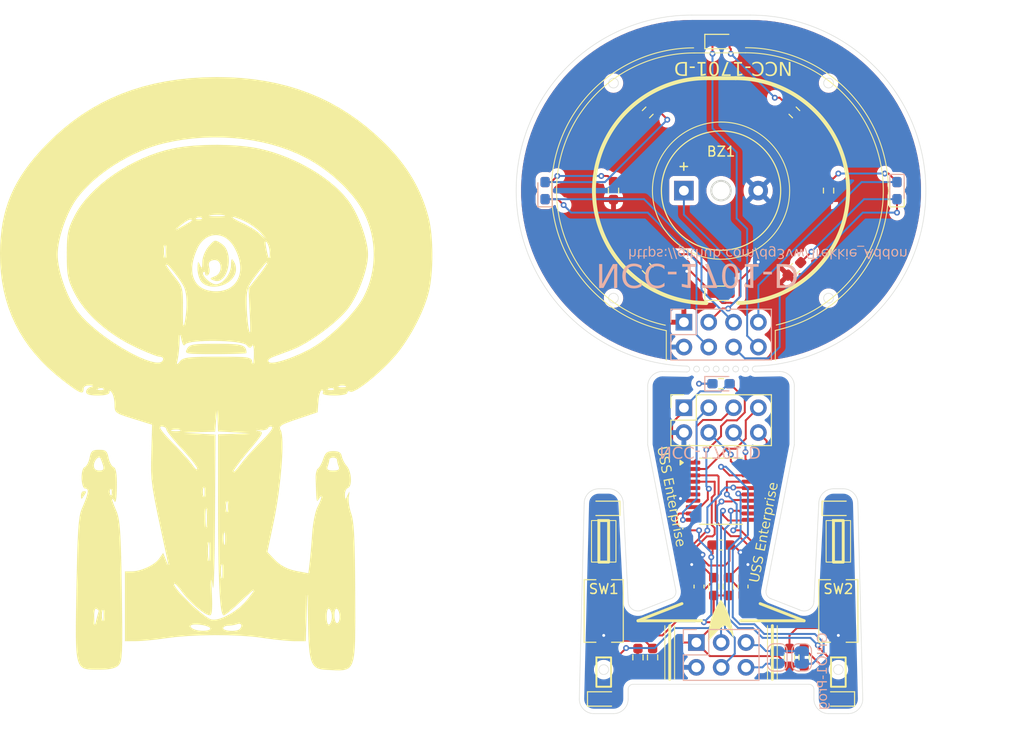
<source format=kicad_pcb>
(kicad_pcb (version 20240108) (generator "pcbnew") (generator_version "8.0")
  (layers (0 "F.Cu" signal) (31 "B.Cu" signal) (34 "B.Paste" user) (35 "F.Paste" user) (36 "B.SilkS" user "B.Silkscreen") (37 "F.SilkS" user "F.Silkscreen") (38 "B.Mask" user) (39 "F.Mask" user) (44 "Edge.Cuts" user))
  (net 0 "")
  (net 1 "/SDA")
  (net 2 "/GPIO1")
  (net 3 "/SCL")
  (net 4 "/GPIO2")
  (net 5 "Net-(D1-A)")
  (net 6 "GND")
  (net 7 "VCC")
  (net 8 "Net-(D2-K)")
  (net 9 "Net-(U1-PD0)")
  (net 10 "/buzzer")
  (net 11 "/sw2")
  (net 12 "/sw1")
  (net 13 "/blue gondeln right")
  (net 14 "/blue gondeln left")
  (net 15 "/blue_front")
  (net 16 "/red_gondeln_left")
  (net 17 "/red_gondeln_right")
  (net 18 "Net-(D8-A)")
  (net 21 "/LED dish top left")
  (net 22 "/LED dish top right")
  (net 23 "Net-(D9-A)")
  (net 24 "Net-(D3-A)")
  (net 25 "Net-(D10-A)")
  (net 26 "Net-(D4-A)")
  (net 27 "Net-(D5-A)")
  (net 28 "Net-(D11-A)")
  (net 29 "Net-(D6-A)")
  (net 30 "Net-(D7-A)")
  (net 31 "Net-(JP1-B)")
  (net 32 "/LED dish bottom l")
  (net 33 "/LED dish bottom r")
  (footprint "Button_Switch_SMD:SW_Tactile_SPST_NO_Straight_CK_PTS636Sx25SMTRLFS" (layer "F.Cu") (at 164.5 171.5 -90)
    (property "Reference" "SW2")
    (property "Value" "SW_Push")
  )
  (footprint "LED_SMD:LED_0603_1608Metric_Pad1.05x0.95mm_HandSolder" (layer "F.Cu") (at 170.5 128.5 90)
    (property "Reference" "D9" (hide yes))
    (property "Value" "LED dish top right")
  )
  (footprint "LED_SMD:LED_0603_1608Metric_Pad1.05x0.95mm_HandSolder" (layer "F.Cu") (at 152.5 113.25)
    (property "Reference" "D5" (hide yes))
    (property "Value" "LED blue front")
  )
  (footprint "LED_SMD:LED_0603_1608Metric_Pad1.05x0.95mm_HandSolder" (layer "F.Cu") (at 164.5 180.5 180)
    (property "Reference" "D3" (hide yes))
    (property "Value" "LED blue right")
  )
  (footprint "LED_SMD:LED_0603_1608Metric_Pad1.05x0.95mm_HandSolder" (layer "F.Cu") (at 152.5 139)
    (property "Reference" "D1" (hide yes))
    (property "Value" "blue front powerled")
  )
  (footprint "Capacitor_SMD:C_0603_1608Metric_Pad1.08x0.95mm_HandSolder" (layer "F.Cu") (at 152.5 164.75)
    (property "Reference" "C3" (hide yes))
    (property "Value" "100nF")
  )
  (footprint "LED_SMD:LED_0603_1608Metric_Pad1.05x0.95mm_HandSolder" (layer "F.Cu") (at 140.5 161 180)
    (property "Reference" "D6" (hide yes))
    (property "Value" "LED red left")
  )
  (footprint "Resistor_SMD:R_0603_1608Metric_Pad0.98x0.95mm_HandSolder" (layer "F.Cu") (at 151.75 169 90)
    (property "Reference" "R9" (hide yes))
    (property "Value" "10k")
  )
  (footprint "Resistor_SMD:R_0603_1608Metric_Pad0.98x0.95mm_HandSolder" (layer "F.Cu") (at 144 176.25 90)
    (property "Reference" "R4" (hide yes))
    (property "Value" "330")
  )
  (footprint "Package_SO:TSSOP-20_4.4x6.5mm_P0.65mm" (layer "F.Cu") (at 152.5 159.25)
    (property "Reference" "U1" (hide yes))
    (property "Value" "CH32V003FxPx")
  )
  (footprint "Resistor_SMD:R_0603_1608Metric_Pad0.98x0.95mm_HandSolder" (layer "F.Cu") (at 141.5 128.5 90)
    (property "Reference" "R10" (hide yes))
    (property "Value" "330")
  )
  (footprint "Resistor_SMD:R_0603_1608Metric_Pad0.98x0.95mm_HandSolder" (layer "F.Cu") (at 161 176.25 90)
    (property "Reference" "R3" (hide yes))
    (property "Value" "330")
  )
  (footprint "Resistor_SMD:R_0603_1608Metric_Pad0.98x0.95mm_HandSolder" (layer "F.Cu") (at 163.5 128.5 90)
    (property "Reference" "R11" (hide yes))
    (property "Value" "330")
  )
  (footprint "Resistor_SMD:R_0603_1608Metric_Pad0.98x0.95mm_HandSolder" (layer "F.Cu") (at 159.5 176.25 90)
    (property "Reference" "R7" (hide yes))
    (property "Value" "330")
  )
  (footprint "Button_Switch_SMD:SW_Tactile_SPST_NO_Straight_CK_PTS636Sx25SMTRLFS" (layer "F.Cu") (at 140.5 171.5 -90)
    (property "Reference" "SW1")
    (property "Value" "SW_Push")
  )
  (footprint "Resistor_SMD:R_0603_1608Metric_Pad0.98x0.95mm_HandSolder" (layer "F.Cu") (at 160 120.5 135)
    (property "Reference" "R5" (hide yes))
    (property "Value" "330")
  )
  (footprint "LED_SMD:LED_0603_1608Metric_Pad1.05x0.95mm_HandSolder" (layer "F.Cu") (at 134.5 128.5 90)
    (property "Reference" "D8" (hide yes))
    (property "Value" "LED dish top left")
  )
  (footprint "Resistor_SMD:R_0603_1608Metric_Pad0.98x0.95mm_HandSolder" (layer "F.Cu") (at 145 136.5 135)
    (property "Reference" "R1" (hide yes))
    (property "Value" "330")
  )
  (footprint "Capacitor_SMD:C_0603_1608Metric_Pad1.08x0.95mm_HandSolder" (layer "F.Cu") (at 150.25 169 90)
    (property "Reference" "C1" (hide yes))
    (property "Value" "1nF")
  )
  (footprint "Resistor_SMD:R_0603_1608Metric_Pad0.98x0.95mm_HandSolder" (layer "F.Cu") (at 152.5 148.25)
    (property "Reference" "R2" (hide yes))
    (property "Value" "330")
  )
  (footprint "Buzzer_Beeper:Buzzer_12x9.5RM7.6" (layer "F.Cu") (at 148.7 128.5)
    (property "Reference" "BZ1")
    (property "Value" "Buzzer")
  )
  (footprint "Resistor_SMD:R_0603_1608Metric_Pad0.98x0.95mm_HandSolder" (layer "F.Cu") (at 160 136.5 45)
    (property "Reference" "R13" (hide yes))
    (property "Value" "330")
  )
  (footprint "Resistor_SMD:R_0603_1608Metric_Pad0.98x0.95mm_HandSolder" (layer "F.Cu") (at 153.25 169 90)
    (property "Reference" "R8" (hide yes))
    (property "Value" "10k")
  )
  (footprint "Connector_PinSocket_2.54mm:PinSocket_2x04_P2.54mm_Vertical" (layer "F.Cu") (at 148.7 150.71 90)
    (property "Reference" "J4" (hide yes))
    (property "Value" "saucer connetion")
  )
  (footprint "LED_SMD:LED_0603_1608Metric_Pad1.05x0.95mm_HandSolder" (layer "F.Cu") (at 164.5 161)
    (property "Reference" "D7" (hide yes))
    (property "Value" "LED red right")
  )
  (footprint "Capacitor_SMD:C_0603_1608Metric_Pad1.08x0.95mm_HandSolder" (layer "F.Cu") (at 154.75 169 90)
    (property "Reference" "C2" (hide yes))
    (property "Value" "1nF")
  )
  (footprint "LED_SMD:LED_0603_1608Metric_Pad1.05x0.95mm_HandSolder" (layer "F.Cu") (at 140.5 180.5)
    (property "Reference" "D4" (hide yes))
    (property "Value" "LED blue left")
  )
  (footprint "Resistor_SMD:R_0603_1608Metric_Pad0.98x0.95mm_HandSolder" (layer "F.Cu") (at 145.5 176.25 90)
    (property "Reference" "R6" (hide yes))
    (property "Value" "330")
  )
  (footprint "Resistor_SMD:R_0603_1608Metric_Pad0.98x0.95mm_HandSolder" (layer "F.Cu") (at 145 120.5 45)
    (property "Reference" "R12" (hide yes))
    (property "Value" "330")
  )
  (footprint "LED_SMD:LED_0603_1608Metric_Pad1.05x0.95mm_HandSolder" (layer "B.Cu") (at 170.5 128.5 -90)
    (property "Reference" "D11" (hide yes))
    (property "Value" "LED dish bottom right")
  )
  (footprint "Connector_PinHeader_2.54mm:PinHeader_2x04_P2.54mm_Vertical" (layer "B.Cu") (at 148.7 141.96 -90)
    (property "Reference" "J1" (hide yes))
    (property "Value" "Conn_02x04_Odd_Even")
  )
  (footprint "Jumper:SolderJumper-2_P1.3mm_Bridged_RoundedPad1.0x1.5mm" (layer "B.Cu") (at 160.75 176.25 -90)
    (property "Reference" "JP1" (hide yes))
    (property "Value" "Jumper_2_Bridged")
  )
  (footprint "Jumper:SolderJumper-2_P1.3mm_Open_RoundedPad1.0x1.5mm" (layer "B.Cu") (at 158.25 176.25 90)
    (property "Reference" "J3" (hide yes))
    (property "Value" "GPIO")
  )
  (footprint "Connector_PinHeader_2.54mm:PinHeader_2x03_P2.54mm_Vertical" (layer "B.Cu") (at 149.975 174.725 -90)
    (property "Reference" "J5" (hide yes))
    (property "Value" "SAO Connector")
  )
  (footprint "LED_SMD:LED_0603_1608Metric_Pad1.05x0.95mm_HandSolder" (layer "B.Cu") (at 152.5 148.25)
    (property "Reference" "D2" (hide yes))
    (property "Value" "lower front LED")
  )
  (footprint "LED_SMD:LED_0603_1608Metric_Pad1.05x0.95mm_HandSolder" (layer "B.Cu") (at 134.5 128.5 90)
    (property "Reference" "D10" (hide yes))
    (property "Value" "LED dish bottom left")
  )
  (gr_line (start 146.75 173) (end 146.75 178.5) (stroke (width 0.1)) (layer "F.SilkS"))
  (gr_circle (center 152.5 128.5) (end 159.517834 128.5) (stroke (width 0.1)) (fill none) (layer "F.SilkS"))
  (gr_arc (start 154 116.997283) (mid 165.502038 128.374993) (end 154.25 140) (stroke (width 0.4)) (layer "F.SilkS"))
  (gr_rect (start 163.25 162.25) (end 165.75 166.5) (stroke (width 0.1)) (fill none) (layer "F.SilkS"))
  (gr_line (start 156.5 170.75) (end 160.999985 172.500039) (stroke (width 0.3)) (layer "F.SilkS"))
  (gr_line (start 148.5 170.75) (end 144 172.5) (stroke (width 0.3)) (layer "F.SilkS"))
  (gr_line (start 158.05 142.799999) (end 158.05 145.85) (stroke (width 0.1)) (layer "F.SilkS"))
  (gr_arc (start 146.801783 142.267532) (mid 135.753418 127.017349) (end 149.749715 114.418218) (stroke (width 0.1)) (layer "F.SilkS"))
  (gr_rect (start 163.75 176.25) (end 165.25 179.25) (stroke (width 0.2)) (fill none) (layer "F.SilkS"))
  (gr_arc (start 151 140) (mid 139.5 128.5) (end 151 117) (stroke (width 0.4)) (layer "F.SilkS"))
  (gr_rect (start 139.25 162.25) (end 141.75 166.5) (stroke (width 0.1)) (fill none) (layer "F.SilkS"))
  (gr_rect (start 139.75 176.25) (end 141.25 179.25) (stroke (width 0.2)) (fill none) (layer "F.SilkS"))
  (gr_arc (start 155 113.878356) (mid 169.54101 126.966543) (end 158.05 142.799999) (stroke (width 0.1)) (layer "F.SilkS"))
  (gr_line (start 147.25 173) (end 147.25 178.5) (stroke (width 0.3)) (layer "F.SilkS"))
  (gr_poly (pts (xy 86.511217 172.038585) (xy 86.556652 169.245899) (xy 86.63497 165.670271) (xy 86.681841 164.355122) (xy 86.736895 163.30816) (xy 86.802414 162.494189) (xy 86.88068 161.878018) (xy 86.973976 161.424453) (xy 87.084582 161.0983) (xy 87.323908 160.537779) (xy 87.421975 160.295635) (xy 87.505888 160.077589) (xy 87.575828 159.882653) (xy 87.631976 159.709842) (xy 87.674516 159.55817) (xy 87.703628 159.42665) (xy 87.719495 159.314295) (xy 87.722299 159.220121) (xy 87.71222 159.143141) (xy 87.702408 159.110791) (xy 87.689443 159.082369) (xy 87.673348 159.057752) (xy 87.654147 159.036818) (xy 87.631862 159.019442) (xy 87.606515 159.005503) (xy 87.54673 158.987436) (xy 87.474972 158.981634) (xy 87.431289 158.975806) (xy 87.390135 158.958796) (xy 87.351527 158.931314) (xy 87.315483 158.89407) (xy 87.282021 158.847774) (xy 87.251159 158.793135) (xy 87.222914 158.730863) (xy 87.197304 158.661669) (xy 87.154062 158.505351) (xy 87.121575 158.329861) (xy 87.099985 158.140878) (xy 87.089436 157.944081) (xy 87.090068 157.745148) (xy 87.102026 157.549759) (xy 87.12545 157.363594) (xy 87.160485 157.19233) (xy 87.1824 157.114061) (xy 87.207272 157.041648) (xy 87.235117 156.975799) (xy 87.265954 156.917225) (xy 87.299799 156.866637) (xy 87.336673 156.824742) (xy 87.37659 156.792253) (xy 87.419571 156.769878) (xy 87.43635 156.762453) (xy 87.453338 156.753008) (xy 87.470506 156.741604) (xy 87.487821 156.728301) (xy 87.505253 156.713158) (xy 87.522771 156.696236) (xy 87.540342 156.677596) (xy 87.557937 156.657298) (xy 87.59307 156.611968) (xy 87.627921 156.560728) (xy 87.662241 156.504061) (xy 87.69578 156.442448) (xy 87.728288 156.376372) (xy 87.759517 156.306315) (xy 87.789216 156.232759) (xy 87.817136 156.156187) (xy 87.843028 156.07708) (xy 87.866643 155.995921) (xy 87.88773 155.913191) (xy 87.906041 155.829374) (xy 87.932366 155.70516) (xy 87.959519 155.593858) (xy 87.988303 155.494792) (xy 88.019522 155.407285) (xy 88.036295 155.367655) (xy 88.053978 155.330662) (xy 88.07267 155.296221) (xy 88.092474 155.264248) (xy 88.113488 155.234657) (xy 88.135813 155.207366) (xy 88.15955 155.182288) (xy 88.184799 155.15934) (xy 88.21166 155.138437) (xy 88.240234 155.119496) (xy 88.270621 155.10243) (xy 88.302922 155.087156) (xy 88.337236 155.07359) (xy 88.373665 155.061646) (xy 88.412309 155.051241) (xy 88.453267 155.042289) (xy 88.496641 155.034708) (xy 88.54253 155.028411) (xy 88.642258 155.019334) (xy 88.753254 155.014384) (xy 88.87632 155.012884) (xy 88.999386 155.014384) (xy 89.110382 155.019334) (xy 89.210109 155.028411) (xy 89.299372 155.042289) (xy 89.34033 155.051241) (xy 89.378973 155.061646) (xy 89.415402 155.07359) (xy 89.449716 155.087156) (xy 89.482016 155.10243) (xy 89.512403 155.119496) (xy 89.540977 155.138437) (xy 89.567838 155.15934) (xy 89.593086 155.182288) (xy 89.616823 155.207366) (xy 89.639148 155.234657) (xy 89.660162 155.264248) (xy 89.679966 155.296221) (xy 89.698659 155.330662) (xy 89.716341 155.367655) (xy 89.733115 155.407285) (xy 89.764334 155.494792) (xy 89.793119 155.593858) (xy 89.820273 155.70516) (xy 89.8466 155.829374) (xy 89.86506 155.913249) (xy 89.88659 155.996149) (xy 89.910925 156.077585) (xy 89.937801 156.15707) (xy 89.966953 156.234116) (xy 89.998117 156.308234) (xy 90.031028 156.378937) (xy 90.065422 156.445737) (xy 90.101035 156.508146) (xy 90.137602 156.565675) (xy 90.174858 156.617838) (xy 90.21254 156.664146) (xy 90.250383 156.704111) (xy 90.288121 156.737245) (xy 90.325492 156.763061) (xy 90.362231 156.78107) (xy 90.385206 156.791492) (xy 90.407297 156.804816) (xy 90.42851 156.821087) (xy 90.448853 156.840353) (xy 90.468335 156.862661) (xy 90.486963 156.888057) (xy 90.504744 156.916587) (xy 90.521688 156.948298) (xy 90.537801 156.983237) (xy 90.55309 157.021451) (xy 90.567566 157.062986) (xy 90.581233 157.107889) (xy 90.594102 157.156205) (xy 90.606178 157.207983) (xy 90.617471 157.263269) (xy 90.627988 157.322108) (xy 90.646725 157.450637) (xy 90.662452 157.593942) (xy 90.67523 157.752397) (xy 90.685123 157.926374) (xy 90.692192 158.116246) (xy 90.696499 158.322387) (xy 90.698108 158.54517) (xy 90.697081 158.784967) (xy 90.689178 159.204727) (xy 90.674077 159.560334) (xy 90.651976 159.850608) (xy 90.638363 159.970876) (xy 90.623075 160.074368) (xy 90.606137 160.160937) (xy 90.587574 160.230435) (xy 90.567411 160.282714) (xy 90.545672 160.317627) (xy 90.534219 160.328525) (xy 90.522382 160.335026) (xy 90.510164 160.337113) (xy 90.497568 160.334765) (xy 90.484596 160.327965) (xy 90.471252 160.316694) (xy 90.443461 160.280668) (xy 90.377914 160.180799) (xy 90.349302 160.14011) (xy 90.323442 160.105476) (xy 90.300316 160.076816) (xy 90.279908 160.054049) (xy 90.262201 160.037094) (xy 90.247177 160.025869) (xy 90.234821 160.020294) (xy 90.229638 160.019599) (xy 90.225116 160.020286) (xy 90.221251 160.022345) (xy 90.218043 160.025765) (xy 90.213587 160.03665) (xy 90.211731 160.052859) (xy 90.212458 160.074311) (xy 90.21575 160.100925) (xy 90.221592 160.132619) (xy 90.229965 160.169313) (xy 90.240854 160.210926) (xy 90.270109 160.30858) (xy 90.309223 160.424932) (xy 90.35806 160.559333) (xy 90.416485 160.711133) (xy 90.484364 160.879681) (xy 90.56156 161.064329) (xy 90.64794 161.264427) (xy 90.715046 161.431771) (xy 90.775905 161.616532) (xy 90.83093 161.824818) (xy 90.880538 162.062738) (xy 90.925142 162.336401) (xy 90.965159 162.651914) (xy 91.001003 163.015387) (xy 91.03309 163.432928) (xy 91.061834 163.910646) (xy 91.08765 164.454648) (xy 91.110954 165.071043) (xy 91.13216 165.765941) (xy 91.16994 167.415676) (xy 91.20431 169.45272) (xy 91.248683 173.30054) (xy 91.245655 174.582976) (xy 91.222171 175.520399) (xy 91.175498 176.174785) (xy 91.142611 176.415207) (xy 91.102901 176.608112) (xy 91.056027 176.761245) (xy 91.001646 176.882355) (xy 90.939418 176.979188) (xy 90.869 177.059492) (xy 90.868952 177.059492) (xy 90.838906 177.088208) (xy 90.807232 177.115874) (xy 90.773889 177.142497) (xy 90.738837 177.168089) (xy 90.702035 177.192656) (xy 90.663442 177.216209) (xy 90.580722 177.260309) (xy 90.490352 177.300461) (xy 90.392006 177.336738) (xy 90.28536 177.369214) (xy 90.170088 177.39796) (xy 90.108717 177.410356) (xy 90.108717 159.683999) (xy 90.114442 159.682603) (xy 90.119967 159.679675) (xy 90.125286 159.67522) (xy 90.130395 159.669245) (xy 90.135289 159.661753) (xy 90.139961 159.65275) (xy 90.144408 159.642241) (xy 90.148624 159.630232) (xy 90.152604 159.616727) (xy 90.156343 159.601731) (xy 90.159835 159.585251) (xy 90.163076 159.56729) (xy 90.166059 159.547855) (xy 90.168781 159.52695) (xy 90.171236 159.50458) (xy 90.175324 159.455468) (xy 90.178282 159.40056) (xy 90.179582 159.34973) (xy 90.179216 159.301953) (xy 90.177257 159.257406) (xy 90.173776 159.216269) (xy 90.168845 159.178717) (xy 90.162534 159.144931) (xy 90.154916 159.115087) (xy 90.146062 159.089364) (xy 90.136044 159.06794) (xy 90.124932 159.050993) (xy 90.118989 159.044254) (xy 90.1128 159.038701) (xy 90.106373 159.034356) (xy 90.099718 159.031241) (xy 90.092843 159.02938) (xy 90.085757 159.028793) (xy 90.07847 159.029504) (xy 90.07099 159.031534) (xy 90.063327 159.034906) (xy 90.055488 159.039642) (xy 90.047484 159.045764) (xy 90.039322 159.053295) (xy 90.039334 159.053295) (xy 90.031323 159.061943) (xy 90.023774 159.07138) (xy 90.016688 159.081575) (xy 90.010065 159.092493) (xy 90.003908 159.104104) (xy 89.998217 159.116375) (xy 89.992995 159.129272) (xy 89.988241 159.142764) (xy 89.980148 159.171401) (xy 89.973948 159.202026) (xy 89.969652 159.234379) (xy 89.967271 159.2682) (xy 89.966815 159.303229) (xy 89.968296 159.339205) (xy 89.971723 159.37587) (xy 89.977107 159.412963) (xy 89.98446 159.450223) (xy 89.993791 159.487392) (xy 90.005112 159.524208) (xy 90.018433 159.560413) (xy 90.02629 159.579399) (xy 90.034014 159.596786) (xy 90.041599 159.61258) (xy 90.049042 159.626785) (xy 90.056335 159.639407) (xy 90.063475 159.65045) (xy 90.070456 159.659921) (xy 90.077273 159.667823) (xy 90.083921 159.674163) (xy 90.090394 159.678945) (xy 90.096688 159.682175) (xy 90.102798 159.683858) (xy 90.108717 159.683999) (xy 90.108717 177.410356) (xy 90.045865 177.423051) (xy 89.912367 177.444559) (xy 89.769268 177.462558) (xy 89.616243 177.477121) (xy 89.452967 177.48832) (xy 89.279115 177.496229) (xy 89.278049 177.496256) (xy 89.278049 172.517863) (xy 89.280639 172.517279) (xy 89.283191 172.516092) (xy 89.285706 172.514304) (xy 89.290616 172.508942) (xy 89.295362 172.501224) (xy 89.299936 172.491178) (xy 89.304331 172.478834) (xy 89.308538 172.464223) (xy 89.31255 172.447373) (xy 89.31636 172.428315) (xy 89.319958 172.407078) (xy 89.323339 172.383691) (xy 89.329414 172.33059) (xy 89.334523 172.269247) (xy 89.338604 172.199902) (xy 89.341596 172.12279) (xy 89.343436 172.03815) (xy 89.344063 171.946219) (xy 89.341596 171.769647) (xy 89.338604 171.692535) (xy 89.334523 171.623189) (xy 89.329414 171.561847) (xy 89.323339 171.508746) (xy 89.31636 171.464122) (xy 89.308538 171.428214) (xy 89.299936 171.401259) (xy 89.290616 171.383495) (xy 89.285706 171.378133) (xy 89.280639 171.375158) (xy 89.275423 171.374599) (xy 89.270066 171.376486) (xy 89.264576 171.380849) (xy 89.258961 171.387717) (xy 89.247384 171.409087) (xy 89.235397 171.440835) (xy 89.223063 171.483198) (xy 89.223063 171.483199) (xy 89.211356 171.532768) (xy 89.201209 171.58566) (xy 89.192624 171.641401) (xy 89.1856 171.699516) (xy 89.180137 171.75953) (xy 89.176234 171.820969) (xy 89.173893 171.883357) (xy 89.173112 171.946219) (xy 89.173893 172.009082) (xy 89.176234 172.07147) (xy 89.180137 172.132909) (xy 89.1856 172.192923) (xy 89.192624 172.251038) (xy 89.201209 172.306779) (xy 89.211356 172.359671) (xy 89.223063 172.40924) (xy 89.22927 172.431763) (xy 89.235397 172.451603) (xy 89.241438 172.468788) (xy 89.247384 172.48335) (xy 89.253227 172.495318) (xy 89.258961 172.504721) (xy 89.264576 172.511589) (xy 89.270066 172.515951) (xy 89.272762 172.517202) (xy 89.275423 172.517838) (xy 89.278049 172.517863) (xy 89.278049 177.496256) (xy 89.094362 177.500921) (xy 88.898383 177.502469) (xy 88.894114 177.502474) (xy 88.894114 157.129552) (xy 88.973184 157.128188) (xy 89.043648 157.12384) (xy 89.075726 157.120427) (xy 89.10574 157.116124) (xy 89.13372 157.110882) (xy 89.159696 157.104653) (xy 89.183696 157.097391) (xy 89.20575 157.089045) (xy 89.225888 157.079569) (xy 89.244138 157.068914) (xy 89.260531 157.057033) (xy 89.275095 157.043876) (xy 89.28786 157.029397) (xy 89.298856 157.013546) (xy 89.308112 156.996276) (xy 89.315657 156.977539) (xy 89.32152 156.957287) (xy 89.325731 156.935472) (xy 89.32832 156.912045) (xy 89.329316 156.886958) (xy 89.328748 156.860164) (xy 89.326645 156.831614) (xy 89.323038 156.80126) (xy 89.317955 156.769055) (xy 89.303479 156.698896) (xy 89.283454 156.620752) (xy 89.258114 156.53424) (xy 89.219687 156.412764) (xy 89.180608 156.295782) (xy 89.141965 156.186116) (xy 89.104844 156.086588) (xy 89.070331 156.000019) (xy 89.039512 155.929231) (xy 89.013474 155.877046) (xy 89.002588 155.858812) (xy 88.993304 155.846286) (xy 88.973831 155.827224) (xy 88.953045 155.812452) (xy 88.931073 155.801819) (xy 88.908041 155.795175) (xy 88.884076 155.792368) (xy 88.859306 155.793248) (xy 88.833855 155.797664) (xy 88.807852 155.805464) (xy 88.781422 155.816499) (xy 88.754692 155.830618) (xy 88.727789 155.847668) (xy 88.70084 155.867501) (xy 88.673971 155.889964) (xy 88.647308 155.914907) (xy 88.62098 155.942179) (xy 88.595111 155.97163) (xy 88.569829 156.003108) (xy 88.54526 156.036463) (xy 88.521531 156.071543) (xy 88.498769 156.108199) (xy 88.4771 156.146278) (xy 88.456651 156.185631) (xy 88.437548 156.226106) (xy 88.419919 156.267552) (xy 88.403889 156.30982) (xy 88.389586 156.352757) (xy 88.377136 156.396213) (xy 88.366665 156.440038) (xy 88.358301 156.48408) (xy 88.35217 156.528188) (xy 88.348398 156.572212) (xy 88.347113 156.616001) (xy 88.347646 156.647629) (xy 88.349245 156.67825) (xy 88.351911 156.707865) (xy 88.355643 156.736472) (xy 88.360443 156.764073) (xy 88.366309 156.790667) (xy 88.373243 156.816255) (xy 88.381244 156.840838) (xy 88.390313 156.864414) (xy 88.40045 156.886985) (xy 88.411655 156.908551) (xy 88.423929 156.929111) (xy 88.437271 156.948666) (xy 88.451682 156.967217) (xy 88.467162 156.984763) (xy 88.483712 157.001305) (xy 88.501331 157.016843) (xy 88.52002 157.031376) (xy 88.539779 157.044906) (xy 88.560608 157.057433) (xy 88.582508 157.068956) (xy 88.605478 157.079476) (xy 88.629519 157.088994) (xy 88.654631 157.097508) (xy 88.680814 157.10502) (xy 88.708069 157.11153) (xy 88.736396 157.117038) (xy 88.765795 157.121543) (xy 88.796266 157.125048) (xy 88.827809 157.12755) (xy 88.860425 157.129052) (xy 88.894114 157.129552) (xy 88.894114 177.502474) (xy 88.449883 177.503031) (xy 88.437585 177.502809) (xy 88.437585 172.905928) (xy 88.443907 172.903229) (xy 88.450806 172.895392) (xy 88.458323 172.882453) (xy 88.475374 172.841426) (xy 88.49539 172.78045) (xy 88.545635 172.599857) (xy 88.611693 172.343093) (xy 88.692589 172.030908) (xy 88.763538 171.767664) (xy 88.816884 171.581064) (xy 88.834564 171.525163) (xy 88.844973 171.498812) (xy 88.84623 171.496008) (xy 88.846786 171.492817) (xy 88.846656 171.489251) (xy 88.845855 171.485325) (xy 88.844397 171.481052) (xy 88.842299 171.476446) (xy 88.839574 171.471521) (xy 88.836238 171.46629) (xy 88.832305 171.460767) (xy 88.827791 171.454967) (xy 88.822711 171.448902) (xy 88.81708 171.442586) (xy 88.804222 171.429257) (xy 88.789338 171.415091) (xy 88.772548 171.400196) (xy 88.753971 171.384683) (xy 88.733728 171.368661) (xy 88.711936 171.352239) (xy 88.688718 171.335529) (xy 88.664191 171.318639) (xy 88.638476 171.30168) (xy 88.611693 171.28476) (xy 88.59685 171.27672) (xy 88.582418 171.27118) (xy 88.568404 171.268111) (xy 88.554815 171.267486) (xy 88.54166 171.269278) (xy 88.528945 171.273457) (xy 88.51668 171.279997) (xy 88.504871 171.288869) (xy 88.493526 171.300045) (xy 88.482653 171.313498) (xy 88.472259 171.3292) (xy 88.462353 171.347123) (xy 88.452942 171.367239) (xy 88.444033 171.38952) (xy 88.435635 171.413938) (xy 88.427755 171.440466) (xy 88.420401 171.469075) (xy 88.41358 171.499737) (xy 88.4073 171.532426) (xy 88.401569 171.567112) (xy 88.396394 171.603769) (xy 88.391784 171.642367) (xy 88.387746 171.68288) (xy 88.384288 171.72528) (xy 88.381417 171.769538) (xy 88.379141 171.815626) (xy 88.376405 171.913184) (xy 88.376141 172.017729) (xy 88.378413 172.12904) (xy 88.389122 172.456237) (xy 88.399832 172.69276) (xy 88.406011 172.777774) (xy 88.413179 172.841026) (xy 88.421665 172.882817) (xy 88.426505 172.89576) (xy 88.431798 172.903451) (xy 88.437585 172.905928) (xy 88.437585 177.502809) (xy 88.059042 177.495967) (xy 87.88408 177.485474) (xy 87.722136 177.468152) (xy 87.572746 177.44236) (xy 87.435443 177.406459) (xy 87.309763 177.358806) (xy 87.195241 177.297762) (xy 87.09141 177.221686) (xy 86.997805 177.128937) (xy 86.913962 177.017874) (xy 86.839414 176.886856) (xy 86.773697 176.734244) (xy 86.716345 176.558395) (xy 86.666893 176.35767) (xy 86.624875 176.130427) (xy 86.589826 175.875026) (xy 86.561282 175.589827) (xy 86.538775 175.273187) (xy 86.521842 174.923468) (xy 86.510016 174.539028) (xy 86.502833 174.118225) (xy 86.500532 173.160973)) (stroke (width -0.000001)) (fill solid) (layer "F.SilkS"))
  (gr_line (start 155 114.398904) (end 149.749715 114.418218) (stroke (width 0.1)) (layer "F.SilkS"))
  (gr_arc (start 146.9 142.82193) (mid 135.220118 127.092748) (end 149.699592 113.895338) (stroke (width 0.1)) (layer "F.SilkS"))
  (gr_line (start 154 116.997283) (end 151 117) (stroke (width 0.4)) (layer "F.SilkS"))
  (gr_poly (pts (xy 97.7903 144.864904) (xy 97.872103 144.694145) (xy 97.896222 144.65067) (xy 97.920987 144.609615) (xy 97.946785 144.570911) (xy 97.974007 144.53449) (xy 98.003043 144.500285) (xy 98.034281 144.468227) (xy 98.068112 144.438247) (xy 98.104924 144.410278) (xy 98.145109 144.384252) (xy 98.189054 144.3601) (xy 98.23715 144.337754) (xy 98.289785 144.317146) (xy 98.347351 144.298207) (xy 98.410235 144.280871) (xy 98.478829 144.265067) (xy 98.55352 144.25073) (xy 98.6347 144.237789) (xy 98.722757 144.226177) (xy 98.81808 144.215826) (xy 98.92106 144.206667) (xy 99.032086 144.198633) (xy 99.151548 144.191655) (xy 99.279834 144.185665) (xy 99.417335 144.180596) (xy 99.721539 144.172943) (xy 100.067276 144.168152) (xy 100.457662 144.165677) (xy 100.895813 144.164974) (xy 101.79538 144.171735) (xy 102.171681 144.181479) (xy 102.502708 144.196615) (xy 102.791247 144.218006) (xy 103.040081 144.246513) (xy 103.251998 144.282999) (xy 103.429782 144.328325) (xy 103.576218 144.383354) (xy 103.694093 144.448948) (xy 103.74319 144.485976) (xy 103.786191 144.525969) (xy 103.823444 144.569034) (xy 103.855298 144.615279) (xy 103.904199 144.717741) (xy 103.93568 144.834216) (xy 103.952525 144.965567) (xy 103.957522 145.112655) (xy 103.953358 145.118331) (xy 103.941002 145.123934) (xy 103.892529 145.134895) (xy 103.813738 145.145481) (xy 103.70626 145.155637) (xy 103.411773 145.174429) (xy 103.022131 145.190818) (xy 102.550392 145.204352) (xy 102.009619 145.21458) (xy 101.412872 145.221048) (xy 100.773213 145.223304) (xy 99.746534 145.221713) (xy 98.972323 145.213124) (xy 98.41921 145.191814) (xy 98.215761 145.1746) (xy 98.055822 145.152059) (xy 97.935472 145.123478) (xy 97.850789 145.088139) (xy 97.797851 145.045327) (xy 97.782062 145.020896) (xy 97.772738 144.994328) (xy 97.771529 144.934425)) (stroke (width -0.000001)) (fill solid) (layer "F.SilkS"))
  (gr_poly (pts (xy 152.617503 170.519658) (xy 152.744107 170.714046) (xy 152.865752 170.924706) (xy 152.981992 171.149814) (xy 153.092377 171.387543) (xy 153.19646 171.636071) (xy 153.293793 171.89357) (xy 153.383927 172.158218) (xy 153.466414 172.428189) (xy 153.540807 172.701657) (xy 153.606657 172.976799) (xy 153.663516 173.251789) (xy 153.710936 173.524803) (xy 153.748469 173.794015) (xy 153.775668 174.057601) (xy 153.792082 174.313736) (xy 153.710623 174.139742) (xy 153.632952 173.979159) (xy 153.55887 173.831765) (xy 153.488178 173.697339) (xy 153.420679 173.575659) (xy 153.356173 173.466504) (xy 153.32498 173.416554) (xy 153.294461 173.369652) (xy 153.264591 173.32577) (xy 153.235345 173.284881) (xy 153.206699 173.246958) (xy 153.178627 173.211971) (xy 153.151105 173.179894) (xy 153.124107 173.150699) (xy 153.09761 173.124359) (xy 153.071588 173.100844) (xy 153.046015 173.080129) (xy 153.020869 173.062185) (xy 152.996123 173.046985) (xy 152.971753 173.0345) (xy 152.947734 173.024703) (xy 152.924041 173.017567) (xy 152.900649 173.013063) (xy 152.877534 173.011165) (xy 152.85467 173.011843) (xy 152.832034 173.015072) (xy 152.796408 173.025156) (xy 152.757222 173.041678) (xy 152.714723 173.064257) (xy 152.669156 173.092508) (xy 152.5698 173.164499) (xy 152.46112 173.254591) (xy 152.345082 173.359723) (xy 152.223651 173.476836) (xy 151.972472 173.734758) (xy 151.72331 174.003871) (xy 151.491888 174.25969) (xy 151.293931 174.47773) (xy 151.145164 174.633505) (xy 151.158246 174.345266) (xy 151.178319 174.060985) (xy 151.205907 173.780389) (xy 151.241532 173.503204) (xy 151.285718 173.229155) (xy 151.338987 172.957971) (xy 151.401864 172.689375) (xy 151.474871 172.423096) (xy 151.558531 172.158858) (xy 151.653367 171.896388) (xy 151.759903 171.635413) (xy 151.878662 171.375658) (xy 152.010167 171.11685) (xy 152.15494 170.858714) (xy 152.313506 170.600978) (xy 152.486387 170.343367) (xy 152.486389 170.343367)) (stroke (width -0.000001)) (fill solid) (layer "F.SilkS"))
  (gr_line (start 147.75 173) (end 147.75 178.5) (stroke (width 0.1)) (layer "F.SilkS"))
  (gr_poly (pts (xy 87.02925 159.662069) (xy 87.032904 159.616225) (xy 87.039082 159.57194) (xy 87.047652 159.529453) (xy 87.058481 159.489001) (xy 87.071437 159.450821) (xy 87.086386 159.415151) (xy 87.103197 159.382227) (xy 87.121736 159.352288) (xy 87.141872 159.325571) (xy 87.163471 159.302312) (xy 87.174778 159.292055) (xy 87.186402 159.28275) (xy 87.198324 159.27443) (xy 87.21053 159.267122) (xy 87.223003 159.260858) (xy 87.235725 159.255666) (xy 87.248681 159.251576) (xy 87.261853 159.248617) (xy 87.275226 159.246821) (xy 87.288782 159.246215) (xy 87.345505 159.246672) (xy 87.394665 159.248473) (xy 87.416408 159.250078) (xy 87.436261 159.252261) (xy 87.454224 159.255101) (xy 87.470295 159.25868) (xy 87.484476 159.263077) (xy 87.496766 159.268375) (xy 87.507165 159.274651) (xy 87.515673 159.281989) (xy 87.522291 159.290467) (xy 87.527018 159.300166) (xy 87.529854 159.311168) (xy 87.530799 159.323551) (xy 87.529854 159.337398) (xy 87.527018 159.352788) (xy 87.522291 159.369802) (xy 87.515673 159.38852) (xy 87.507165 159.409023) (xy 87.496766 159.431392) (xy 87.484476 159.455706) (xy 87.470295 159.482047) (xy 87.436261 159.541129) (xy 87.394665 159.609283) (xy 87.345505 159.687153) (xy 87.288782 159.775382) (xy 87.288782 159.775386) (xy 87.249773 159.834884) (xy 87.214798 159.886152) (xy 87.183642 159.929137) (xy 87.15609 159.963783) (xy 87.143598 159.977961) (xy 87.131927 159.990035) (xy 87.121049 159.999997) (xy 87.110938 160.00784) (xy 87.101566 160.013557) (xy 87.092906 160.017142) (xy 87.084933 160.018588) (xy 87.077619 160.017888) (xy 87.070936 160.015034) (xy 87.064859 160.010021) (xy 87.05936 160.002841) (xy 87.054412 159.993488) (xy 87.049989 159.981954) (xy 87.046063 159.968234) (xy 87.042608 159.952319) (xy 87.039596 159.934204) (xy 87.034797 159.891344) (xy 87.03145 159.839599) (xy 87.02934 159.778914) (xy 87.028252 159.709236)) (stroke (width -0.000001)) (fill solid) (layer "F.SilkS"))
  (gr_arc (start 155 114.398904) (mid 169.011619 126.913989) (end 158.151894 142.244325) (stroke (width 0.1)) (layer "F.SilkS"))
  (gr_poly (pts (xy 78.762479 134.075226) (xy 78.81402 133.276714) (xy 78.897688 132.506341) (xy 79.014601 131.761464) (xy 79.165876 131.039439) (xy 79.352631 130.337625) (xy 79.575983 129.653378) (xy 79.837051 128.984057) (xy 80.136952 128.327019) (xy 80.476803 127.679621) (xy 80.857723 127.03922) (xy 81.280829 126.403174) (xy 81.747239 125.768841) (xy 82.25807 125.133577) (xy 82.81444 124.494741) (xy 83.417467 123.849689) (xy 84.28338 122.995171) (xy 85.17571 122.198094) (xy 86.095303 121.458125) (xy 87.043001 120.774925) (xy 88.01965 120.148161) (xy 89.026091 119.577494) (xy 90.06317 119.06259) (xy 91.13173 118.603113) (xy 92.232615 118.198727) (xy 93.366668 117.849095) (xy 94.534733 117.553882) (xy 95.737655 117.312751) (xy 96.976276 117.125368) (xy 98.251442 116.991395) (xy 99.563994 116.910498) (xy 100.914778 116.882339) (xy 102.213774 116.90637) (xy 103.479647 116.982397) (xy 104.713094 117.110694) (xy 105.914813 117.291534) (xy 107.085503 117.525193) (xy 108.225861 117.811942) (xy 109.336585 118.152057) (xy 110.418374 118.545811) (xy 111.471925 118.993479) (xy 112.497937 119.495333) (xy 113.497107 120.051649) (xy 114.470134 120.662699) (xy 115.417715 121.328758) (xy 116.340549 122.0501) (xy 117.239334 122.826999) (xy 118.114767 123.659728) (xy 118.539865 124.095207) (xy 118.944505 124.534387) (xy 119.32895 124.977716) (xy 119.693462 125.42564) (xy 120.038302 125.878608) (xy 120.363735 126.337067) (xy 120.670022 126.801464) (xy 120.957424 127.272247) (xy 121.226206 127.749863) (xy 121.476629 128.234759) (xy 121.708955 128.727384) (xy 121.923446 129.228184) (xy 122.120366 129.737608) (xy 122.299976 130.256101) (xy 122.462539 130.784113) (xy 122.608317 131.32209) (xy 122.6923 131.695679) (xy 122.765266 132.105947) (xy 122.827206 132.547741) (xy 122.878107 133.015909) (xy 122.917959 133.505301) (xy 122.946752 134.010762) (xy 122.964474 134.527143) (xy 122.971114 135.049291) (xy 122.966663 135.572054) (xy 122.951109 136.09028) (xy 122.924441 136.598818) (xy 122.886648 137.092515) (xy 122.837721 137.566219) (xy 122.777647 138.01478) (xy 122.706416 138.433044) (xy 122.624018 138.81586) (xy 122.624075 138.815891) (xy 122.511375 139.238384) (xy 122.374689 139.676545) (xy 122.21567 140.127323) (xy 122.035968 140.587672) (xy 121.837236 141.054541) (xy 121.621127 141.524882) (xy 121.389291 141.995648) (xy 121.14338 142.463788) (xy 120.885047 142.926255) (xy 120.615943 143.379999) (xy 120.337721 143.821972) (xy 120.052032 144.249126) (xy 119.760527 144.658412) (xy 119.46486 145.046781) (xy 119.166681 145.411184) (xy 118.867644 145.748573) (xy 118.541674 146.092668) (xy 118.207049 146.430855) (xy 117.86722 146.760485) (xy 117.525637 147.078914) (xy 117.185751 147.383493) (xy 116.851014 147.671577) (xy 116.524875 147.940519) (xy 116.210787 148.187673) (xy 115.9122 148.410391) (xy 115.632564 148.606028) (xy 115.375331 148.771937) (xy 115.143951 148.905471) (xy 114.941876 149.003983) (xy 114.772556 149.064828) (xy 114.701257 149.080297) (xy 114.639442 149.085358) (xy 114.58754 149.079678) (xy 114.545985 149.062927) (xy 114.53216 149.054749) (xy 114.51851 149.0474) (xy 114.505054 149.040874) (xy 114.491807 149.035162) (xy 114.478787 149.030257) (xy 114.466012 149.026153) (xy 114.453498 149.022842) (xy 114.441264 149.020316) (xy 114.429326 149.018568) (xy 114.417701 149.017592) (xy 114.406408 149.017379) (xy 114.395462 149.017922) (xy 114.384882 149.019215) (xy 114.374685 149.02125) (xy 114.364888 149.024019) (xy 114.355508 149.027516) (xy 114.346563 149.031733) (xy 114.338069 149.036662) (xy 114.330045 149.042297) (xy 114.322507 149.04863) (xy 114.315473 149.055654) (xy 114.30896 149.063362) (xy 114.302985 149.071747) (xy 114.297566 149.0808) (xy 114.292719 149.090515) (xy 114.288463 149.100885) (xy 114.284814 149.111902) (xy 114.28179 149.123559) (xy 114.279408 149.135848) (xy 114.277685 149.148763) (xy 114.276638 149.162297) (xy 114.276285 149.176441) (xy 114.274619 149.191347) (xy 114.269665 149.206002) (xy 114.261494 149.220391) (xy 114.250176 149.2345) (xy 114.235779 149.248314) (xy 114.218373 149.261819) (xy 114.198029 149.275) (xy 114.174815 149.287842) (xy 114.148801 149.300331) (xy 114.120057 149.312453) (xy 114.088653 149.324192) (xy 114.054657 149.335535) (xy 113.97917 149.356972) (xy 113.894153 149.376646) (xy 113.800164 149.394443) (xy 113.747118 149.402628) (xy 113.747118 148.621116) (xy 113.812783 148.620424) (xy 113.873241 148.618392) (xy 113.92832 148.61509) (xy 113.977853 148.610586) (xy 114.021669 148.604948) (xy 114.059598 148.598245) (xy 114.091472 148.590544) (xy 114.117121 148.581915) (xy 114.136375 148.572426) (xy 114.143551 148.56738) (xy 114.149064 148.562145) (xy 114.152894 148.556729) (xy 114.155019 148.551141) (xy 114.155418 148.545389) (xy 114.154071 148.539481) (xy 114.150954 148.533428) (xy 114.146049 148.527236) (xy 114.139333 148.520914) (xy 114.130784 148.514472) (xy 114.108107 148.501258) (xy 114.077849 148.487663) (xy 114.042442 148.474761) (xy 114.004662 148.463579) (xy 113.964847 148.454117) (xy 113.923336 148.446376) (xy 113.880469 148.440355) (xy 113.836584 148.436054) (xy 113.792021 148.433474) (xy 113.747118 148.432614) (xy 113.702216 148.433474) (xy 113.657653 148.436054) (xy 113.613768 148.440355) (xy 113.570901 148.446376) (xy 113.52939 148.454117) (xy 113.489574 148.463579) (xy 113.451794 148.474761) (xy 113.416388 148.487663) (xy 113.4003 148.494503) (xy 113.386129 148.501257) (xy 113.373853 148.507916) (xy 113.363451 148.51447) (xy 113.354902 148.520913) (xy 113.348185 148.527234) (xy 113.343279 148.533426) (xy 113.341498 148.536471) (xy 113.340162 148.53948) (xy 113.339268 148.542452) (xy 113.338813 148.545387) (xy 113.338795 148.548283) (xy 113.339211 148.551139) (xy 113.340059 148.553954) (xy 113.341336 148.556727) (xy 113.343038 148.559457) (xy 113.345165 148.562143) (xy 113.350677 148.567379) (xy 113.357852 148.572425) (xy 113.366668 148.577272) (xy 113.377104 148.581914) (xy 113.389139 148.58634) (xy 113.402751 148.590543) (xy 113.41792 148.594514) (xy 113.434625 148.598244) (xy 113.452843 148.601725) (xy 113.472554 148.604947) (xy 113.493737 148.607904) (xy 113.516371 148.610586) (xy 113.540434 148.612984) (xy 113.565905 148.61509) (xy 113.592763 148.616896) (xy 113.620987 148.618392) (xy 113.650556 148.619571) (xy 113.681448 148.620424) (xy 113.747118 148.621116) (xy 113.747118 149.402628) (xy 113.697758 149.410245) (xy 113.587493 149.423935) (xy 113.469925 149.435397) (xy 113.34561 149.444515) (xy 113.215106 149.451172) (xy 113.078968 149.455252) (xy 112.937754 149.456638) (xy 112.646271 149.451957) (xy 112.585278 149.449293) (xy 112.585278 148.907888) (xy 112.633055 148.907523) (xy 112.677601 148.905565) (xy 112.718738 148.902086) (xy 112.756289 148.897157) (xy 112.790075 148.89085) (xy 112.819918 148.883235) (xy 112.845641 148.874384) (xy 112.867065 148.864368) (xy 112.884012 148.853258) (xy 112.890751 148.847315) (xy 112.896304 148.841126) (xy 112.900649 148.834699) (xy 112.903763 148.828043) (xy 112.905624 148.821167) (xy 112.906211 148.814079) (xy 112.9055 148.80679) (xy 112.90347 148.799308) (xy 112.900098 148.791641) (xy 112.895362 148.783799) (xy 112.889239 148.77579) (xy 112.881708 148.767623) (xy 112.873062 148.759611) (xy 112.863626 148.75206) (xy 112.853433 148.744972) (xy 112.842516 148.738348) (xy 112.830906 148.732189) (xy 112.818636 148.726498) (xy 112.80574 148.721274) (xy 112.792248 148.71652) (xy 112.763612 148.708425) (xy 112.732987 148.702224) (xy 112.700634 148.697928) (xy 112.666813 148.695547) (xy 112.631783 148.695092) (xy 112.595806 148.696573) (xy 112.55914 148.700002) (xy 112.522047 148.70539) (xy 112.484786 148.712746) (xy 112.447618 148.722081) (xy 112.410802 148.733407) (xy 112.374598 148.746734) (xy 112.355611 148.754588) (xy 112.338223 148.762309) (xy 112.322429 148.769892) (xy 112.308224 148.777332) (xy 112.295602 148.784623) (xy 112.284558 148.791762) (xy 112.275087 148.798742) (xy 112.267184 148.805558) (xy 112.260844 148.812205) (xy 112.256061 148.818678) (xy 112.252831 148.824972) (xy 112.251148 148.831082) (xy 112.251007 148.837001) (xy 112.252403 148.842727) (xy 112.255331 148.848252) (xy 112.259785 148.853572) (xy 112.265761 148.858682) (xy 112.273253 148.863577) (xy 112.282256 148.868251) (xy 112.292764 148.872699) (xy 112.304774 148.876917) (xy 112.318279 148.880898) (xy 112.333275 148.884638) (xy 112.349755 148.888132) (xy 112.367716 148.891374) (xy 112.387152 148.894359) (xy 112.408057 148.897082) (xy 112.430427 148.899538) (xy 112.47954 148.903629) (xy 112.534449 148.906589) (xy 112.585278 148.907888) (xy 112.585278 149.449293) (xy 112.514334 149.446195) (xy 112.391946 149.438228) (xy 112.279367 149.428117) (xy 112.176857 149.415919) (xy 112.084677 149.401693) (xy 112.003085 149.385498) (xy 111.932342 149.367391) (xy 111.872708 149.347432) (xy 111.824442 149.325679) (xy 111.787806 149.302191) (xy 111.763057 149.277026) (xy 111.755223 149.263833) (xy 111.750458 149.250242) (xy 111.748795 149.236262) (xy 111.750266 149.221899) (xy 111.754905 149.207161) (xy 111.762743 149.192054) (xy 111.770776 149.178492) (xy 111.77802 149.165102) (xy 111.784484 149.151901) (xy 111.790174 149.138905) (xy 111.795095 149.126133) (xy 111.799254 149.1136) (xy 111.802659 149.101324) (xy 111.805315 149.089322) (xy 111.807228 149.077611) (xy 111.808406 149.066207) (xy 111.808854 149.055127) (xy 111.80858 149.044389) (xy 111.80759 149.03401) (xy 111.805889 149.024006) (xy 111.803485 149.014395) (xy 111.800385 149.005193) (xy 111.796594 148.996417) (xy 111.792119 148.988084) (xy 111.786966 148.980212) (xy 111.781142 148.972817) (xy 111.774654 148.965916) (xy 111.767508 148.959527) (xy 111.75971 148.953665) (xy 111.751267 148.948348) (xy 111.742185 148.943593) (xy 111.732471 148.939418) (xy 111.722131 148.935838) (xy 111.711172 148.932871) (xy 111.6996 148.930534) (xy 111.687422 148.928843) (xy 111.674644 148.927817) (xy 111.661272 148.927471) (xy 111.647583 148.928941) (xy 111.633857 148.933304) (xy 111.620116 148.940489) (xy 111.606383 148.950421) (xy 111.592678 148.963031) (xy 111.579026 148.978245) (xy 111.565448 148.995992) (xy 111.551965 149.016199) (xy 111.538601 149.038795) (xy 111.525378 149.063707) (xy 111.512317 149.090863) (xy 111.499441 149.120191) (xy 111.474333 149.185077) (xy 111.450231 149.257786) (xy 111.427312 149.337743) (xy 111.405754 149.424371) (xy 111.385735 149.517094) (xy 111.367432 149.615335) (xy 111.351023 149.718517) (xy 111.336685 149.826065) (xy 111.324595 149.9374) (xy 111.314932 150.051948) (xy 111.23353 151.176425) (xy 109.211882 151.85622) (xy 108.609133 152.06258) (xy 108.14379 152.233139) (xy 107.958316 152.307873) (xy 107.801999 152.377113) (xy 107.673107 152.44201) (xy 107.569908 152.503717) (xy 107.490672 152.563386) (xy 107.433667 152.622169) (xy 107.412959 152.651588) (xy 107.39716 152.681218) (xy 107.386053 152.711202) (xy 107.379421 152.741684) (xy 107.377049 152.772809) (xy 107.378719 152.80472) (xy 107.393321 152.871478) (xy 107.421495 152.943109) (xy 107.461512 153.020767) (xy 107.498744 153.103532) (xy 107.531398 153.209813) (xy 107.583275 153.488851) (xy 107.617758 153.849739) (xy 107.635461 154.284335) (xy 107.636998 154.784495) (xy 107.622984 155.342076) (xy 107.594032 155.948936) (xy 107.550758 156.596933) (xy 107.423699 157.983763) (xy 107.24672 159.437424) (xy 107.141047 160.168959) (xy 107.024737 160.892774) (xy 106.898404 161.600726) (xy 106.762663 162.284671) (xy 106.098204 165.455419) (xy 106.681494 166.07928) (xy 106.822415 166.225716) (xy 106.961978 166.361783) (xy 107.101134 166.487981) (xy 107.240831 166.604808) (xy 107.382016 166.712761) (xy 107.52564 166.812341) (xy 107.672651 166.904043) (xy 107.823998 166.988368) (xy 107.98063 167.065813) (xy 108.143494 167.136877) (xy 108.313541 167.202058) (xy 108.491719 167.261855) (xy 108.678976 167.316765) (xy 108.876261 167.367287) (xy 109.084524 167.413919) (xy 109.304713 167.45716) (xy 110.286303 167.637956) (xy 110.417044 166.550941) (xy 110.477856 165.979079) (xy 110.546794 165.225586) (xy 110.615388 164.388422) (xy 110.675166 163.565544) (xy 110.709213 163.167861) (xy 110.757303 162.765277) (xy 110.817216 162.368859) (xy 110.886734 161.989677) (xy 110.963638 161.638801) (xy 111.045708 161.327301) (xy 111.087988 161.189776) (xy 111.130727 161.066245) (xy 111.173648 160.958094) (xy 111.216475 160.866704) (xy 111.297391 160.705928) (xy 111.369904 160.553384) (xy 111.433769 160.410426) (xy 111.488742 160.278407) (xy 111.534578 160.15868) (xy 111.571033 160.052598) (xy 111.597861 159.961515) (xy 111.61482 159.886783) (xy 111.621664 159.829756) (xy 111.621216 159.808305) (xy 111.618148 159.791787) (xy 111.61243 159.780372) (xy 111.604029 159.774229) (xy 111.592917 159.773527) (xy 111.579062 159.778435) (xy 111.562434 159.789123) (xy 111.543003 159.805759) (xy 111.495606 159.857554) (xy 111.436628 159.935172) (xy 111.365824 160.039968) (xy 111.319803 160.11049) (xy 111.298932 160.141197) (xy 111.279405 160.168348) (xy 111.261161 160.191553) (xy 111.244138 160.210424) (xy 111.228275 160.224569) (xy 111.22076 160.229748) (xy 111.213511 160.233599) (xy 111.206522 160.236075) (xy 111.199784 160.237125) (xy 111.19329 160.236702) (xy 111.187033 160.234756) (xy 111.181004 160.23124) (xy 111.175196 160.226104) (xy 111.169601 160.219299) (xy 111.164212 160.210777) (xy 111.15902 160.200489) (xy 111.154019 160.188387) (xy 111.144557 160.158544) (xy 111.135763 160.120857) (xy 111.127577 160.074937) (xy 111.119937 160.020395) (xy 111.112781 159.95684) (xy 111.106048 159.883883) (xy 111.099677 159.801135) (xy 111.093607 159.708204) (xy 111.087775 159.604702) (xy 111.076582 159.364424) (xy 111.065608 159.077183) (xy 111.054362 158.739861) (xy 111.029085 157.902502) (xy 111.028057 157.818603) (xy 111.029835 157.73525) (xy 111.034292 157.652949) (xy 111.041301 157.57221) (xy 111.050735 157.493541) (xy 111.062465 157.417451) (xy 111.076364 157.344449) (xy 111.092306 157.275044) (xy 111.110162 157.209744) (xy 111.129804 157.149057) (xy 111.151106 157.093493) (xy 111.17394 157.04356) (xy 111.198178 156.999767) (xy 111.223694 156.962623) (xy 111.250358 156.932635) (xy 111.278044 156.910314) (xy 111.292379 156.900171) (xy 111.307206 156.888101) (xy 111.338198 156.85843) (xy 111.370748 156.8218) (xy 111.404581 156.778709) (xy 111.439425 156.729655) (xy 111.475006 156.675136) (xy 111.511051 156.615649) (xy 111.547286 156.551694) (xy 111.583439 156.483767) (xy 111.619235 156.412368) (xy 111.654402 156.337993) (xy 111.688666 156.261142) (xy 111.721753 156.182311) (xy 111.753391 156.102) (xy 111.783306 156.020705) (xy 111.811224 155.938926) (xy 111.850533 155.824557) (xy 111.890227 155.721094) (xy 111.930937 155.628051) (xy 111.973293 155.544939) (xy 111.995285 155.506956) (xy 112.017925 155.471273) (xy 112.041292 155.43783) (xy 112.065465 155.406566) (xy 112.090522 155.377421) (xy 112.116542 155.350332) (xy 112.143604 155.32524) (xy 112.171788 155.302083) (xy 112.20117 155.280801) (xy 112.231831 155.261333) (xy 112.26385 155.243619) (xy 112.297304 155.227596) (xy 112.332273 155.213205) (xy 112.368836 155.200384) (xy 112.407071 155.189073) (xy 112.447058 155.179211) (xy 112.488875 155.170737) (xy 112.5326 155.16359) (xy 112.626093 155.153035) (xy 112.728167 155.147059) (xy 112.839453 155.145175) (xy 112.940567 155.146885) (xy 113.034317 155.152108) (xy 113.120937 155.160988) (xy 113.200661 155.173668) (xy 113.273723 155.190292) (xy 113.340356 155.211002) (xy 113.400796 155.235941) (xy 113.428766 155.250042) (xy 113.455275 155.265254) (xy 113.480353 155.281594) (xy 113.504028 155.299082) (xy 113.52633 155.317734) (xy 113.547289 155.337569) (xy 113.566933 155.358604) (xy 113.585291 155.380858) (xy 113.602394 155.404348) (xy 113.61827 155.429092) (xy 113.632948 155.455108) (xy 113.646458 155.482414) (xy 113.670091 155.540968) (xy 113.689401 155.604897) (xy 113.704623 155.674343) (xy 113.716651 155.73066) (xy 113.73254 155.79013) (xy 113.752026 155.852243) (xy 113.774849 155.916491) (xy 113.800748 155.982363) (xy 113.829462 156.04935) (xy 113.860729 156.116941) (xy 113.894289 156.184628) (xy 113.929881 156.251901) (xy 113.967242 156.31825) (xy 114.006112 156.383165) (xy 114.046231 156.446137) (xy 114.087336 156.506657) (xy 114.129167 156.564214) (xy 114.171462 156.618298) (xy 114.213961 156.668401) (xy 114.259689 156.724019) (xy 114.302964 156.784715) (xy 114.343762 156.850076) (xy 114.38206 156.919688) (xy 114.45106 157.070002) (xy 114.509773 157.232342) (xy 114.558008 157.403391) (xy 114.595576 157.579832) (xy 114.622287 157.75835) (xy 114.637949 157.935628) (xy 114.642372 158.108348) (xy 114.635367 158.273196) (xy 114.616743 158.426854) (xy 114.586309 158.566006) (xy 114.566604 158.629106) (xy 114.543875 158.687336) (xy 114.518099 158.740281) (xy 114.489252 158.787527) (xy 114.457309 158.828659) (xy 114.422248 158.863262) (xy 114.384043 158.890923) (xy 114.342673 158.911226) (xy 114.325729 158.918478) (xy 114.309049 158.927107) (xy 114.292652 158.937067) (xy 114.276558 158.948314) (xy 114.260786 158.960804) (xy 114.245358 158.974492) (xy 114.230293 158.989334) (xy 114.215612 159.005286) (xy 114.201333 159.022302) (xy 114.187478 159.040338) (xy 114.174065 159.059351) (xy 114.161116 159.079294) (xy 114.148651 159.100125) (xy 114.136688 159.121798) (xy 114.125249 159.144269) (xy 114.114353 159.167493) (xy 114.104021 159.191426) (xy 114.094272 159.216024) (xy 114.085126 159.241242) (xy 114.076604 159.267035) (xy 114.068725 159.293359) (xy 114.06151 159.32017) (xy 114.054978 159.347423) (xy 114.04915 159.375074) (xy 114.044045 159.403077) (xy 114.039684 159.43139) (xy 114.036086 159.459966) (xy 114.033272 159.488762) (xy 114.031262 159.517734) (xy 114.030075 159.546836) (xy 114.029732 159.576024) (xy 114.030253 159.605255) (xy 114.037004 159.787093) (xy 114.040873 159.858702) (xy 114.04556 159.917505) (xy 114.05143 159.963554) (xy 114.054924 159.981812) (xy 114.058851 159.996901) (xy 114.063257 160.008827) (xy 114.068188 160.017597) (xy 114.07369 160.023217) (xy 114.079809 160.025694) (xy 114.086589 160.025034) (xy 114.094078 160.021244) (xy 114.10232 160.014329) (xy 114.111362 160.004298) (xy 114.132028 159.974907) (xy 114.156442 159.933124) (xy 114.18497 159.878999) (xy 114.217979 159.812585) (xy 114.298903 159.643094) (xy 114.371315 159.492745) (xy 114.400695 159.434719) (xy 114.425674 159.388292) (xy 114.446364 159.353588) (xy 114.462875 159.330731) (xy 114.469599 159.323783) (xy 114.47532 159.319845) (xy 114.480052 159.31893) (xy 114.483809 159.321055) (xy 114.486605 159.326235) (xy 114.488454 159.334485) (xy 114.489371 159.345821) (xy 114.489368 159.360259) (xy 114.486661 159.398503) (xy 114.480445 159.449339) (xy 114.470832 159.512892) (xy 114.457933 159.589287) (xy 114.422724 159.781099) (xy 114.411841 159.854786) (xy 114.405132 159.937636) (xy 114.402465 160.028743) (xy 114.403712 160.127199) (xy 114.408742 160.232095) (xy 114.417425 160.342525) (xy 114.429631 160.457581) (xy 114.44523 160.576354) (xy 114.464092 160.697938) (xy 114.486087 160.821424) (xy 114.511086 160.945906) (xy 114.538957 161.070475) (xy 114.569572 161.194223) (xy 114.602799 161.316243) (xy 114.63851 161.435628) (xy 114.676573 161.551469) (xy 114.728852 161.723009) (xy 114.776697 161.923322) (xy 114.820284 162.155964) (xy 114.859787 162.42449) (xy 114.895381 162.732457) (xy 114.927241 163.083419) (xy 114.955542 163.480932) (xy 114.980457 163.928552) (xy 115.020833 164.988333) (xy 115.049765 166.291206) (xy 115.068653 167.865615) (xy 115.078894 169.740005) (xy 115.087865 172.477401) (xy 115.067668 174.500467) (xy 115.03376 175.276923) (xy 114.977113 175.914153) (xy 114.892578 176.425276) (xy 114.775008 176.823409) (xy 114.702225 176.984205) (xy 114.619253 177.121672) (xy 114.525447 177.237452) (xy 114.420164 177.333184) (xy 114.30276 177.410508) (xy 114.172592 177.471063) (xy 113.871389 177.548428) (xy 113.511405 177.578397) (xy 113.217947 177.575415) (xy 113.217947 172.739975) (xy 113.23151 172.739131) (xy 113.244901 172.736625) (xy 113.258104 172.732499) (xy 113.2711 172.726794) (xy 113.283873 172.719551) (xy 113.296406 172.710813) (xy 113.308683 172.70062) (xy 113.320685 172.689014) (xy 113.332397 172.676036) (xy 113.343802 172.661728) (xy 113.354881 172.646131) (xy 113.36562 172.629286) (xy 113.375999 172.611235) (xy 113.386003 172.592019) (xy 113.395615 172.57168) (xy 113.404817 172.550258) (xy 113.413593 172.527796) (xy 113.421925 172.504335) (xy 113.429798 172.479916) (xy 113.437193 172.45458) (xy 113.444093 172.428369) (xy 113.450483 172.401325) (xy 113.456345 172.373488) (xy 113.461661 172.3449) (xy 113.466416 172.315603) (xy 113.470592 172.285637) (xy 113.474172 172.255045) (xy 113.477138 172.223867) (xy 113.479476 172.192146) (xy 113.481166 172.159922) (xy 113.482193 172.127236) (xy 113.482539 172.094131) (xy 113.481166 172.027492) (xy 113.477138 171.961057) (xy 113.470592 171.895241) (xy 113.461661 171.830459) (xy 113.450483 171.767126) (xy 113.437193 171.705657) (xy 113.421925 171.646467) (xy 113.404817 171.58997) (xy 113.386003 171.536582) (xy 113.36562 171.486718) (xy 113.343802 171.440792) (xy 113.320685 171.39922) (xy 113.296406 171.362416) (xy 113.2711 171.330796) (xy 113.244901 171.304775) (xy 113.217947 171.284767) (xy 113.203607 171.276886) (xy 113.189538 171.271111) (xy 113.175751 171.267412) (xy 113.16226 171.26576) (xy 113.149075 171.266125) (xy 113.13621 171.268478) (xy 113.123676 171.272789) (xy 113.111485 171.279029) (xy 113.09965 171.287168) (xy 113.088182 171.297177) (xy 113.077094 171.309026) (xy 113.066398 171.322685) (xy 113.056105 171.338126) (xy 113.046229 171.355318) (xy 113.03678 171.374231) (xy 113.027772 171.394838) (xy 113.019216 171.417107) (xy 113.011124 171.441009) (xy 113.003508 171.466516) (xy 112.996381 171.493596) (xy 112.989755 171.522222) (xy 112.983642 171.552362) (xy 112.978053 171.583989) (xy 112.973001 171.617071) (xy 112.968498 171.65158) (xy 112.964557 171.687487) (xy 112.961188 171.724761) (xy 112.958405 171.763372) (xy 112.956219 171.803293) (xy 112.954643 171.844492) (xy 112.953688 171.886941) (xy 112.953368 171.93061) (xy 112.95474 172.013058) (xy 112.958768 172.093195) (xy 112.965314 172.170604) (xy 112.974244 172.244872) (xy 112.985423 172.315582) (xy 112.998713 172.382322) (xy 113.01398 172.444674) (xy 113.031088 172.502225) (xy 113.049901 172.554559) (xy 113.070284 172.601261) (xy 113.092101 172.641917) (xy 113.115216 172.676112) (xy 113.139494 172.70343) (xy 113.152026 172.71438) (xy 113.164799 172.723456) (xy 113.177794 172.730606) (xy 113.190995 172.735776) (xy 113.204385 172.738917) (xy 113.217947 172.739975) (xy 113.217947 177.575415) (xy 113.087493 177.57409) (xy 112.821074 177.559271) (xy 112.821074 157.129558) (xy 112.918669 157.128355) (xy 113.006825 157.124629) (xy 113.08577 157.118209) (xy 113.155736 157.108923) (xy 113.216951 157.096596) (xy 113.24435 157.089239) (xy 113.269647 157.081058) (xy 113.292871 157.07203) (xy 113.314051 157.062135) (xy 113.333216 157.05135) (xy 113.350395 157.039654) (xy 113.365616 157.027026) (xy 113.378908 157.013444) (xy 113.3903 156.998886) (xy 113.39982 156.983331) (xy 113.407498 156.966758) (xy 113.413361 156.949144) (xy 113.417439 156.930468) (xy 113.419761 156.910709) (xy 113.420354 156.889845) (xy 113.419249 156.867854) (xy 113.416473 156.844715) (xy 113.412055 156.820407) (xy 113.39841 156.768194) (xy 113.378542 156.711044) (xy 113.34629 156.622015) (xy 113.316198 156.529373) (xy 113.288925 156.435831) (xy 113.265131 156.344103) (xy 113.245476 156.256901) (xy 113.23062 156.176939) (xy 113.225198 156.14052) (xy 113.221223 156.106929) (xy 113.218777 156.076504) (xy 113.217944 156.049585) (xy 113.217947 156.049585) (xy 113.217428 156.037132) (xy 113.215888 156.024837) (xy 113.213353 156.012715) (xy 113.209847 156.000782) (xy 113.205397 155.989055) (xy 113.200027 155.977547) (xy 113.193764 155.966275) (xy 113.186632 155.955254) (xy 113.178657 155.944501) (xy 113.169865 155.934029) (xy 113.160281 155.923856) (xy 113.14993 155.913997) (xy 113.138838 155.904466) (xy 113.12703 155.895281) (xy 113.114531 155.886456) (xy 113.101368 155.878006) (xy 113.087565 155.869948) (xy 113.073148 155.862297) (xy 113.058143 155.855069) (xy 113.042574 155.848279) (xy 113.026467 155.841943) (xy 113.009849 155.836076) (xy 112.992743 155.830693) (xy 112.975176 155.825812) (xy 112.957173 155.821446) (xy 112.938759 155.817612) (xy 112.91996 155.814325) (xy 112.900801 155.8116) (xy 112.881308 155.809454) (xy 112.861506 155.807902) (xy 112.841421 155.80696) (xy 112.821078 155.806642) (xy 112.780649 155.807902) (xy 112.741354 155.8116) (xy 112.703395 155.817612) (xy 112.666978 155.825812) (xy 112.632304 155.836076) (xy 112.599578 155.848279) (xy 112.569003 155.862297) (xy 112.540782 155.878006) (xy 112.515119 155.895281) (xy 112.492218 155.913997) (xy 112.472281 155.934029) (xy 112.463489 155.944501) (xy 112.455514 155.955254) (xy 112.448381 155.966275) (xy 112.442118 155.977547) (xy 112.436748 155.989055) (xy 112.432297 156.000782) (xy 112.428791 156.012715) (xy 112.426256 156.024837) (xy 112.424716 156.037132) (xy 112.424197 156.049585) (xy 112.423363 156.076504) (xy 112.420917 156.106929) (xy 112.416942 156.14052) (xy 112.41152 156.176939) (xy 112.404733 156.215846) (xy 112.396664 156.256901) (xy 112.37701 156.344103) (xy 112.353217 156.435831) (xy 112.325946 156.529373) (xy 112.295855 156.622015) (xy 112.263605 156.711044) (xy 112.252909 156.740247) (xy 112.243739 156.768194) (xy 112.236125 156.794907) (xy 112.230094 156.820407) (xy 112.225677 156.844715) (xy 112.222902 156.867854) (xy 112.221797 156.889845) (xy 112.222391 156.910709) (xy 112.224713 156.930468) (xy 112.228792 156.949144) (xy 112.234656 156.966758) (xy 112.242334 156.983331) (xy 112.251855 156.998886) (xy 112.263247 157.013444) (xy 112.27654 157.027026) (xy 112.291761 157.039654) (xy 112.30894 157.05135) (xy 112.328106 157.062135) (xy 112.349286 157.07203) (xy 112.37251 157.081058) (xy 112.397807 157.089239) (xy 112.425205 157.096596) (xy 112.454734 157.10315) (xy 112.48642 157.108923) (xy 112.520294 157.113935) (xy 112.556385 157.118209) (xy 112.59472 157.121767) (xy 112.635329 157.124629) (xy 112.723482 157.128355) (xy 112.821074 157.129558) (xy 112.821074 177.559271) (xy 112.36753 177.534044) (xy 112.36753 172.889566) (xy 112.381213 172.888807) (xy 112.395225 172.885692) (xy 112.409556 172.880188) (xy 112.424197 172.872266) (xy 112.437759 172.86306) (xy 112.451149 172.852338) (xy 112.46435 172.840153) (xy 112.477345 172.826554) (xy 112.490118 172.811593) (xy 112.50265 172.79532) (xy 112.514926 172.777787) (xy 112.526928 172.759043) (xy 112.550043 172.718131) (xy 112.57186 172.672989) (xy 112.592243 172.624026) (xy 112.611056 172.571648) (xy 112.628164 172.516262) (xy 112.643431 172.458274) (xy 112.656721 172.398093) (xy 112.667899 172.336124) (xy 112.67683 172.272775) (xy 112.683376 172.208453) (xy 112.687404 172.143564) (xy 112.688776 172.078516) (xy 112.687404 172.013468) (xy 112.683376 171.948579) (xy 112.67683 171.884256) (xy 112.667899 171.820907) (xy 112.656721 171.758938) (xy 112.643431 171.698756) (xy 112.628164 171.640769) (xy 112.611056 171.585382) (xy 112.592243 171.533004) (xy 112.57186 171.484041) (xy 112.550043 171.4389) (xy 112.526928 171.397987) (xy 112.50265 171.361711) (xy 112.477345 171.330477) (xy 112.451149 171.304694) (xy 112.424197 171.284767) (xy 112.409557 171.276844) (xy 112.395226 171.271341) (xy 112.381214 171.268224) (xy 112.367531 171.267465) (xy 112.354187 171.269032) (xy 112.341193 171.272894) (xy 112.328559 171.279022) (xy 112.316296 171.287383) (xy 112.304412 171.297948) (xy 112.292919 171.310686) (xy 112.281827 171.325566) (xy 112.271147 171.342557) (xy 112.260887 171.361629) (xy 112.251059 171.382751) (xy 112.241672 171.405893) (xy 112.232738 171.431023) (xy 112.224266 171.458111) (xy 112.216266 171.487126) (xy 112.208749 171.518038) (xy 112.201725 171.550816) (xy 112.195204 171.585429) (xy 112.189196 171.621846) (xy 112.183712 171.660037) (xy 112.178762 171.699972) (xy 112.174355 171.741618) (xy 112.170503 171.784947) (xy 112.167216 171.829927) (xy 112.164504 171.876527) (xy 112.162376 171.924716) (xy 112.160843 171.974465) (xy 112.159605 172.078516) (xy 112.160843 172.182568) (xy 112.164503 172.280506) (xy 112.170503 172.372085) (xy 112.178761 172.45706) (xy 112.189195 172.535186) (xy 112.201724 172.606216) (xy 112.216265 172.669905) (xy 112.232736 172.726008) (xy 112.251057 172.774279) (xy 112.271145 172.814473) (xy 112.292918 172.846345) (xy 112.304411 172.859082) (xy 112.316294 172.869647) (xy 112.328558 172.878009) (xy 112.341192 172.884137) (xy 112.354186 172.887999) (xy 112.36753 172.889566) (xy 112.36753 177.534044) (xy 112.027285 177.515119) (xy 111.891444 177.505824) (xy 111.762802 177.492834) (xy 111.641155 177.475596) (xy 111.526304 177.453558) (xy 111.418046 177.426167) (xy 111.31618 177.392871) (xy 111.220504 177.353117) (xy 111.130818 177.306353) (xy 111.046919 177.252027) (xy 110.968607 177.189585) (xy 110.895679 177.118475) (xy 110.827935 177.038146) (xy 110.765172 176.948043) (xy 110.70719 176.847616) (xy 110.653787 176.736311) (xy 110.604761 176.613576) (xy 110.559911 176.478859) (xy 110.519036 176.331607) (xy 110.481934 176.171267) (xy 110.448403 175.997287) (xy 110.418243 175.809115) (xy 110.391251 175.606197) (xy 110.367227 175.387983) (xy 110.345968 175.153918) (xy 110.327274 174.903451) (xy 110.310943 174.63603) (xy 110.284564 174.048112) (xy 110.265218 173.385745) (xy 110.251295 172.644509) (xy 110.218068 170.624488) (xy 110.204456 170.085792) (xy 110.190967 169.849383) (xy 110.187449 169.836465) (xy 110.183828 169.841742) (xy 110.176191 169.906319) (xy 110.158721 170.247658) (xy 110.110056 171.747778) (xy 110.024958 174.592049) (xy 108.909426 174.591049) (xy 108.639438 174.583841) (xy 108.298831 174.563573) (xy 107.901402 174.531659) (xy 107.460954 174.489509) (xy 106.991284 174.438536) (xy 106.506193 174.380152) (xy 106.019481 174.315768) (xy 105.544947 174.246796) (xy 105.043866 174.178724) (xy 104.499987 174.120324) (xy 103.306917 174.032411) (xy 102.454647 173.999766) (xy 102.454647 173.531975) (xy 102.599279 173.529272) (xy 102.739808 173.519477) (xy 102.872551 173.502396) (xy 102.993822 173.477835) (xy 103.049004 173.462689) (xy 103.099937 173.4456) (xy 103.14616 173.426544) (xy 103.187212 173.405497) (xy 103.222634 173.382434) (xy 103.251963 173.357332) (xy 103.281915 173.325942) (xy 103.309013 173.294623) (xy 103.333299 173.263466) (xy 103.354818 173.232562) (xy 103.373613 173.202005) (xy 103.389726 173.171885) (xy 103.403202 173.142296) (xy 103.414084 173.113329) (xy 103.422415 173.085075) (xy 103.428238 173.057628) (xy 103.431598 173.031078) (xy 103.432537 173.005519) (xy 103.431099 172.981042) (xy 103.427327 172.957739) (xy 103.421265 172.935702) (xy 103.412956 172.915023) (xy 103.402443 172.895794) (xy 103.38977 172.878108) (xy 103.374981 172.862055) (xy 103.358118 172.847729) (xy 103.339225 172.835221) (xy 103.318346 172.824624) (xy 103.295524 172.816028) (xy 103.270801 172.809527) (xy 103.244223 172.805212) (xy 103.215832 172.803176) (xy 103.185671 172.80351) (xy 103.153784 172.806306) (xy 103.120214 172.811657) (xy 103.085005 172.819653) (xy 103.0482 172.830389) (xy 103.009842 172.843954) (xy 103.009842 172.843959) (xy 102.964575 172.860319) (xy 102.91541 172.87622) (xy 102.862824 172.891581) (xy 102.807289 172.906317) (xy 102.689278 172.933591) (xy 102.565173 172.957382) (xy 102.438775 172.977034) (xy 102.313879 172.991886) (xy 102.253182 172.997306) (xy 102.194286 173.00128) (xy 102.137664 173.003725) (xy 102.083792 173.004558) (xy 102.032093 173.005931) (xy 101.981843 173.009958) (xy 101.933304 173.016505) (xy 101.886734 173.025435) (xy 101.842394 173.036614) (xy 101.800544 173.049904) (xy 101.761446 173.065172) (xy 101.725358 173.08228) (xy 101.692541 173.101093) (xy 101.663255 173.121476) (xy 101.637761 173.143294) (xy 101.616319 173.166409) (xy 101.607198 173.178411) (xy 101.599188 173.190687) (xy 101.592321 173.20322) (xy 101.58663 173.215993) (xy 101.582147 173.228988) (xy 101.578904 173.242189) (xy 101.576935 173.255579) (xy 101.576271 173.269142) (xy 101.580287 173.295999) (xy 101.592028 173.321543) (xy 101.611033 173.345751) (xy 101.636842 173.368598) (xy 101.668994 173.39006) (xy 101.707028 173.410112) (xy 101.750485 173.42873) (xy 101.798903 173.44589) (xy 101.908782 173.475741) (xy 102.03298 173.499468) (xy 102.167813 173.516879) (xy 102.309597 173.527779) (xy 102.454647 173.531975) (xy 102.454647 173.999766) (xy 102.011895 173.982806) (xy 100.661081 173.97126) (xy 100.614881 173.972152) (xy 100.614881 172.385654) (xy 100.714647 172.381388) (xy 100.818949 172.370521) (xy 100.927436 172.353246) (xy 101.155559 172.300252) (xy 101.39621 172.223965) (xy 101.646583 172.125941) (xy 101.90387 172.007737) (xy 102.165265 171.870911) (xy 102.42796 171.717019) (xy 102.689148 171.547619) (xy 102.946023 171.364267) (xy 103.195778 171.16852) (xy 103.435605 170.961937) (xy 103.662698 170.746072) (xy 103.87425 170.522485) (xy 104.067454 170.292731) (xy 104.243031 170.068126) (xy 104.390546 169.875267) (xy 104.509646 169.71429) (xy 104.599978 169.585333) (xy 104.66119 169.48853) (xy 104.680765 169.45223) (xy 104.692929 169.424019) (xy 104.697636 169.403916) (xy 104.694843 169.391936) (xy 104.69062 169.388998) (xy 104.684506 169.388097) (xy 104.66658 169.392417) (xy 104.641022 169.404911) (xy 104.607787 169.425598) (xy 104.518111 169.491615) (xy 104.3972 169.590606) (xy 104.244702 169.722706) (xy 104.060264 169.888051) (xy 103.843533 170.086779) (xy 103.311785 170.584924) (xy 103.311903 170.58493) (xy 103.017819 170.858385) (xy 102.733911 171.113495) (xy 102.658733 171.178628) (xy 102.658733 157.249301) (xy 102.669056 157.247427) (xy 102.681098 157.242982) (xy 102.694809 157.236015) (xy 102.710141 157.226575) (xy 102.727045 157.214713) (xy 102.745471 157.200479) (xy 102.765372 157.183922) (xy 102.786697 157.165092) (xy 102.809399 157.144039) (xy 102.858735 157.095462) (xy 102.912989 157.038589) (xy 102.971769 156.973819) (xy 103.034685 156.90155) (xy 103.101345 156.82218) (xy 103.171358 156.736107) (xy 103.244333 156.643729) (xy 103.319879 156.545446) (xy 103.397604 156.441654) (xy 103.578658 156.20742) (xy 103.801272 155.936804) (xy 104.056734 155.639453) (xy 104.336331 155.325016) (xy 104.63135 155.003141) (xy 104.933079 154.683476) (xy 105.232805 154.375668) (xy 105.521815 154.089366) (xy 105.665489 153.947939) (xy 105.800496 153.810906) (xy 105.926439 153.678813) (xy 106.042919 153.55221) (xy 106.14954 153.431644) (xy 106.245904 153.317663) (xy 106.331613 153.210816) (xy 106.406271 153.11165) (xy 106.46948 153.020714) (xy 106.520843 152.938555) (xy 106.559961 152.865722) (xy 106.586438 152.802762) (xy 106.599877 152.750223) (xy 106.601582 152.728033) (xy 106.599879 152.708654) (xy 106.594717 152.692155) (xy 106.586048 152.678603) (xy 106.57382 152.668068) (xy 106.557986 152.660617) (xy 106.542482 152.656135) (xy 106.542482 146.102324) (xy 106.633339 146.098658) (xy 106.842407 146.074554) (xy 107.084483 146.029245) (xy 107.355413 145.964118) (xy 107.651041 145.880562) (xy 107.967214 145.779966) (xy 108.299777 145.663718) (xy 108.644575 145.533208) (xy 108.997454 145.389824) (xy 109.354259 145.234955) (xy 109.710836 145.069989) (xy 110.06303 144.896314) (xy 110.406686 144.715321) (xy 110.73765 144.528396) (xy 111.109103 144.299028) (xy 111.489192 144.042095) (xy 111.874799 143.760715) (xy 112.262806 143.458004) (xy 112.650095 143.137079) (xy 113.033548 142.801059) (xy 113.410046 142.453059) (xy 113.776473 142.096197) (xy 114.12971 141.73359) (xy 114.466639 141.368356) (xy 114.784142 141.003611) (xy 115.079102 140.642472) (xy 115.348399 140.288057) (xy 115.588917 139.943483) (xy 115.797536 139.611867) (xy 115.97114 139.296325) (xy 116.206377 138.793648) (xy 116.410144 138.278835) (xy 116.582442 137.753595) (xy 116.723275 137.219639) (xy 116.832644 136.678678) (xy 116.910552 136.132422) (xy 116.957001 135.582581) (xy 116.971993 135.030867) (xy 116.95553 134.478989) (xy 116.907615 133.928658) (xy 116.828249 133.381585) (xy 116.717435 132.839479) (xy 116.575175 132.304051) (xy 116.401472 131.777013) (xy 116.196327 131.260073) (xy 115.959742 130.754943) (xy 115.959776 130.754932) (xy 115.776909 130.416554) (xy 115.568868 130.073619) (xy 115.33705 129.72753) (xy 115.082856 129.379688) (xy 114.807684 129.031496) (xy 114.512932 128.684357) (xy 114.2 128.339671) (xy 113.870287 127.998841) (xy 113.525191 127.663269) (xy 113.166111 127.334358) (xy 112.794447 127.01351) (xy 112.411597 126.702126) (xy 112.01896 126.401609) (xy 111.617935 126.113361) (xy 111.209921 125.838784) (xy 110.796316 125.57928) (xy 110.016672 125.140856) (xy 109.196634 124.742836) (xy 108.339827 124.385674) (xy 107.449877 124.069823) (xy 106.530408 123.795736) (xy 105.585046 123.563868) (xy 104.617417 123.374671) (xy 103.631145 123.228599) (xy 102.629855 123.126104) (xy 101.617173 123.067642) (xy 100.596724 123.053664) (xy 99.572134 123.084625) (xy 98.547026 123.160977) (xy 97.525027 123.283175) (xy 96.509762 123.451671) (xy 95.504856 123.666919) (xy 94.871943 123.835079) (xy 94.234511 124.0371) (xy 93.595761 124.270957) (xy 92.958892 124.534625) (xy 92.327104 124.826076) (xy 91.703598 125.143287) (xy 91.091573 125.484231) (xy 90.494229 125.846881) (xy 89.914766 126.229214) (xy 89.356385 126.629202) (xy 88.822284 127.04482) (xy 88.315665 127.474042) (xy 87.839727 127.914843) (xy 87.397669 128.365197) (xy 86.992693 128.823078) (xy 86.627997 129.28646) (xy 86.429994 129.571081) (xy 86.236577 129.880947) (xy 86.048875 130.212787) (xy 85.868017 130.563327) (xy 85.695134 130.929292) (xy 85.531356 131.307411) (xy 85.377814 131.694408) (xy 85.235635 132.087012) (xy 85.105952 132.481949) (xy 84.989894 132.875944) (xy 84.888591 133.265726) (xy 84.803172 133.648019) (xy 84.734768 134.019552) (xy 84.68451 134.37705) (xy 84.653526 134.71724) (xy 84.642947 135.036849) (xy 84.653536 135.357074) (xy 84.684554 135.697757) (xy 84.734879 136.055651) (xy 84.803387 136.42751) (xy 84.888955 136.810084) (xy 84.990459 137.200126) (xy 85.106777 137.594388) (xy 85.236786 137.989623) (xy 85.379361 138.382582) (xy 85.53338 138.770018) (xy 85.69772 139.148683) (xy 85.871257 139.515329) (xy 86.052868 139.866708) (xy 86.241431 140.199573) (xy 86.435822 140.510675) (xy 86.634917 140.796768) (xy 87.057892 141.313913) (xy 87.567266 141.843756) (xy 88.148124 142.377766) (xy 88.785551 142.907415) (xy 89.464629 143.424175) (xy 90.170444 143.919516) (xy 90.888079 144.384911) (xy 91.602618 144.81183) (xy 92.299147 145.191745) (xy 92.962748 145.516126) (xy 93.578507 145.776447) (xy 94.131508 145.964176) (xy 94.606833 146.070787) (xy 94.810707 146.091008) (xy 94.989569 146.08775) (xy 95.141554 146.059949) (xy 95.264799 146.006537) (xy 95.357438 145.926449) (xy 95.417607 145.818618) (xy 95.423078 145.8015) (xy 95.427282 145.784618) (xy 95.430239 145.767992) (xy 95.431971 145.751642) (xy 95.432499 145.735589) (xy 95.431844 145.719852) (xy 95.430027 145.704452) (xy 95.42707 145.689409) (xy 95.422993 145.674743) (xy 95.417819 145.660475) (xy 95.411569 145.646624) (xy 95.404262 145.63321) (xy 95.395922 145.620254) (xy 95.386569 145.607776) (xy 95.376224 145.595797) (xy 95.364908 145.584335) (xy 95.352644 145.573412) (xy 95.339451 145.563048) (xy 95.325352 145.553262) (xy 95.310367 145.544075) (xy 95.294518 145.535507) (xy 95.277826 145.527579) (xy 95.260313 145.52031) (xy 95.241998 145.51372) (xy 95.222905 145.50783) (xy 95.203054 145.502661) (xy 95.182465 145.498231) (xy 95.161162 145.494561) (xy 95.139164 145.491672) (xy 95.116492 145.489583) (xy 95.09317 145.488315) (xy 95.069216 145.487888) (xy 95.010422 145.482394) (xy 94.931007 145.466276) (xy 94.832332 145.440075) (xy 94.715756 145.404335) (xy 94.582641 145.359598) (xy 94.434346 145.306408) (xy 94.097661 145.176838) (xy 93.716583 145.019969) (xy 93.301996 144.840144) (xy 92.864783 144.641705) (xy 92.415827 144.428997) (xy 91.909214 144.172728) (xy 91.414434 143.900386) (xy 90.932595 143.612971) (xy 90.464808 143.311483) (xy 90.012181 142.996924) (xy 89.575823 142.670291) (xy 89.156843 142.332587) (xy 88.756351 141.98481) (xy 88.375455 141.627962) (xy 88.015265 141.263042) (xy 87.676889 140.89105) (xy 87.361437 140.512987) (xy 87.070018 140.129853) (xy 86.80374 139.742648) (xy 86.563714 139.352372) (xy 86.351047 138.960025) (xy 86.228496 138.713944) (xy 86.119301 138.48565) (xy 86.022711 138.271357) (xy 85.937973 138.067279) (xy 85.864336 137.869629) (xy 85.801047 137.674622) (xy 85.747354 137.478469) (xy 85.702506 137.277387) (xy 85.665751 137.067587) (xy 85.636336 136.845283) (xy 85.61351 136.606689) (xy 85.59652 136.348019) (xy 85.584615 136.065486) (xy 85.577042 135.755303) (xy 85.571886 135.036846) (xy 85.577042 134.318384) (xy 85.584615 134.0082) (xy 85.59652 133.725666) (xy 85.61351 133.466995) (xy 85.636336 133.2284) (xy 85.665751 133.006095) (xy 85.702506 132.796295) (xy 85.747354 132.595211) (xy 85.801046 132.399059) (xy 85.864335 132.204051) (xy 85.937972 132.006401) (xy 86.02271 131.802323) (xy 86.1193 131.58803) (xy 86.351046 131.113655) (xy 86.504359 130.826552) (xy 86.67348 130.540292) (xy 86.857869 130.255246) (xy 87.056985 129.971788) (xy 87.270287 129.690287) (xy 87.497236 129.411116) (xy 87.989908 128.861253) (xy 88.530678 128.325173) (xy 89.115222 127.80585) (xy 89.739215 127.30626) (xy 90.398334 126.829377) (xy 91.088254 126.378176) (xy 91.804651 125.955632) (xy 92.543201 125.56472) (xy 93.299581 125.208415) (xy 94.069465 124.889691) (xy 94.84853 124.611523) (xy 95.632452 124.376886) (xy 96.416907 124.188755) (xy 96.897062 124.098384) (xy 97.41104 124.020417) (xy 97.953847 123.954833) (xy 98.520484 123.901616) (xy 99.705272 123.83221) (xy 100.925436 123.812054) (xy 102.141009 123.841004) (xy 102.734585 123.873849) (xy 103.312025 123.918917) (xy 103.868335 123.976189) (xy 104.398517 124.045648) (xy 104.897577 124.127275) (xy 105.360518 124.221054) (xy 106.05911 124.395115) (xy 106.756615 124.601479) (xy 107.449724 124.838152) (xy 108.135128 125.103137) (xy 108.809519 125.394438) (xy 109.469586 125.710062) (xy 110.112021 126.048012) (xy 110.733516 126.406293) (xy 111.330761 126.78291) (xy 111.900446 127.175868) (xy 112.439264 127.58317) (xy 112.943905 128.002822) (xy 113.41106 128.432829) (xy 113.837419 128.871195) (xy 114.219675 129.315924) (xy 114.554518 129.765022) (xy 114.732352 130.037849) (xy 114.907369 130.334166) (xy 115.078375 130.65055) (xy 115.244175 130.983578) (xy 115.403574 131.32983) (xy 115.555379 131.685881) (xy 115.698395 132.048311) (xy 115.831427 132.413698) (xy 115.953282 132.778618) (xy 116.062764 133.139651) (xy 116.15868 133.493374) (xy 116.239835 133.836364) (xy 116.305035 134.1652) (xy 116.353085 134.47646) (xy 116.382791 134.766721) (xy 116.392958 135.032562) (xy 116.381525 135.32191) (xy 116.348143 135.636279) (xy 116.294188 135.971939) (xy 116.221037 136.325163) (xy 116.130065 136.692222) (xy 116.022648 137.069387) (xy 115.900164 137.452929) (xy 115.763987 137.839121) (xy 115.615495 138.224233) (xy 115.456063 138.604536) (xy 115.287067 138.976303) (xy 115.109883 139.335804) (xy 114.925888 139.679311) (xy 114.736458 140.003096) (xy 114.542969 140.30343) (xy 114.346796 140.576583) (xy 114.124492 140.848394) (xy 113.86236 141.134959) (xy 113.565004 141.432902) (xy 113.237024 141.738844) (xy 112.883023 142.049407) (xy 112.507603 142.361212) (xy 112.115366 142.670881) (xy 111.710913 142.975036) (xy 111.298846 143.270299) (xy 110.883767 143.553291) (xy 110.470278 143.820634) (xy 110.062981 144.068949) (xy 109.666477 144.294859) (xy 109.28537 144.494986) (xy 108.924259 144.66595) (xy 108.587748 144.804374) (xy 106.758719 145.486743) (xy 106.668715 145.521523) (xy 106.586249 145.556389) (xy 106.511362 145.5913) (xy 106.444093 145.626213) (xy 106.384483 145.661086) (xy 106.332571 145.695876) (xy 106.288398 145.73054) (xy 106.270659 145.747355) (xy 106.270659 135.399755) (xy 106.280181 135.39612) (xy 106.289002 135.386552) (xy 106.297106 135.371027) (xy 106.311089 135.322001) (xy 106.321987 135.24884) (xy 106.329659 135.151339) (xy 106.333963 135.029295) (xy 106.334757 134.882507) (xy 106.333033 134.815314) (xy 106.328699 134.745964) (xy 106.321894 134.67499) (xy 106.312753 134.602923) (xy 106.301413 134.530294) (xy 106.28801 134.457633) (xy 106.27268 134.385473) (xy 106.255561 134.314345) (xy 106.236789 134.24478) (xy 106.216499 134.17731) (xy 106.194829 134.112465) (xy 106.171915 134.050778) (xy 106.147893 133.992779) (xy 106.1229 133.938999) (xy 106.097073 133.889971) (xy 106.070547 133.846225) (xy 106.070505 133.846225) (xy 106.053803 133.821328) (xy 106.038014 133.798996) (xy 106.023138 133.779241) (xy 106.009172 133.762074) (xy 105.996114 133.747504) (xy 105.983963 133.735544) (xy 105.972717 133.726203) (xy 105.962374 133.719492) (xy 105.952932 133.715422) (xy 105.948549 133.714381) (xy 105.94439 133.714004) (xy 105.940455 133.714293) (xy 105.938113 133.714896) (xy 105.938113 133.449352) (xy 105.410834 132.825881) (xy 105.352029 132.75977) (xy 105.28488 132.690413) (xy 105.210161 132.618387) (xy 105.128646 132.544267) (xy 105.041107 132.46863) (xy 104.948319 132.392053) (xy 104.851056 132.315113) (xy 104.75009 132.238385) (xy 104.646195 132.162447) (xy 104.540146 132.087874) (xy 104.432715 132.015243) (xy 104.324676 131.945131) (xy 104.216803 131.878115) (xy 104.10987 131.81477) (xy 104.004649 131.755673) (xy 103.901915 131.7014) (xy 103.901915 131.701404) (xy 103.697759 131.600879) (xy 103.493833 131.507328) (xy 103.295565 131.42278) (xy 103.108379 131.349269) (xy 102.937704 131.288824) (xy 102.788964 131.243477) (xy 102.724515 131.227101) (xy 102.667585 131.21526) (xy 102.618853 131.208209) (xy 102.578995 131.206203) (xy 102.56306 131.207189) (xy 102.550409 131.209563) (xy 102.540989 131.213288) (xy 102.534745 131.21833) (xy 102.532796 131.221334) (xy 102.531622 131.224655) (xy 102.531566 131.232226) (xy 102.534523 131.241008) (xy 102.540439 131.250968) (xy 102.549258 131.262069) (xy 102.560926 131.274276) (xy 102.57539 131.287555) (xy 102.592594 131.30187) (xy 102.612484 131.317186) (xy 102.635006 131.333469) (xy 102.687726 131.368792) (xy 102.75032 131.40756) (xy 102.822352 131.449491) (xy 102.903387 131.494304) (xy 102.992988 131.54172) (xy 103.090721 131.591457) (xy 103.19615 131.643235) (xy 103.30884 131.696774) (xy 103.428355 131.751792) (xy 103.680986 131.872036) (xy 103.942694 132.007054) (xy 104.205888 132.152257) (xy 104.462979 132.303057) (xy 104.706379 132.454866) (xy 104.9285 132.603093) (xy 105.121751 132.743152) (xy 105.205179 132.808684) (xy 105.278544 132.870452) (xy 105.938113 133.449352) (xy 105.938113 133.714896) (xy 105.936745 133.715249) (xy 105.933258 133.716873) (xy 105.929996 133.719166) (xy 105.926956 133.722131) (xy 105.92414 133.725768) (xy 105.919177 133.735064) (xy 105.915104 133.747066) (xy 105.911919 133.761783) (xy 105.909621 133.779227) (xy 105.908208 133.799409) (xy 105.907678 133.822339) (xy 105.908029 133.848028) (xy 105.909259 133.876487) (xy 105.911367 133.907726) (xy 105.914351 133.941756) (xy 105.918208 133.978588) (xy 105.928537 134.0607) (xy 105.94234 134.154149) (xy 105.959601 134.259019) (xy 105.980307 134.375396) (xy 106.018853 134.578467) (xy 106.055875 134.759635) (xy 106.091232 134.918698) (xy 106.124782 135.055451) (xy 106.156383 135.169693) (xy 106.185892 135.26122) (xy 106.213168 135.32983) (xy 106.23807 135.375318) (xy 106.249586 135.389328) (xy 106.260455 135.397482) (xy 106.270659 135.399755) (xy 106.270659 145.747355) (xy 106.252005 145.765037) (xy 106.236738 145.782208) (xy 106.223431 145.799322) (xy 106.212089 145.816372) (xy 106.202716 145.833354) (xy 106.195319 145.850262) (xy 106.189901 145.867091) (xy 106.186469 145.883835) (xy 106.185026 145.900489) (xy 106.185579 145.917047) (xy 106.188132 145.933506) (xy 106.192689 145.949858) (xy 106.199257 145.966099) (xy 106.20784 145.982224) (xy 106.218443 145.998227) (xy 106.231071 146.014102) (xy 106.24573 146.029846) (xy 106.282344 146.057027) (xy 106.330846 146.077692) (xy 106.390716 146.092014) (xy 106.461434 146.100167) (xy 106.542482 146.102324) (xy 106.542482 152.656135) (xy 106.524428 152.650916) (xy 106.490938 152.644108) (xy 106.457725 152.640115) (xy 106.425002 152.638863) (xy 106.392978 152.640275) (xy 106.361863 152.644273) (xy 106.331869 152.650783) (xy 106.303207 152.659728) (xy 106.276086 152.67103) (xy 106.250718 152.684615) (xy 106.238756 152.692239) (xy 106.227312 152.700405) (xy 106.216412 152.709103) (xy 106.206081 152.718324) (xy 106.196346 152.728059) (xy 106.187234 152.738297) (xy 106.17877 152.749029) (xy 106.170982 152.760246) (xy 106.163894 152.771938) (xy 106.157535 152.784095) (xy 106.15193 152.796708) (xy 106.147105 152.809768) (xy 106.141763 152.822903) (xy 106.134621 152.835744) (xy 106.125732 152.848278) (xy 106.115146 152.860491) (xy 106.102916 152.872371) (xy 106.089094 152.883904) (xy 106.07373 152.895075) (xy 106.056878 152.905873) (xy 106.038588 152.916284) (xy 106.018912 152.926294) (xy 105.997902 152.93589) (xy 105.975609 152.945059) (xy 105.927384 152.962061) (xy 105.874651 152.977194) (xy 105.817822 152.990351) (xy 105.757313 153.001424) (xy 105.693536 153.010307) (xy 105.626906 153.016894) (xy 105.557836 153.021076) (xy 105.486739 153.022749) (xy 105.414031 153.021804) (xy 105.340124 153.018135) (xy 105.175118 153.007964) (xy 105.0529 153.002888) (xy 105.007806 153.002277) (xy 104.973371 153.002959) (xy 104.949582 153.00494) (xy 104.936427 153.008227) (xy 104.933833 153.010363) (xy 104.933893 153.012827) (xy 104.936604 153.015621) (xy 104.941967 153.018745) (xy 104.960636 153.025988) (xy 104.989888 153.034563) (xy 105.029709 153.044476) (xy 105.080088 153.055733) (xy 105.212466 153.082305) (xy 105.262196 153.092319) (xy 105.308137 153.102857) (xy 105.350146 153.114205) (xy 105.388082 153.126648) (xy 105.421802 153.140472) (xy 105.451164 153.155964) (xy 105.476027 153.173407) (xy 105.486727 153.18295) (xy 105.496248 153.193089) (xy 105.504574 153.203858) (xy 105.511687 153.215294) (xy 105.517568 153.227432) (xy 105.5222 153.240308) (xy 105.525566 153.253958) (xy 105.527647 153.268417) (xy 105.528425 153.283721) (xy 105.527884 153.299906) (xy 105.526005 153.317008) (xy 105.522771 153.335061) (xy 105.512165 153.374168) (xy 105.495925 153.417512) (xy 105.473909 153.465379) (xy 105.445974 153.518054) (xy 105.411979 153.575823) (xy 105.371782 153.638971) (xy 105.325241 153.707785) (xy 105.272214 153.782549) (xy 105.212559 153.86355) (xy 105.146135 153.951072) (xy 105.0728 154.045402) (xy 104.904826 154.255628) (xy 104.707504 154.49651) (xy 104.479699 154.770335) (xy 104.220274 155.079387) (xy 103.901746 155.463007) (xy 103.604588 155.830959) (xy 103.335302 156.174471) (xy 103.100394 156.484768) (xy 102.906366 156.753077) (xy 102.759723 156.970627) (xy 102.706203 157.057625) (xy 102.666968 157.128643) (xy 102.64283 157.182585) (xy 102.634604 157.218353) (xy 102.635602 157.230084) (xy 102.638562 157.238995) (xy 102.640763 157.242408) (xy 102.643437 157.245134) (xy 102.646577 157.247181) (xy 102.650177 157.248553) (xy 102.658733 157.249301) (xy 102.658733 171.178628) (xy 102.467075 171.344676) (xy 102.224208 171.546345) (xy 102.012208 171.712918) (xy 101.978038 171.737607) (xy 101.978038 161.405372) (xy 101.980628 161.404788) (xy 101.983181 161.403601) (xy 101.985695 161.401813) (xy 101.990605 161.396452) (xy 101.995352 161.388733) (xy 101.999926 161.378687) (xy 102.00432 161.366343) (xy 102.008528 161.351732) (xy 102.01254 161.334882) (xy 102.016349 161.315824) (xy 102.019948 161.294587) (xy 102.023328 161.271201) (xy 102.029403 161.218099) (xy 102.034512 161.156757) (xy 102.038593 161.087411) (xy 102.041585 161.0103) (xy 102.043425 160.92566) (xy 102.044052 160.833728) (xy 102.041581 160.657156) (xy 102.038584 160.580045) (xy 102.034498 160.510699) (xy 102.029383 160.449357) (xy 102.023301 160.396255) (xy 102.016316 160.351632) (xy 102.00849 160.315724) (xy 101.999884 160.288769) (xy 101.990561 160.271004) (xy 101.98565 160.265643) (xy 101.980583 160.262668) (xy 101.975368 160.262109) (xy 101.970013 160.263996) (xy 101.964525 160.268359) (xy 101.958913 160.275227) (xy 101.947344 160.296597) (xy 101.93537 160.328345) (xy 101.923052 160.370708) (xy 101.923052 160.370706) (xy 101.911363 160.420275) (xy 101.901232 160.473167) (xy 101.89266 160.528909) (xy 101.885646 160.587023) (xy 101.880191 160.647037) (xy 101.876295 160.708476) (xy 101.873957 160.770864) (xy 101.873177 160.833727) (xy 101.873957 160.896589) (xy 101.876295 160.958977) (xy 101.880191 161.020416) (xy 101.885646 161.08043) (xy 101.89266 161.138545) (xy 101.901232 161.194287) (xy 101.911363 161.247179) (xy 101.923052 161.296749) (xy 101.929259 161.319272) (xy 101.935386 161.339111) (xy 101.941427 161.356297) (xy 101.947373 161.370859) (xy 101.953217 161.382827) (xy 101.95895 161.39223) (xy 101.964566 161.399098) (xy 101.970056 161.40346) (xy 101.972751 161.404711) (xy 101.975412 161.405347) (xy 101.978038 161.405372) (xy 101.978038 171.737607) (xy 101.837971 171.838811) (xy 101.767169 171.884758) (xy 101.711937 171.916411) (xy 101.711937 164.757462) (xy 101.714394 164.756858) (xy 101.719203 164.75354) (xy 101.723866 164.747434) (xy 101.728375 164.738571) (xy 101.732723 164.726979) (xy 101.736902 164.712688) (xy 101.740904 164.695727) (xy 101.744722 164.676127) (xy 101.751772 164.629123) (xy 101.757992 164.571913) (xy 101.76332 164.504733) (xy 101.767694 164.427817) (xy 101.771051 164.341403) (xy 101.773332 164.245725) (xy 101.774473 164.141019) (xy 101.773109 163.937809) (xy 101.767079 163.76638) (xy 101.756857 163.629184) (xy 101.750321 163.574191) (xy 101.742915 163.528677) (xy 101.734697 163.492949) (xy 101.725726 163.467313) (xy 101.716062 163.452076) (xy 101.710988 163.448454) (xy 101.705763 163.447546) (xy 101.700394 163.449391) (xy 101.694888 163.454028) (xy 101.683498 163.471831) (xy 101.671649 163.501259) (xy 101.659403 163.542621) (xy 101.659062 163.542621) (xy 101.647397 163.592578) (xy 101.637232 163.647226) (xy 101.628568 163.706022) (xy 101.621409 163.768424) (xy 101.615758 163.833888) (xy 101.611618 163.901872) (xy 101.608994 163.971834) (xy 101.607887 164.043231) (xy 101.608301 164.11552) (xy 101.61024 164.18816) (xy 101.613706 164.260606) (xy 101.618703 164.332317) (xy 101.625234 164.40275) (xy 101.633302 164.471363) (xy 101.64291 164.537612) (xy 101.654063 164.600955) (xy 101.665814 164.656422) (xy 101.67159 164.679518) (xy 101.67729 164.69956) (xy 101.682905 164.716579) (xy 101.688428 164.730605) (xy 101.693851 164.741666) (xy 101.699168 164.749793) (xy 101.704368 164.755014) (xy 101.709446 164.757359) (xy 101.711937 164.757462) (xy 101.711937 171.916411) (xy 101.708393 171.918441) (xy 101.662508 171.939163) (xy 101.630373 171.946226) (xy 101.592743 171.936688) (xy 101.556496 171.907915) (xy 101.521619 171.859664) (xy 101.488099 171.791694) (xy 101.455925 171.703762) (xy 101.441642 171.653688) (xy 101.441642 168.183281) (xy 101.444096 168.182531) (xy 101.448898 168.178705) (xy 101.453551 168.171812) (xy 101.458049 168.161888) (xy 101.462383 168.148972) (xy 101.466548 168.133101) (xy 101.470535 168.114315) (xy 101.477947 168.068148) (xy 101.484561 168.010775) (xy 101.490318 167.942502) (xy 101.49516 167.863633) (xy 101.499028 167.774474) (xy 101.501863 167.675331) (xy 101.503608 167.566508) (xy 101.504202 167.44831) (xy 101.501862 167.22129) (xy 101.495154 167.032988) (xy 101.48455 166.885846) (xy 101.477934 166.828473) (xy 101.47052 166.782305) (xy 101.462367 166.747649) (xy 101.453533 166.724809) (xy 101.44888 166.717915) (xy 101.444079 166.71409) (xy 101.439137 166.713371) (xy 101.434061 166.715798) (xy 101.42354 166.730237) (xy 101.412574 166.757714) (xy 101.401222 166.798532) (xy 101.389542 166.852998) (xy 101.37845 166.91673) (xy 101.368837 166.984734) (xy 101.360703 167.056401) (xy 101.354048 167.13112) (xy 101.345174 167.287274) (xy 101.342216 167.44831) (xy 101.345174 167.609347) (xy 101.354048 167.7655) (xy 101.360703 167.840219) (xy 101.368837 167.911886) (xy 101.37845 167.979891) (xy 101.389542 168.043622) (xy 101.401228 168.098088) (xy 101.406952 168.120185) (xy 101.412586 168.138907) (xy 101.418122 168.154294) (xy 101.423555 168.166384) (xy 101.428876 168.175214) (xy 101.434078 168.180823) (xy 101.436632 168.182432) (xy 101.439154 168.183249) (xy 101.441642 168.183281) (xy 101.441642 171.653688) (xy 101.425082 171.595626) (xy 101.367342 171.317775) (xy 101.314776 170.956205) (xy 101.267285 170.508981) (xy 101.224764 169.974167) (xy 101.187113 169.349827) (xy 101.15423 168.634025) (xy 101.126013 167.824825) (xy 101.102359 166.920292) (xy 101.083168 165.91849) (xy 101.057763 163.615334) (xy 101.048983 160.899871) (xy 101.046982 153.425392) (xy 102.700632 153.374412) (xy 104.354273 153.323432) (xy 102.700632 153.229492) (xy 101.046982 153.135551) (xy 101.000782 152.023696) (xy 100.954582 150.911842) (xy 100.853302 152.036319) (xy 100.752022 153.160797) (xy 99.113592 153.211776) (xy 97.475163 153.262756) (xy 99.128804 153.356697) (xy 100.782454 153.450637) (xy 100.737953 161.970825) (xy 100.70589 165.218033) (xy 100.651833 167.613718) (xy 100.618659 168.42859) (xy 100.582507 168.954201) (xy 100.544218 169.165092) (xy 100.524535 169.144562) (xy 100.504633 169.035804) (xy 100.454926 168.667614) (xy 100.417072 168.424433) (xy 100.402475 168.350685) (xy 100.390703 168.309347) (xy 100.385863 168.300952) (xy 100.381712 168.300804) (xy 100.378244 168.308952) (xy 100.375455 168.325444) (xy 100.371886 168.383651) (xy 100.370959 168.475811) (xy 100.376851 168.763536) (xy 100.392765 169.191706) (xy 100.418333 169.763408) (xy 100.439216 170.299341) (xy 100.447379 170.754148) (xy 100.442544 171.130809) (xy 100.435164 171.290766) (xy 100.424429 171.432304) (xy 100.410306 171.555795) (xy 100.392758 171.661613) (xy 100.371751 171.750128) (xy 100.347249 171.821715) (xy 100.319219 171.876745) (xy 100.287624 171.915591) (xy 100.252431 171.938625) (xy 100.213604 171.946221) (xy 100.162266 171.942411) (xy 100.112559 171.932619) (xy 100.112559 166.405727) (xy 100.11485 166.405187) (xy 100.117108 166.403595) (xy 100.121523 166.39728) (xy 100.125799 166.386829) (xy 100.129927 166.372288) (xy 100.137714 166.331119) (xy 100.144827 166.274147) (xy 100.151212 166.201739) (xy 100.156811 166.114269) (xy 100.161569 166.012105) (xy 100.165429 165.895619) (xy 100.168336 165.765181) (xy 100.170231 165.621163) (xy 100.171061 165.463933) (xy 100.169511 165.159792) (xy 100.163665 164.904575) (xy 100.153981 164.70183) (xy 100.140916 164.555103) (xy 100.133259 164.503855) (xy 100.124929 164.46794) (xy 100.115981 164.447803) (xy 100.111295 164.44379) (xy 100.106475 164.443888) (xy 100.096467 164.456636) (xy 100.086014 164.486492) (xy 100.075173 164.533899) (xy 100.064001 164.5993) (xy 100.064301 164.5993) (xy 100.044427 164.762155) (xy 100.03011 164.9482) (xy 100.021358 165.150922) (xy 100.018176 165.36381) (xy 100.020572 165.580353) (xy 100.028554 165.79404) (xy 100.042128 165.998359) (xy 100.061301 166.186799) (xy 100.072224 166.266642) (xy 100.082867 166.328085) (xy 100.093175 166.3715) (xy 100.098186 166.386563) (xy 100.103091 166.397257) (xy 100.107885 166.40363) (xy 100.110237 166.40521) (xy 100.112559 166.405727) (xy 100.112559 171.932619) (xy 100.105174 171.931164) (xy 100.042653 171.912754) (xy 99.975026 171.887457) (xy 99.84798 171.827745) (xy 99.84798 162.966144) (xy 99.85027 162.965604) (xy 99.852528 162.964012) (xy 99.856944 162.957698) (xy 99.861219 162.947246) (xy 99.865347 162.932705) (xy 99.873134 162.891537) (xy 99.880248 162.834564) (xy 99.886632 162.762157) (xy 99.892232 162.674686) (xy 99.89699 162.572522) (xy 99.90085 162.456036) (xy 99.903756 162.325599) (xy 99.905652 162.18158) (xy 99.906481 162.024351) (xy 99.904644 161.720209) (xy 99.898663 161.464993) (xy 99.888961 161.262248) (xy 99.875961 161.11552) (xy 99.868356 161.064272) (xy 99.860085 161.028357) (xy 99.8512 161.008221) (xy 99.846544 161.004207) (xy 99.841755 161.004305) (xy 99.831801 161.017053) (xy 99.821393 161.046909) (xy 99.810582 161.094316) (xy 99.799422 161.159717) (xy 99.799721 161.159717) (xy 99.779847 161.322573) (xy 99.76553 161.508617) (xy 99.756778 161.711339) (xy 99.753596 161.924227) (xy 99.755993 162.14077) (xy 99.763974 162.354457) (xy 99.777548 162.558776) (xy 99.796721 162.747217) (xy 99.807644 162.827059) (xy 99.818287 162.888503) (xy 99.828595 162.931917) (xy 99.833606 162.94698) (xy 99.838512 162.957675) (xy 99.843305 162.964047) (xy 99.845658 162.965627) (xy 99.84798 162.966144) (xy 99.84798 171.827745) (xy 99.825753 171.817299) (xy 99.659949 171.722886) (xy 99.602534 171.685682) (xy 99.602534 159.831153) (xy 99.605189 159.831099) (xy 99.60781 159.830512) (xy 99.610395 159.829392) (xy 99.615454 159.825569) (xy 99.620357 159.819649) (xy 99.625097 159.811655) (xy 99.629664 159.801607) (xy 99.634051 159.789525) (xy 99.638248 159.775431) (xy 99.642247 159.759346) (xy 99.646041 159.74129) (xy 99.64962 159.721284) (xy 99.652975 159.69935) (xy 99.658984 159.649778) (xy 99.664 159.592741) (xy 99.667955 159.528407) (xy 99.670782 159.456942) (xy 99.672413 159.378513) (xy 99.672663 159.299345) (xy 99.67158 159.225712) (xy 99.669224 159.157855) (xy 99.665656 159.096013) (xy 99.660936 159.040427) (xy 99.655126 158.991336) (xy 99.648287 158.94898) (xy 99.640479 158.913599) (xy 99.631764 158.885433) (xy 99.622201 158.864723) (xy 99.617121 158.857238) (xy 99.611852 158.851707) (xy 99.606402 158.84816) (xy 99.600778 158.846627) (xy 99.594988 158.847137) (xy 99.589039 158.849721) (xy 99.582939 158.854409) (xy 99.576697 158.861231) (xy 99.563811 158.881396) (xy 99.550444 158.910455) (xy 99.550633 158.910455) (xy 99.537838 158.946061) (xy 99.526644 158.985434) (xy 99.517055 159.028165) (xy 99.509076 159.073849) (xy 99.502713 159.122078) (xy 99.497968 159.172446) (xy 99.494849 159.224545) (xy 99.493357 159.277969) (xy 99.4935 159.33231) (xy 99.495281 159.387162) (xy 99.498705 159.442117) (xy 99.503776 159.496769) (xy 99.5105 159.550711) (xy 99.518881 159.603536) (xy 99.528924 159.654836) (xy 99.540633 159.704206) (xy 99.546899 159.72716) (xy 99.553111 159.747768) (xy 99.559261 159.76605) (xy 99.565339 159.782028) (xy 99.571338 159.795722) (xy 99.577249 159.807154) (xy 99.583064 159.816343) (xy 99.588773 159.823312) (xy 99.59437 159.82808) (xy 99.599844 159.830669) (xy 99.602534 159.831153) (xy 99.602534 171.685682) (xy 99.480206 171.606417) (xy 99.289117 171.470088) (xy 99.089277 171.316098) (xy 98.883277 171.146644) (xy 98.867341 171.132749) (xy 98.867341 157.01418) (xy 98.876726 157.01326) (xy 98.8852 157.010583) (xy 98.892734 157.006126) (xy 98.899297 156.999868) (xy 98.904863 156.991787) (xy 98.9094 156.981861) (xy 98.912882 156.970069) (xy 98.915279 156.956387) (xy 98.916561 156.940795) (xy 98.915229 156.92212) (xy 98.9098 156.899287) (xy 98.900374 156.872426) (xy 98.887053 156.841667) (xy 98.849131 156.76897) (xy 98.79684 156.682231) (xy 98.730991 156.582485) (xy 98.65239 156.470766) (xy 98.561847 156.348109) (xy 98.46017 156.215548) (xy 98.348167 156.074119) (xy 98.226647 155.924856) (xy 98.096418 155.768794) (xy 97.958288 155.606966) (xy 97.813066 155.440409) (xy 97.661561 155.270157) (xy 97.50458 155.097243) (xy 97.342932 154.922704) (xy 97.024038 154.575742) (xy 96.760652 154.278798) (xy 96.760652 153.109539) (xy 96.834284 153.108505) (xy 96.90214 153.106183) (xy 96.963981 153.102635) (xy 97.019567 153.097925) (xy 97.068658 153.092114) (xy 97.111013 153.085265) (xy 97.146393 153.077442) (xy 97.174558 153.068705) (xy 97.195269 153.059119) (xy 97.202753 153.054026) (xy 97.208284 153.048745) (xy 97.21183 153.043282) (xy 97.213364 153.037646) (xy 97.212853 153.031844) (xy 97.210269 153.025884) (xy 97.205581 153.019774) (xy 97.198759 153.013523) (xy 97.178594 153.000624) (xy 97.149535 152.987251) (xy 97.113929 152.974461) (xy 97.074557 152.963271) (xy 97.031825 152.953686) (xy 96.986141 152.945711) (xy 96.937912 152.939352) (xy 96.887545 152.934613) (xy 96.871366 152.933646) (xy 96.871366 146.242767) (xy 96.88088 146.240329) (xy 96.891909 146.234949) (xy 96.904485 146.226654) (xy 96.918639 146.215474) (xy 96.951812 146.184562) (xy 96.991683 146.142432) (xy 97.038507 146.089303) (xy 97.154034 145.950923) (xy 97.185309 145.914578) (xy 97.218237 145.880135) (xy 97.253225 145.847545) (xy 97.290679 145.816759) (xy 97.331006 145.787727) (xy 97.374613 145.760401) (xy 97.421906 145.734732) (xy 97.473292 145.710671) (xy 97.529177 145.688168) (xy 97.589969 145.667174) (xy 97.656074 145.647641) (xy 97.727898 145.629519) (xy 97.805848 145.612759) (xy 97.890332 145.597313) (xy 97.981754 145.583131) (xy 98.080523 145.570164) (xy 98.187045 145.558362) (xy 98.301726 145.547678) (xy 98.557193 145.529464) (xy 98.850178 145.51513) (xy 99.183933 145.504281) (xy 99.561712 145.496527) (xy 99.986768 145.491474) (xy 100.462355 145.48873) (xy 100.991724 145.487903) (xy 102.1099 145.489648) (xy 102.958437 145.499201) (xy 103.576216 145.52304) (xy 103.810721 145.54234) (xy 104.002117 145.567641) (xy 104.155263 145.599752) (xy 104.275019 145.639482) (xy 104.366246 145.687641) (xy 104.433804 145.745039) (xy 104.482553 145.812486) (xy 104.517352 145.890791) (xy 104.543062 145.980763) (xy 104.564543 146.083213) (xy 104.570465 146.111998) (xy 104.576395 146.136993) (xy 104.582323 146.158244) (xy 104.588239 146.175797) (xy 104.594135 146.189701) (xy 104.6 146.2) (xy 104.605826 146.206743) (xy 104.608721 146.208795) (xy 104.611603 146.209975) (xy 104.61447 146.210289) (xy 104.617322 146.209743) (xy 104.620156 146.208342) (xy 104.622973 146.206093) (xy 104.628547 146.199073) (xy 104.634034 146.188729) (xy 104.639426 146.175108) (xy 104.644712 146.158256) (xy 104.649884 146.138219) (xy 104.654932 146.115045) (xy 104.659847 146.088781) (xy 104.664619 146.059472) (xy 104.673697 145.991908) (xy 104.682091 145.912726) (xy 104.689727 145.8223) (xy 104.696529 145.721003) (xy 104.702423 145.609207) (xy 104.707333 145.487286) (xy 104.711184 145.355613) (xy 104.71391 145.080558) (xy 104.70824 144.843918) (xy 104.70241 144.740815) (xy 104.694665 144.648286) (xy 104.685067 144.566658) (xy 104.673677 144.496253) (xy 104.660557 144.437396) (xy 104.645768 144.390411) (xy 104.629371 144.355621) (xy 104.611428 144.33335) (xy 104.601896 144.327011) (xy 104.592 144.323923) (xy 104.581749 144.324127) (xy 104.571149 144.327663) (xy 104.560209 144.334573) (xy 104.548936 144.344895) (xy 104.525423 144.375942) (xy 104.525423 144.375934) (xy 104.509293 144.400794) (xy 104.493485 144.423965) (xy 104.477956 144.445442) (xy 104.462668 144.465221) (xy 104.44758 144.483295) (xy 104.432651 144.499661) (xy 104.417841 144.514314) (xy 104.403109 144.527249) (xy 104.388415 144.538461) (xy 104.373719 144.547945) (xy 104.358979 144.555697) (xy 104.344157 144.561712) (xy 104.32921 144.565984) (xy 104.314099 144.568511) (xy 104.298784 144.569285) (xy 104.295396 144.569071) (xy 104.295396 142.99814) (xy 104.298967 142.997061) (xy 104.302375 142.994193) (xy 104.308701 142.983097) (xy 104.314374 142.964866) (xy 104.319391 142.939512) (xy 104.323754 142.907049) (xy 104.33051 142.820849) (xy 104.334637 142.706374) (xy 104.336129 142.563729) (xy 104.33498 142.393021) (xy 104.331184 142.194356) (xy 104.324735 141.967842) (xy 104.315628 141.713584) (xy 104.303857 141.431689) (xy 104.289416 141.122264) (xy 104.160204 138.476436) (xy 105.114634 137.285804) (xy 105.306412 137.042042) (xy 105.485425 136.805756) (xy 105.647747 136.582751) (xy 105.789455 136.378835) (xy 105.906622 136.199812) (xy 105.995324 136.051491) (xy 106.027775 135.990657) (xy 106.051637 135.939676) (xy 106.06642 135.899273) (xy 106.071635 135.870174) (xy 106.070346 135.860483) (xy 106.068677 135.857055) (xy 106.066337 135.854561) (xy 106.063334 135.85299) (xy 106.059677 135.852334) (xy 106.050431 135.853724) (xy 106.038668 135.858657) (xy 106.024454 135.867057) (xy 106.007858 135.878847) (xy 105.988947 135.893951) (xy 105.944449 135.933801) (xy 105.8915 135.986) (xy 105.830638 136.049941) (xy 105.762404 136.125018) (xy 105.687337 136.210622) (xy 105.605977 136.306149) (xy 105.518863 136.41099) (xy 105.426534 136.52454) (xy 105.32953 136.64619) (xy 105.228391 136.775336) (xy 105.123655 136.911369) (xy 105.015864 137.053684) (xy 105.015856 137.053684) (xy 104.844276 137.283925) (xy 104.692209 137.493153) (xy 104.558513 137.684655) (xy 104.442047 137.861719) (xy 104.341668 138.027631) (xy 104.256236 138.18568) (xy 104.184608 138.339151) (xy 104.125642 138.491333) (xy 104.078198 138.645512) (xy 104.041132 138.804976) (xy 104.013304 138.973011) (xy 103.993572 139.152905) (xy 103.980794 139.347946) (xy 103.973827 139.56142) (xy 103.971532 139.796614) (xy 103.972765 140.056816) (xy 103.980111 140.398742) (xy 103.995511 140.759486) (xy 104.018004 141.128166) (xy 104.046632 141.493901) (xy 104.080436 141.84581) (xy 104.118458 142.173011) (xy 104.159736 142.464623) (xy 104.203314 142.709766) (xy 104.228316 142.824482) (xy 104.250729 142.910176) (xy 104.260963 142.942173) (xy 104.270547 142.966955) (xy 104.279481 142.984535) (xy 104.287764 142.994925) (xy 104.291662 142.997429) (xy 104.295396 142.99814) (xy 104.295396 144.569071) (xy 104.283223 144.568304) (xy 104.267377 144.565561) (xy 104.251205 144.561052) (xy 104.234666 144.554773) (xy 104.217721 144.546718) (xy 104.200328 144.536883) (xy 104.182447 144.525263) (xy 104.164038 144.511853) (xy 104.14506 144.496648) (xy 104.125474 144.479645) (xy 104.105237 144.460837) (xy 104.084311 144.44022) (xy 104.062654 144.417789) (xy 104.040226 144.39354) (xy 104.016987 144.367467) (xy 103.967913 144.309833) (xy 103.911782 144.261033) (xy 103.827912 144.214987) (xy 103.584437 144.131256) (xy 103.252461 144.058827) (xy 102.846953 143.997887) (xy 102.382885 143.948625) (xy 101.875228 143.911228) (xy 101.338954 143.885884) (xy 100.858988 143.874447) (xy 100.858988 138.796483) (xy 101.080995 138.788987) (xy 101.293843 138.76758) (xy 101.497319 138.732689) (xy 101.691208 138.684736) (xy 101.875297 138.624147) (xy 102.049371 138.551347) (xy 102.213217 138.466759) (xy 102.366621 138.370809) (xy 102.509368 138.263921) (xy 102.641246 138.146519) (xy 102.762041 138.019029) (xy 102.871537 137.881875) (xy 102.969522 137.735481) (xy 103.055782 137.580272) (xy 103.130103 137.416673) (xy 103.192271 137.245108) (xy 103.242071 137.066001) (xy 103.279291 136.879779) (xy 103.303717 136.686863) (xy 103.315133 136.487681) (xy 103.313328 136.282656) (xy 103.298086 136.072212) (xy 103.269194 135.856775) (xy 103.226438 135.636768) (xy 103.169604 135.412618) (xy 103.098478 135.184747) (xy 103.012847 134.953581) (xy 102.912496 134.719544) (xy 102.797212 134.483061) (xy 102.666781 134.244556) (xy 102.666783 134.244556) (xy 102.573071 134.092308) (xy 102.473881 133.950518) (xy 102.369609 133.819162) (xy 102.260652 133.69822) (xy 102.147407 133.587669) (xy 102.030271 133.487487) (xy 101.90964 133.397653) (xy 101.785913 133.318145) (xy 101.659484 133.248941) (xy 101.530753 133.190019) (xy 101.400114 133.141357) (xy 101.267966 133.102934) (xy 101.134704 133.074727) (xy 101.000727 133.056715) (xy 100.914812 133.0517) (xy 100.914812 131.124717) (xy 101.168481 131.123115) (xy 101.381787 131.117111) (xy 101.551731 131.107162) (xy 101.675315 131.093721) (xy 101.718784 131.085834) (xy 101.749538 131.077245) (xy 101.767202 131.06801) (xy 101.771008 131.063169) (xy 101.771401 131.058187) (xy 101.768334 131.053073) (xy 101.761761 131.047833) (xy 101.737905 131.037003) (xy 101.699461 131.025756) (xy 101.646052 131.014148) (xy 101.581986 131.00309) (xy 101.512272 130.993468) (xy 101.43759 130.985283) (xy 101.358617 130.978535) (xy 101.190511 130.969358) (xy 101.01338 130.965948) (xy 100.832651 130.968312) (xy 100.653749 130.97646) (xy 100.482101 130.990402) (xy 100.400692 130.999548) (xy 100.323132 131.010147) (xy 100.323132 131.010536) (xy 100.255506 131.021816) (xy 100.203243 131.032817) (xy 100.182778 131.038194) (xy 100.16604 131.04348) (xy 100.152991 131.048667) (xy 100.143594 131.053748) (xy 100.137809 131.058714) (xy 100.1356 131.06356) (xy 100.135825 131.065935) (xy 100.136929 131.068278) (xy 100.141756 131.07286) (xy 100.150046 131.077298) (xy 100.161759 131.081587) (xy 100.176858 131.085718) (xy 100.195305 131.089683) (xy 100.24209 131.097091) (xy 100.301811 131.10375) (xy 100.374166 131.109603) (xy 100.45885 131.114591) (xy 100.555559 131.118655) (xy 100.663992 131.121736) (xy 100.783844 131.123777) (xy 100.914812 131.124717) (xy 100.914812 133.0517) (xy 100.866431 133.048875) (xy 100.732212 133.051187) (xy 100.598467 133.063628) (xy 100.465595 133.086176) (xy 100.33399 133.118809) (xy 100.204051 133.161506) (xy 100.076174 133.214245) (xy 99.950755 133.277004) (xy 99.828193 133.349761) (xy 99.708884 133.432494) (xy 99.593224 133.525181) (xy 99.48161 133.627801) (xy 99.37444 133.740331) (xy 99.272111 133.86275) (xy 99.175018 133.995036) (xy 99.091511 134.124811) (xy 99.091511 131.445381) (xy 99.139287 131.445019) (xy 99.183833 131.443064) (xy 99.22497 131.439589) (xy 99.262521 131.434664) (xy 99.296307 131.428359) (xy 99.326151 131.420747) (xy 99.351873 131.411898) (xy 99.373297 131.401884) (xy 99.390244 131.390775) (xy 99.396984 131.384832) (xy 99.402537 131.378642) (xy 99.406881 131.372215) (xy 99.409996 131.365558) (xy 99.411857 131.35868) (xy 99.412444 131.351592) (xy 99.411733 131.344301) (xy 99.409703 131.336816) (xy 99.406331 131.329146) (xy 99.401595 131.321301) (xy 99.395473 131.313288) (xy 99.387942 131.305118) (xy 99.379295 131.297108) (xy 99.369859 131.289559) (xy 99.359666 131.282472) (xy 99.348748 131.27585) (xy 99.337138 131.269693) (xy 99.324869 131.264002) (xy 99.311972 131.25878) (xy 99.298481 131.254026) (xy 99.269844 131.245933) (xy 99.23922 131.239733) (xy 99.206866 131.235437) (xy 99.173045 131.233056) (xy 99.138016 131.232599) (xy 99.102039 131.23408) (xy 99.065373 131.237506) (xy 99.02828 131.242891) (xy 98.991019 131.250243) (xy 98.953851 131.259575) (xy 98.917035 131.270896) (xy 98.880831 131.284217) (xy 98.880833 131.284229) (xy 98.861846 131.292086) (xy 98.844459 131.29981) (xy 98.828665 131.307395) (xy 98.814459 131.314837) (xy 98.801837 131.322131) (xy 98.790794 131.329271) (xy 98.781323 131.336252) (xy 98.77342 131.343069) (xy 98.76708 131.349717) (xy 98.762297 131.35619) (xy 98.759067 131.362484) (xy 98.757384 131.368594) (xy 98.757243 131.374513) (xy 98.758639 131.380238) (xy 98.761566 131.385763) (xy 98.766021 131.391082) (xy 98.771996 131.396191) (xy 98.779488 131.401085) (xy 98.788491 131.405758) (xy 98.799 131.410205) (xy 98.811009 131.414421) (xy 98.824514 131.418401) (xy 98.839509 131.422139) (xy 98.85599 131.425632) (xy 98.87395 131.428872) (xy 98.893386 131.431856) (xy 98.914291 131.434578) (xy 98.936661 131.437033) (xy 98.985773 131.441121) (xy 99.040682 131.44408) (xy 99.091511 131.445381) (xy 99.091511 134.124811) (xy 99.08356 134.137167) (xy 98.998132 134.289122) (xy 98.919133 134.450878) (xy 98.740381 134.88031) (xy 98.599948 135.295048) (xy 98.497354 135.693681) (xy 98.460097 135.886516) (xy 98.432119 136.074796) (xy 98.41336 136.258344) (xy 98.40376 136.436983) (xy 98.40326 136.610537) (xy 98.4118 136.778829) (xy 98.429318 136.941684) (xy 98.455755 137.098924) (xy 98.491052 137.250374) (xy 98.535148 137.395856) (xy 98.587983 137.535194) (xy 98.649497 137.668213) (xy 98.719629 137.794734) (xy 98.798321 137.914583) (xy 98.885511 138.027582) (xy 98.98114 138.133555) (xy 99.085148 138.232326) (xy 99.197474 138.323719) (xy 99.31806 138.407556) (xy 99.446843 138.483661) (xy 99.583765 138.551858) (xy 99.728766 138.611971) (xy 99.881785 138.663822) (xy 100.042762 138.707236) (xy 100.211638 138.742037) (xy 100.388352 138.768047) (xy 100.628035 138.789644) (xy 100.858988 138.796483) (xy 100.858988 143.874447) (xy 100.789032 143.87278) (xy 100.240434 143.872105) (xy 99.708132 143.884045) (xy 99.207096 143.908789) (xy 98.752297 143.946525) (xy 98.358706 143.997439) (xy 98.041294 144.06172) (xy 97.815033 144.139555) (xy 97.740762 144.183614) (xy 97.694893 144.231132) (xy 97.681942 144.250631) (xy 97.669052 144.267933) (xy 97.656226 144.283037) (xy 97.643462 144.295946) (xy 97.630762 144.306659) (xy 97.618127 144.315177) (xy 97.605555 144.321501) (xy 97.593049 144.32563) (xy 97.586821 144.326873) (xy 97.580609 144.327567) (xy 97.574414 144.327713) (xy 97.568235 144.32731) (xy 97.562072 144.32636) (xy 97.555927 144.324862) (xy 97.543686 144.320222) (xy 97.533715 144.314627) (xy 97.533715 142.310812) (xy 97.54176 142.30669) (xy 97.559007 142.279688) (xy 97.577793 142.227644) (xy 97.598114 142.150526) (xy 97.619965 142.048301) (xy 97.670028 141.77791) (xy 97.713214 141.510248) (xy 97.749528 141.246035) (xy 97.778972 140.985987) (xy 97.801553 140.730823) (xy 97.817275 140.481262) (xy 97.82614 140.238021) (xy 97.828155 140.001818) (xy 97.823324 139.773372) (xy 97.81165 139.5534) (xy 97.793138 139.342621) (xy 97.767793 139.141753) (xy 97.735619 138.951514) (xy 97.69662 138.772622) (xy 97.650801 138.605795) (xy 97.598166 138.451751) (xy 97.598133 138.451751) (xy 97.535317 138.310762) (xy 97.44557 138.14354) (xy 97.333166 137.955536) (xy 97.20238 137.752205) (xy 97.057489 137.538998) (xy 96.902768 137.321369) (xy 96.681483 137.027972) (xy 96.681483 132.53094) (xy 97.539702 132.064102) (xy 97.840947 131.897795) (xy 98.071863 131.763947) (xy 98.161983 131.708204) (xy 98.235763 131.659387) (xy 98.293617 131.617099) (xy 98.33596 131.580945) (xy 98.363206 131.550529) (xy 98.371297 131.537348) (xy 98.375769 131.525453) (xy 98.376674 131.514794) (xy 98.374064 131.505322) (xy 98.367989 131.496987) (xy 98.358503 131.48974) (xy 98.345657 131.483531) (xy 98.329503 131.47831) (xy 98.287477 131.470636) (xy 98.232838 131.466323) (xy 98.166003 131.464973) (xy 98.166003 131.464969) (xy 98.153126 131.465666) (xy 98.138795 131.467734) (xy 98.105992 131.475847) (xy 98.068035 131.489035) (xy 98.025363 131.507025) (xy 97.978418 131.529543) (xy 97.927642 131.556315) (xy 97.873474 131.58707) (xy 97.816355 131.621533) (xy 97.756728 131.659432) (xy 97.695031 131.700493) (xy 97.631707 131.744442) (xy 97.567196 131.791007) (xy 97.50194 131.839915) (xy 97.436378 131.890891) (xy 97.370952 131.943664) (xy 97.306103 131.997959) (xy 96.681483 132.53094) (xy 96.681483 137.027972) (xy 96.580934 136.894657) (xy 96.271081 136.515689) (xy 96.131336 136.357742) (xy 96.007412 136.22809) (xy 95.903585 136.132186) (xy 95.824129 136.075483) (xy 95.794877 136.063535) (xy 95.773321 136.063433) (xy 95.759995 136.075857) (xy 95.755434 136.101489) (xy 95.756559 136.110936) (xy 95.759896 136.123042) (xy 95.772985 136.154917) (xy 95.794262 136.196484) (xy 95.823286 136.24711) (xy 95.859616 136.306167) (xy 95.902811 136.373022) (xy 96.008031 136.527604) (xy 96.135421 136.705809) (xy 96.281453 136.902591) (xy 96.442599 137.1129) (xy 96.615334 137.331691) (xy 96.761043 137.515115) (xy 96.88927 137.681852) (xy 97.001099 137.836234) (xy 97.097617 137.982591) (xy 97.140473 138.054114) (xy 97.179907 138.125256) (xy 97.216056 138.196557) (xy 97.249055 138.268559) (xy 97.279039 138.341803) (xy 97.306145 138.416832) (xy 97.330507 138.494186) (xy 97.352262 138.574406) (xy 97.371545 138.658035) (xy 97.388491 138.745613) (xy 97.403236 138.837682) (xy 97.415917 138.934784) (xy 97.426667 139.03746) (xy 97.435624 139.146251) (xy 97.448698 139.384344) (xy 97.456223 139.653395) (xy 97.459284 139.957736) (xy 97.456354 140.689613) (xy 97.454849 141.206768) (xy 97.459684 141.625221) (xy 97.470827 141.944705) (xy 97.488243 142.164955) (xy 97.499293 142.237784) (xy 97.511898 142.285705) (xy 97.526056 142.308685) (xy 97.533715 142.310812) (xy 97.533715 144.314627) (xy 97.531513 144.313391) (xy 97.519408 144.30437) (xy 97.507371 144.293159) (xy 97.495404 144.279759) (xy 97.483505 144.26417) (xy 97.471677 144.246394) (xy 97.45992 144.22643) (xy 97.448233 144.204279) (xy 97.436618 144.179942) (xy 97.425074 144.153419) (xy 97.413603 144.124711) (xy 97.402205 144.093819) (xy 97.390881 144.060743) (xy 97.37963 144.025484) (xy 97.368453 143.988042) (xy 97.357352 143.948417) (xy 97.346326 143.906612) (xy 97.335375 143.862625) (xy 97.324501 143.816458) (xy 97.313704 143.768112) (xy 97.259618 143.525085) (xy 97.237196 143.431105) (xy 97.217526 143.355902) (xy 97.200359 143.29979) (xy 97.185449 143.263084) (xy 97.178763 143.252107) (xy 97.172548 143.246099) (xy 97.166774 143.245101) (xy 97.161409 143.249151) (xy 97.156423 143.258289) (xy 97.151785 143.272555) (xy 97.143427 143.316625) (xy 97.13609 143.381677) (xy 97.129525 143.468026) (xy 97.117723 143.705874) (xy 97.106043 144.032691) (xy 97.096003 144.258788) (xy 97.080785 144.495815) (xy 97.061139 144.736718) (xy 97.037817 144.974442) (xy 97.011572 145.201935) (xy 96.983156 145.412142) (xy 96.953319 145.59801) (xy 96.922814 145.752483) (xy 96.879381 145.952735) (xy 96.863756 146.03264) (xy 96.852532 146.099356) (xy 96.845966 146.153102) (xy 96.84431 146.194097) (xy 96.845404 146.209882) (xy 96.847822 146.22256) (xy 96.851595 146.232161) (xy 96.856755 146.238711) (xy 96.863335 146.242237) (xy 96.871366 146.242767) (xy 96.871366 152.933646) (xy 96.835445 152.931499) (xy 96.782022 152.930016) (xy 96.727681 152.930168) (xy 96.672829 152.93196) (xy 96.617873 152.935399) (xy 96.563221 152.940488) (xy 96.509279 152.947232) (xy 96.456454 152.955638) (xy 96.405153 152.965709) (xy 96.355784 152.977451) (xy 96.33283 152.983715) (xy 96.312222 152.989926) (xy 96.29394 152.996074) (xy 96.277962 153.002151) (xy 96.264268 153.008149) (xy 96.252837 153.014059) (xy 96.243647 153.019873) (xy 96.236679 153.025582) (xy 96.231911 153.031178) (xy 96.229322 153.036652) (xy 96.228838 153.039341) (xy 96.228891 153.041996) (xy 96.229479 153.044617) (xy 96.230598 153.047202) (xy 96.234422 153.052261) (xy 96.240341 153.057164) (xy 96.248336 153.061903) (xy 96.258384 153.066471) (xy 96.270466 153.070857) (xy 96.28456 153.075054) (xy 96.300645 153.079054) (xy 96.318701 153.082847) (xy 96.338707 153.086426) (xy 96.360642 153.089783) (xy 96.410214 153.095792) (xy 96.467252 153.100808) (xy 96.531587 153.104764) (xy 96.603054 153.107591) (xy 96.681485 153.109222) (xy 96.760652 153.109539) (xy 96.760652 154.278798) (xy 96.726538 154.240338) (xy 96.456942 153.924671) (xy 96.221762 153.63692) (xy 96.02751 153.385264) (xy 95.880697 153.177881) (xy 95.827115 153.093348) (xy 95.787834 153.02295) (xy 95.763668 152.96771) (xy 95.755432 152.928649) (xy 95.754798 152.913425) (xy 95.752916 152.898393) (xy 95.749817 152.883574) (xy 95.745532 152.868986) (xy 95.740093 152.854648) (xy 95.73353 152.840579) (xy 95.725874 152.826798) (xy 95.717157 152.813325) (xy 95.70741 152.800178) (xy 95.696664 152.787376) (xy 95.68495 152.774939) (xy 95.672298 152.762885) (xy 95.658741 152.751234) (xy 95.644308 152.740004) (xy 95.629032 152.729214) (xy 95.626518 152.7276) (xy 95.626518 135.388705) (xy 95.628975 135.3881) (xy 95.633784 135.384782) (xy 95.638447 135.378677) (xy 95.642957 135.369813) (xy 95.647305 135.358221) (xy 95.651484 135.34393) (xy 95.655486 135.32697) (xy 95.659303 135.307369) (xy 95.666354 135.260365) (xy 95.672574 135.203154) (xy 95.677901 135.135973) (xy 95.682275 135.059057) (xy 95.685633 134.972641) (xy 95.687913 134.876961) (xy 95.689055 134.772254) (xy 95.68769 134.569046) (xy 95.68166 134.397616) (xy 95.671438 134.260421) (xy 95.664903 134.205428) (xy 95.657496 134.159914) (xy 95.649278 134.124185) (xy 95.640307 134.098549) (xy 95.630643 134.083312) (xy 95.625569 134.07969) (xy 95.620344 134.078782) (xy 95.614975 134.080627) (xy 95.60947 134.085264) (xy 95.598079 134.103065) (xy 95.586231 134.132493) (xy 95.573984 134.173854) (xy 95.573643 134.173858) (xy 95.561979 134.223816) (xy 95.551813 134.278465) (xy 95.543149 134.337262) (xy 95.53599 134.399664) (xy 95.530339 134.465128) (xy 95.5262 134.533113) (xy 95.523575 134.603076) (xy 95.522468 134.674473) (xy 95.522882 134.746762) (xy 95.524821 134.819402) (xy 95.528287 134.891848) (xy 95.533284 134.963559) (xy 95.539815 135.033992) (xy 95.547883 135.102604) (xy 95.557492 135.168853) (xy 95.568644 135.232196) (xy 95.580395 135.287663) (xy 95.586171 135.310759) (xy 95.591871 135.330802) (xy 95.597486 135.347821) (xy 95.603009 135.361847) (xy 95.608433 135.372908) (xy 95.613749 135.381035) (xy 95.61895 135.386256) (xy 95.624028 135.388601) (xy 95.626518 135.388705) (xy 95.626518 152.7276) (xy 95.612943 152.718884) (xy 95.596073 152.709033) (xy 95.578452 152.699679) (xy 95.560112 152.690842) (xy 95.541083 152.682541) (xy 95.521397 152.674794) (xy 95.501085 152.667621) (xy 95.480178 152.661041) (xy 95.458707 152.655073) (xy 95.436702 152.649736) (xy 95.414197 152.645048) (xy 95.39122 152.64103) (xy 95.367803 152.637699) (xy 95.343978 152.635076) (xy 95.319776 152.633178) (xy 95.295227 152.632025) (xy 95.270363 152.631637) (xy 95.2396 152.633003) (xy 95.212783 152.637134) (xy 95.200865 152.640251) (xy 95.189945 152.644078) (xy 95.180029 152.648619) (xy 95.17112 152.653882) (xy 95.163223 152.659872) (xy 95.15634 152.666595) (xy 95.150478 152.674058) (xy 95.145639 152.682265) (xy 95.141829 152.691224) (xy 95.13905 152.700941) (xy 95.137308 152.71142) (xy 95.136606 152.72267) (xy 95.136948 152.734694) (xy 95.138339 152.7475) (xy 95.144284 152.77548) (xy 95.154473 152.806657) (xy 95.168939 152.84108) (xy 95.187715 152.878798) (xy 95.210835 152.919857) (xy 95.238332 152.964306) (xy 95.270238 153.012194) (xy 95.306587 153.063569) (xy 95.347412 153.118478) (xy 95.392746 153.176969) (xy 95.442623 153.239092) (xy 95.497074 153.304893) (xy 95.556134 153.374421) (xy 95.619835 153.447725) (xy 95.688211 153.524852) (xy 95.839118 153.690769) (xy 96.009121 153.872556) (xy 96.198484 154.070599) (xy 96.407473 154.285284) (xy 96.742244 154.630967) (xy 97.071779 154.979557) (xy 97.387633 155.321558) (xy 97.681363 155.647474) (xy 97.944524 155.947811) (xy 98.168674 156.213072) (xy 98.345368 156.433763) (xy 98.466162 156.600387) (xy 98.510702 156.666103) (xy 98.554134 156.726707) (xy 98.596227 156.782027) (xy 98.63675 156.831886) (xy 98.675473 156.876111) (xy 98.712165 156.914527) (xy 98.746594 156.946959) (xy 98.778531 156.973234) (xy 98.807743 156.993176) (xy 98.821255 157.000717) (xy 98.834 157.00661) (xy 98.845949 157.010833) (xy 98.857072 157.013363) (xy 98.867341 157.01418) (xy 98.867341 171.132749) (xy 98.673711 170.963923) (xy 98.463173 170.770134) (xy 98.254254 170.567473) (xy 98.049549 170.358138) (xy 97.85165 170.144326) (xy 97.663151 169.928236) (xy 97.486645 169.712065) (xy 97.324724 169.49801) (xy 97.24571 169.390622) (xy 97.168912 169.289558) (xy 97.094727 169.1952) (xy 97.023552 169.107931) (xy 96.955786 169.028132) (xy 96.891826 168.956186) (xy 96.83207 168.892475) (xy 96.776916 168.83738) (xy 96.726761 168.791285) (xy 96.682004 168.754571) (xy 96.643041 168.72762) (xy 96.61027 168.710814) (xy 96.596331 168.706336) (xy 96.584089 168.704537) (xy 96.573594 168.705465) (xy 96.564896 168.709168) (xy 96.558045 168.715695) (xy 96.553089 168.725092) (xy 96.550079 168.737407) (xy 96.549065 168.752689) (xy 96.557816 168.808842) (xy 96.58342 168.877904) (xy 96.624899 168.958947) (xy 96.681278 169.051046) (xy 96.834832 169.264705) (xy 97.036272 169.511469) (xy 97.27779 169.783925) (xy 97.551576 170.074662) (xy 97.849823 170.376268) (xy 98.164721 170.681331) (xy 98.488461 170.982441) (xy 98.813236 171.272184) (xy 99.131235 171.543149) (xy 99.434651 171.787924) (xy 99.715675 171.999098) (xy 99.966497 172.169259) (xy 100.17931 172.290994) (xy 100.269023 172.331386) (xy 100.346304 172.356893) (xy 100.430359 172.373601) (xy 100.520001 172.383123) (xy 100.614881 172.385654) (xy 100.614881 173.972152) (xy 99.523644 173.993217) (xy 99.523644 173.523363) (xy 99.66824 173.519934) (xy 99.804056 173.509481) (xy 99.927856 173.492002) (xy 100.036404 173.467497) (xy 100.126464 173.435962) (xy 100.16355 173.417558) (xy 100.1948 173.397396) (xy 100.219809 173.375476) (xy 100.238174 173.351798) (xy 100.24949 173.326361) (xy 100.253352 173.299165) (xy 100.252227 173.286971) (xy 100.24889 173.274593) (xy 100.243397 173.262054) (xy 100.235801 173.249378) (xy 100.226159 173.236588) (xy 100.214524 173.223708) (xy 100.200953 173.210761) (xy 100.185501 173.19777) (xy 100.168222 173.184759) (xy 100.149172 173.171751) (xy 100.128406 173.15877) (xy 100.105978 173.145839) (xy 100.081945 173.132981) (xy 100.05636 173.120221) (xy 100.000759 173.095084) (xy 99.939616 173.070615) (xy 99.873371 173.047003) (xy 99.802466 173.024434) (xy 99.727341 173.003096) (xy 99.648437 172.983175) (xy 99.566196 172.96486) (xy 99.481057 172.948337) (xy 99.393462 172.933794) (xy 99.393462 172.933803) (xy 99.213424 172.909375) (xy 99.046046 172.892536) (xy 98.892053 172.883009) (xy 98.752173 172.880516) (xy 98.627134 172.884779) (xy 98.517662 172.895521) (xy 98.424485 172.912463) (xy 98.34833 172.935329) (xy 98.316864 172.948896) (xy 98.289925 172.96384) (xy 98.267606 172.980126) (xy 98.249997 172.997719) (xy 98.237189 173.016585) (xy 98.229273 173.036688) (xy 98.22634 173.057995) (xy 98.228481 173.080469) (xy 98.235786 173.104078) (xy 98.248347 173.128785) (xy 98.266254 173.154557) (xy 98.289599 173.181359) (xy 98.318472 173.209155) (xy 98.352965 173.237911) (xy 98.439171 173.298165) (xy 98.485993 173.325388) (xy 98.537497 173.350859) (xy 98.652933 173.396544) (xy 98.782244 173.435219) (xy 98.922192 173.46688) (xy 99.069543 173.491527) (xy 99.221059 173.509158) (xy 99.373505 173.519771) (xy 99.523644 173.523363) (xy 99.523644 173.993217) (xy 99.300632 173.997522) (xy 97.976708 174.06134) (xy 96.735467 174.162465) (xy 95.623068 174.300646) (xy 95.228074 174.357186) (xy 94.815213 174.410139) (xy 94.396691 174.458333) (xy 93.98472 174.500592) (xy 93.591507 174.535743) (xy 93.229262 174.562614) (xy 92.910192 174.580029) (xy 92.646508 174.586815) (xy 91.522028 174.592016) (xy 91.522028 167.448266) (xy 92.191988 167.448266) (xy 92.378886 167.440822) (xy 92.573858 167.419105) (xy 92.774904 167.384041) (xy 92.980024 167.336557) (xy 93.187216 167.277576) (xy 93.394482 167.208025) (xy 93.599821 167.128829) (xy 93.801232 167.040913) (xy 93.996715 166.945203) (xy 94.18427 166.842625) (xy 94.361896 166.734104) (xy 94.527593 166.620565) (xy 94.679362 166.502933) (xy 94.8152 166.382135) (xy 94.933109 166.259096) (xy 95.031088 166.13474) (xy 95.434307 165.559064) (xy 95.730057 166.305229) (xy 95.814884 166.516953) (xy 95.878829 166.670046) (xy 95.903298 166.724787) (xy 95.92294 166.765089) (xy 95.937886 166.791024) (xy 95.943639 166.798627) (xy 95.948267 166.802665) (xy 95.951787 166.803148) (xy 95.954214 166.800084) (xy 95.955566 166.793484) (xy 95.955858 166.783355) (xy 95.953331 166.752551) (xy 95.946763 166.707743) (xy 95.92203 166.57641) (xy 95.882708 166.389938) (xy 94.868583 161.654783) (xy 94.56119 160.11457) (xy 94.360193 158.949135) (xy 94.245552 158.02588) (xy 94.19723 157.212207) (xy 94.195188 156.375517) (xy 94.219387 155.383211) (xy 94.300186 152.446277) (xy 92.381956 151.851413) (xy 91.769026 151.658455) (xy 91.518772 151.575618) (xy 91.30265 151.499394) (xy 91.118156 151.42792) (xy 90.962786 151.359335) (xy 90.834032 151.291777) (xy 90.729391 151.223383) (xy 90.68533 151.188291) (xy 90.646357 151.152292) (xy 90.61216 151.115153) (xy 90.582425 151.076641) (xy 90.556839 151.036524) (xy 90.535089 150.994569) (xy 90.501845 150.904214) (xy 90.480187 150.803714) (xy 90.46761 150.691206) (xy 90.461608 150.564829) (xy 90.459677 150.422721) (xy 90.457971 150.335723) (xy 90.453694 150.247124) (xy 90.446979 150.157555) (xy 90.437962 150.067647) (xy 90.426776 149.978032) (xy 90.413558 149.889341) (xy 90.39844 149.802203) (xy 90.381559 149.717251) (xy 90.363048 149.635115) (xy 90.343042 149.556427) (xy 90.321675 149.481816) (xy 90.299083 149.411915) (xy 90.275399 149.347353) (xy 90.250759 149.288763) (xy 90.225296 149.236775) (xy 90.199147 149.19202) (xy 90.168072 149.145253) (xy 90.13897 149.10417) (xy 90.11184 149.068771) (xy 90.086682 149.039057) (xy 90.074843 149.026332) (xy 90.063497 149.015028) (xy 90.052643 149.005145) (xy 90.042283 148.996682) (xy 90.032416 148.989641) (xy 90.023042 148.984022) (xy 90.014161 148.979823) (xy 90.005773 148.977045) (xy 89.997878 148.975688) (xy 89.990476 148.975753) (xy 89.983567 148.977238) (xy 89.977151 148.980145) (xy 89.971228 148.984473) (xy 89.965799 148.990222) (xy 89.960862 148.997391) (xy 89.956418 149.005982) (xy 89.952467 149.015994) (xy 89.949009 149.027428) (xy 89.946045 149.040282) (xy 89.943573 149.054557) (xy 89.941594 149.070254) (xy 89.940109 149.087371) (xy 89.938616 149.125869) (xy 89.937122 149.145733) (xy 89.933208 149.165012) (xy 89.926885 149.183703) (xy 89.918165 149.201804) (xy 89.907057 149.219312) (xy 89.893573 149.236223) (xy 89.877723 149.252534) (xy 89.859518 149.268243) (xy 89.838969 149.283346) (xy 89.816086 149.29784) (xy 89.79088 149.311722) (xy 89.763362 149.32499) (xy 89.733543 149.33764) (xy 89.701432 149.34967) (xy 89.667042 149.361075) (xy 89.630382 149.371854) (xy 89.591464 149.382003) (xy 89.550297 149.391519) (xy 89.506894 149.400399) (xy 89.461264 149.40864) (xy 89.413418 149.416239) (xy 89.363367 149.423194) (xy 89.311122 149.4295) (xy 89.256693 149.435155) (xy 89.141327 149.444501) (xy 89.037342 149.450125) (xy 89.037342 148.90788) (xy 89.085119 148.907515) (xy 89.129666 148.905557) (xy 89.170804 148.902079) (xy 89.208355 148.89715) (xy 89.242141 148.890842) (xy 89.271985 148.883227) (xy 89.297708 148.874376) (xy 89.319132 148.86436) (xy 89.336079 148.85325) (xy 89.342818 148.847308) (xy 89.348371 148.841118) (xy 89.352716 148.834691) (xy 89.35583 148.828035) (xy 89.357692 148.821159) (xy 89.358279 148.814072) (xy 89.357569 148.806783) (xy 89.355539 148.7993) (xy 89.352168 148.791633) (xy 89.347432 148.783791) (xy 89.341311 148.775782) (xy 89.333781 148.767616) (xy 89.325134 148.759603) (xy 89.315698 148.752053) (xy 89.305505 148.744964) (xy 89.294587 148.73834) (xy 89.282977 148.732182) (xy 89.270707 148.72649) (xy 89.25781 148.721266) (xy 89.244318 148.716512) (xy 89.215681 148.708417) (xy 89.185055 148.702216) (xy 89.152701 148.69792) (xy 89.118879 148.695539) (xy 89.083849 148.695084) (xy 89.047871 148.696566) (xy 89.011205 148.699995) (xy 88.974111 148.705382) (xy 88.93685 148.712738) (xy 88.899681 148.722074) (xy 88.862864 148.7334) (xy 88.82666 148.746726) (xy 88.826662 148.746726) (xy 88.807676 148.75458) (xy 88.790288 148.762301) (xy 88.774494 148.769884) (xy 88.760289 148.777324) (xy 88.747667 148.784616) (xy 88.736624 148.791754) (xy 88.727153 148.798734) (xy 88.719251 148.80555) (xy 88.712911 148.812197) (xy 88.708128 148.81867) (xy 88.704898 148.824964) (xy 88.703216 148.831074) (xy 88.703075 148.836994) (xy 88.704471 148.842719) (xy 88.707399 148.848244) (xy 88.711854 148.853565) (xy 88.717829 148.858675) (xy 88.725321 148.863569) (xy 88.734324 148.868243) (xy 88.744833 148.872692) (xy 88.756843 148.876909) (xy 88.770348 148.88089) (xy 88.785343 148.88463) (xy 88.801823 148.888124) (xy 88.819784 148.891366) (xy 88.839219 148.894351) (xy 88.860124 148.897075) (xy 88.882493 148.899531) (xy 88.931604 148.903621) (xy 88.986512 148.906581) (xy 89.037342 148.90788) (xy 89.037342 149.450125) (xy 89.017356 149.451206) (xy 88.884864 149.455247) (xy 88.743937 149.4566) (xy 88.589707 149.455338) (xy 88.447371 149.451495) (xy 88.316659 149.444986) (xy 88.197305 149.435727) (xy 88.089039 149.423632) (xy 87.991595 149.408616) (xy 87.904703 149.390595) (xy 87.828095 149.369482) (xy 87.761505 149.345195) (xy 87.704663 149.317646) (xy 87.657301 149.286752) (xy 87.619152 149.252428) (xy 87.589947 149.214588) (xy 87.569418 149.173147) (xy 87.557297 149.128021) (xy 87.553316 149.079124) (xy 87.553922 149.059617) (xy 87.555719 149.040044) (xy 87.558677 149.020437) (xy 87.562767 149.000827) (xy 87.567959 148.981248) (xy 87.574224 148.961731) (xy 87.581531 148.942307) (xy 87.589852 148.92301) (xy 87.599156 148.90387) (xy 87.609414 148.884919) (xy 87.620596 148.86619) (xy 87.632672 148.847715) (xy 87.65939 148.811653) (xy 87.689329 148.776988) (xy 87.722253 148.743976) (xy 87.757923 148.712873) (xy 87.796103 148.683935) (xy 87.836555 148.657416) (xy 87.879042 148.633572) (xy 87.900974 148.622734) (xy 87.923326 148.61266) (xy 87.946068 148.603382) (xy 87.96917 148.594934) (xy 87.992603 148.587345) (xy 88.016337 148.58065) (xy 88.077192 148.564196) (xy 88.129064 148.548938) (xy 88.171903 148.53482) (xy 88.205658 148.521785) (xy 88.219113 148.515655) (xy 88.230279 148.509774) (xy 88.23915 148.504136) (xy 88.245718 148.498732) (xy 88.249978 148.493556) (xy 88.251923 148.4886) (xy 88.251548 148.483858) (xy 88.248845 148.479322) (xy 88.24381 148.474985) (xy 88.236435 148.470841) (xy 88.226714 148.46688) (xy 88.214641 148.463098) (xy 88.183415 148.456037) (xy 88.142706 148.449601) (xy 88.092465 148.443732) (xy 88.032641 148.438374) (xy 87.963185 148.433468) (xy 87.884047 148.428958) (xy 87.816977 148.427274) (xy 87.753264 148.42925) (xy 87.693042 148.434804) (xy 87.636444 148.443853) (xy 87.583606 148.456316) (xy 87.534659 148.47211) (xy 87.489739 148.491152) (xy 87.468831 148.501866) (xy 87.448979 148.513361) (xy 87.430201 148.525627) (xy 87.412513 148.538654) (xy 87.395932 148.552431) (xy 87.380475 148.566948) (xy 87.366158 148.582196) (xy 87.352999 148.598162) (xy 87.341013 148.614838) (xy 87.330218 148.632213) (xy 87.32063 148.650277) (xy 87.312266 148.669019) (xy 87.305144 148.68843) (xy 87.299278 148.708498) (xy 87.294687 148.729213) (xy 87.291387 148.750566) (xy 87.289395 148.772546) (xy 87.288727 148.795143) (xy 87.287673 148.85193) (xy 87.284373 148.904073) (xy 87.278625 148.951487) (xy 87.270225 148.994084) (xy 87.258969 149.031779) (xy 87.244654 149.064485) (xy 87.236285 149.078941) (xy 87.227075 149.092116) (xy 87.216998 149.104002) (xy 87.206028 149.114586) (xy 87.194142 149.123859) (xy 87.181311 149.131808) (xy 87.167513 149.138424) (xy 87.15272 149.143696) (xy 87.136908 149.147613) (xy 87.120051 149.150164) (xy 87.102123 149.151338) (xy 87.083099 149.151125) (xy 87.062954 149.149513) (xy 87.041662 149.146493) (xy 86.995535 149.136182) (xy 86.944516 149.120105) (xy 86.8884 149.098176) (xy 86.826983 149.07031) (xy 86.760062 149.036419) (xy 86.687434 148.996417) (xy 86.608893 148.950218) (xy 86.524238 148.897736) (xy 86.433263 148.838884) (xy 86.335766 148.773576) (xy 86.231542 148.701726) (xy 86.120389 148.623247) (xy 86.002101 148.538053) (xy 85.743309 148.347176) (xy 85.453538 148.128404) (xy 85.131157 147.881046) (xy 84.348194 147.245458) (xy 83.616788 146.587299) (xy 82.936852 145.906394) (xy 82.308298 145.202567) (xy 81.731041 144.47564) (xy 81.204993 143.725439) (xy 80.730068 142.951785) (xy 80.306179 142.154505) (xy 79.93324 141.33342) (xy 79.611162 140.488356) (xy 79.33986 139.619135) (xy 79.119247 138.725581) (xy 78.949236 137.807519) (xy 78.82974 136.864772) (xy 78.760673 135.897163) (xy 78.741947 134.904518)) (stroke (width -0.000001)) (fill solid) (layer "F.SilkS"))
  (gr_line (start 157.25 173) (end 157.25 178.5) (stroke (width 0.1)) (layer "F.SilkS"))
  (gr_line (start 146.9 142.82193) (end 146.9 145.85) (stroke (width 0.1)) (layer "F.SilkS"))
  (gr_poly (pts (xy 152.595956 170.512216) (xy 152.704261 170.696177) (xy 152.810388 170.893846) (xy 152.913781 171.103821) (xy 153.013884 171.324699) (xy 153.110141 171.555079) (xy 153.201995 171.793559) (xy 153.28889 172.038736) (xy 153.370269 172.289208) (xy 153.445578 172.543572) (xy 153.514259 172.800428) (xy 153.575756 173.058372) (xy 153.629513 173.316002) (xy 153.674975 173.571917) (xy 153.711583 173.824713) (xy 153.738784 174.07299) (xy 153.650282 173.905875) (xy 153.567938 173.753465) (xy 153.491298 173.615296) (xy 153.419905 173.490906) (xy 153.353305 173.379831) (xy 153.291044 173.281607) (xy 153.261398 173.23717) (xy 153.232666 173.195772) (xy 153.204791 173.157356) (xy 153.177716 173.121863) (xy 153.151385 173.089235) (xy 153.12574 173.059415) (xy 153.100725 173.032344) (xy 153.076283 173.007965) (xy 153.052356 172.98622) (xy 153.028889 172.967051) (xy 153.005824 172.9504) (xy 152.983104 172.936209) (xy 152.960673 172.92442) (xy 152.938473 172.914975) (xy 152.916448 172.907817) (xy 152.894541 172.902887) (xy 152.872695 172.900128) (xy 152.850853 172.899481) (xy 152.828959 172.900889) (xy 152.806954 172.904294) (xy 152.772046 172.914125) (xy 152.733649 172.930236) (xy 152.692006 172.952251) (xy 152.647356 172.979799) (xy 152.55 173.05) (xy 152.443508 173.137852) (xy 152.329806 173.240373) (xy 152.21082 173.354575) (xy 151.964698 173.60609) (xy 151.720553 173.868517) (xy 151.49379 174.11798) (xy 151.299819 174.330599) (xy 151.154047 174.482497) (xy 151.167065 174.201918) (xy 151.187298 173.92611) (xy 151.215206 173.654676) (xy 151.25125 173.387218) (xy 151.295891 173.123341) (xy 151.349589 172.862646) (xy 151.412804 172.604737) (xy 151.485998 172.349216) (xy 151.569631 172.095686) (xy 151.664162 171.843749) (xy 151.770054 171.59301) (xy 151.887766 171.343071) (xy 152.017759 171.093534) (xy 152.160494 170.844002) (xy 152.316431 170.594079) (xy 152.48603 170.343367) (xy 152.486029 170.343365)) (stroke (width -0.000001)) (fill solid) (layer "F.SilkS"))
  (gr_line (start 157.75 173) (end 157.75 178.5) (stroke (width 0.3)) (layer "F.SilkS"))
  (gr_line (start 158.25 173) (end 158.25 178.5) (stroke (width 0.1)) (layer "F.SilkS"))
  (gr_line (start 144 172.5) (end 150.5 172.5) (stroke (width 0.3)) (layer "F.SilkS"))
  (gr_rect (start 140 162.25) (end 141 166.5) (stroke (width 0.3)) (fill none) (layer "F.SilkS"))
  (gr_rect (start 164 162.25) (end 165 166.5) (stroke (width 0.3)) (fill none) (layer "F.SilkS"))
  (gr_poly (pts (xy 98.956305 136.222846) (xy 98.961348 136.121933) (xy 98.967557 136.036186) (xy 98.975102 135.965345) (xy 98.984153 135.909147) (xy 98.994881 135.867333) (xy 99.000927 135.851737) (xy 99.007456 135.83964) (xy 99.01449 135.831008) (xy 99.02205 135.825809) (xy 99.030156 135.824009) (xy 99.038831 135.825577) (xy 99.048096 135.83048) (xy 99.057971 135.838685) (xy 99.079641 135.86487) (xy 99.10401 135.903873) (xy 99.13125 135.955431) (xy 99.161531 136.019285) (xy 99.195023 136.095172) (xy 99.22919 136.172932) (xy 99.259963 136.238831) (xy 99.287533 136.292624) (xy 99.300176 136.314905) (xy 99.312089 136.334068) (xy 99.323297 136.350083) (xy 99.333823 136.362919) (xy 99.343691 136.372545) (xy 99.352925 136.378931) (xy 99.361548 136.382046) (xy 99.369584 136.381861) (xy 99.377057 136.378343) (xy 99.383991 136.371463) (xy 99.390409 136.361191) (xy 99.396336 136.347495) (xy 99.401795 136.330345) (xy 99.406809 136.309711) (xy 99.411404 136.285561) (xy 99.415602 136.257866) (xy 99.422903 136.191718) (xy 99.428903 136.111021) (xy 99.433793 136.01553) (xy 99.437763 135.905003) (xy 99.441002 135.779193) (xy 99.446055 135.686017) (xy 99.457027 135.589192) (xy 99.473659 135.489349) (xy 99.495691 135.387123) (xy 99.522864 135.283146) (xy 99.554918 135.178052) (xy 99.591592 135.072474) (xy 99.632628 134.967045) (xy 99.677766 134.862397) (xy 99.726746 134.759165) (xy 99.779307 134.657981) (xy 99.835192 134.559479) (xy 99.894139 134.464291) (xy 99.95589 134.37305) (xy 100.020184 134.28639) (xy 100.086762 134.204944) (xy 100.195258 134.079417) (xy 100.291856 133.970097) (xy 100.378367 133.876609) (xy 100.456604 133.798579) (xy 100.493186 133.765244) (xy 100.528379 133.735633) (xy 100.562409 133.709699) (xy 100.595504 133.687396) (xy 100.627889 133.668677) (xy 100.659791 133.653494) (xy 100.691436 133.641802) (xy 100.723052 133.633553) (xy 100.754864 133.628701) (xy 100.7871 133.627199) (xy 100.819985 133.629) (xy 100.853746 133.634057) (xy 100.88861 133.642324) (xy 100.924804 133.653754) (xy 100.962553 133.668299) (xy 101.002084 133.685914) (xy 101.043625 133.70655) (xy 101.0874 133.730163) (xy 101.182564 133.786128) (xy 101.289387 133.853433) (xy 101.409682 133.931705) (xy 101.533845 134.024326) (xy 101.645749 134.130536) (xy 101.745654 134.249135) (xy 101.833822 134.378923) (xy 101.910512 134.518703) (xy 101.975984 134.667275) (xy 102.030499 134.823441) (xy 102.074318 134.986) (xy 102.1077 135.153755) (xy 102.130907 135.325505) (xy 102.144198 135.500053) (xy 102.147834 135.676199) (xy 102.142075 135.852744) (xy 102.127182 136.02849) (xy 102.103414 136.202236) (xy 102.071033 136.372785) (xy 102.030299 136.538936) (xy 101.981471 136.699492) (xy 101.924811 136.853253) (xy 101.860579 136.99902) (xy 101.789035 137.135594) (xy 101.710439 137.261776) (xy 101.625052 137.376368) (xy 101.533135 137.478169) (xy 101.434947 137.565982) (xy 101.330749 137.638607) (xy 101.220801 137.694845) (xy 101.105365 137.733497) (xy 100.984699 137.753364) (xy 100.859064 137.753247) (xy 100.728722 137.731948) (xy 100.593931 137.688266) (xy 100.519087 137.657434) (xy 100.45465 137.629242) (xy 100.400748 137.603254) (xy 100.377787 137.59095) (xy 100.357508 137.579034) (xy 100.339925 137.567451) (xy 100.325055 137.556148) (xy 100.312914 137.545068) (xy 100.303518 137.534158) (xy 100.296882 137.523364) (xy 100.293023 137.512631) (xy 100.291956 137.501905) (xy 100.293696 137.491131) (xy 100.298261 137.480254) (xy 100.305665 137.469221) (xy 100.315925 137.457977) (xy 100.329057 137.446468) (xy 100.345075 137.434638) (xy 100.363997 137.422434) (xy 100.385837 137.409801) (xy 100.410613 137.396685) (xy 100.469032 137.368785) (xy 100.53938 137.338299) (xy 100.621784 137.304791) (xy 100.716372 137.267826) (xy 100.799481 137.23116) (xy 100.876099 137.188143) (xy 100.946293 137.139313) (xy 101.010136 137.085211) (xy 101.067696 137.026379) (xy 101.119045 136.963357) (xy 101.164251 136.896685) (xy 101.203386 136.826905) (xy 101.236519 136.754557) (xy 101.26372 136.680182) (xy 101.28506 136.60432) (xy 101.300609 136.527512) (xy 101.310437 136.4503) (xy 101.314613 136.373223) (xy 101.313208 136.296822) (xy 101.306293 136.221639) (xy 101.293937 136.148213) (xy 101.27621 136.077086) (xy 101.253182 136.008798) (xy 101.224925 135.94389) (xy 101.191506 135.882903) (xy 101.152998 135.826377) (xy 101.10947 135.774853) (xy 101.060992 135.728872) (xy 101.007634 135.688974) (xy 100.949466 135.6557) (xy 100.886559 135.629591) (xy 100.818982 135.611188) (xy 100.746806 135.601031) (xy 100.6701 135.599662) (xy 100.588936 135.607619) (xy 100.503382 135.625446) (xy 100.468709 135.635004) (xy 100.435702 135.645118) (xy 100.404345 135.65582) (xy 100.374623 135.66714) (xy 100.346522 135.679109) (xy 100.320025 135.691759) (xy 100.295119 135.70512) (xy 100.271787 135.719223) (xy 100.250016 135.7341) (xy 100.229789 135.749781) (xy 100.211091 135.766298) (xy 100.193908 135.783681) (xy 100.178225 135.801962) (xy 100.164026 135.821171) (xy 100.151296 135.84134) (xy 100.14002 135.862499) (xy 100.130183 135.88468) (xy 100.12177 135.907914) (xy 100.114766 135.932231) (xy 100.109155 135.957663) (xy 100.104923 135.984241) (xy 100.102055 136.011995) (xy 100.100535 136.040958) (xy 100.100348 136.071159) (xy 100.10148 136.10263) (xy 100.103915 136.135401) (xy 100.107637 136.169505) (xy 100.112633 136.204971) (xy 100.118887 136.241832) (xy 100.126383 136.280117) (xy 100.145043 136.361087) (xy 100.158968 136.42337) (xy 100.16959 136.485705) (xy 100.176977 136.547694) (xy 100.1812 136.608937) (xy 100.182327 136.669035) (xy 100.180428 136.727588) (xy 100.175571 136.784196) (xy 100.167826 136.83846) (xy 100.157263 136.889981) (xy 100.14395 136.93836) (xy 100.127957 136.983196) (xy 100.109353 137.02409) (xy 100.088207 137.060642) (xy 100.064589 137.092454) (xy 100.038568 137.119126) (xy 100.024677 137.13041) (xy 100.010212 137.140258) (xy 99.99555 137.148893) (xy 99.981074 137.156578) (xy 99.966803 137.163324) (xy 99.952754 137.16914) (xy 99.938946 137.174035) (xy 99.925397 137.178019) (xy 99.912126 137.181101) (xy 99.899151 137.18329) (xy 99.88649 137.184597) (xy 99.874161 137.18503) (xy 99.862184 137.184599) (xy 99.850576 137.183314) (xy 99.839355 137.181184) (xy 99.828541 137.178218) (xy 99.81815 137.174426) (xy 99.808202 137.169818) (xy 99.798715 137.164402) (xy 99.789708 137.158189) (xy 99.781198 137.151187) (xy 99.773203 137.143407) (xy 99.765743 137.134857) (xy 99.758836 137.125547) (xy 99.752499 137.115487) (xy 99.746751 137.104686) (xy 99.741612 137.093154) (xy 99.737097 137.080899) (xy 99.733228 137.067932) (xy 99.73002 137.054262) (xy 99.727494 137.039898) (xy 99.725666 137.024851) (xy 99.724556 137.009128) (xy 99.724182 136.99274) (xy 99.723276 136.960612) (xy 99.720617 136.931164) (xy 99.718658 136.917468) (xy 99.716295 136.904472) (xy 99.713538 136.892184) (xy 99.710399 136.880613) (xy 99.706888 136.869771) (xy 99.703018 136.859665) (xy 99.698799 136.850306) (xy 99.694242 136.841703) (xy 99.689359 136.833866) (xy 99.68416 136.826804) (xy 99.678658 136.820527) (xy 99.672862 136.815045) (xy 99.666785 136.810367) (xy 99.660438 136.806502) (xy 99.65383 136.803461) (xy 99.646975 136.801253) (xy 99.639883 136.799888) (xy 99.632565 136.799374) (xy 99.625032 136.799722) (xy 99.617296 136.800942) (xy 99.609367 136.803042) (xy 99.601258 136.806033) (xy 99.592978 136.809923) (xy 99.58454 136.814723) (xy 99.575954 136.820443) (xy 99.567231 136.827091) (xy 99.558383 136.834677) (xy 99.549422 136.843212) (xy 99.527987 136.870284) (xy 99.51361 136.901161) (xy 99.505978 136.935537) (xy 99.504778 136.973106) (xy 99.509697 137.013562) (xy 99.520424 137.0566) (xy 99.536644 137.101913) (xy 99.558047 137.149195) (xy 99.584318 137.198141) (xy 99.615145 137.248445) (xy 99.650216 137.299801) (xy 99.689218 137.351903) (xy 99.777764 137.457121) (xy 99.87828 137.561653) (xy 99.988267 137.663051) (xy 100.105223 137.758869) (xy 100.226646 137.846659) (xy 100.288251 137.886779) (xy 100.350035 137.923975) (xy 100.411685 137.95794) (xy 100.472888 137.988369) (xy 100.533332 138.014956) (xy 100.592704 138.037394) (xy 100.650692 138.055379) (xy 100.706983 138.068604) (xy 100.761263 138.076763) (xy 100.813221 138.079551) (xy 100.881044 138.076499) (xy 100.949372 138.067487) (xy 101.018034 138.052736) (xy 101.086855 138.032463) (xy 101.155661 138.006887) (xy 101.224281 137.976228) (xy 101.292539 137.940703) (xy 101.360262 137.900533) (xy 101.427277 137.855935) (xy 101.49341 137.807128) (xy 101.558488 137.754331) (xy 101.622338 137.697764) (xy 101.684785 137.637644) (xy 101.745656 137.57419) (xy 101.804778 137.507622) (xy 101.861977 137.438158) (xy 101.91708 137.366017) (xy 101.969913 137.291418) (xy 102.020303 137.214579) (xy 102.068076 137.13572) (xy 102.113058 137.055058) (xy 102.155076 136.972814) (xy 102.193957 136.889205) (xy 102.229527 136.80445) (xy 102.261613 136.718769) (xy 102.290041 136.63238) (xy 102.314637 136.545502) (xy 102.335228 136.458353) (xy 102.35164 136.371153) (xy 102.363701 136.28412) (xy 102.371236 136.197473) (xy 102.374071 136.111431) (xy 102.375334 136.001237) (xy 102.378071 135.903132) (xy 102.382396 135.816936) (xy 102.388422 135.74247) (xy 102.396262 135.679553) (xy 102.40603 135.628006) (xy 102.417839 135.587649) (xy 102.424543 135.571611) (xy 102.4318 135.558302) (xy 102.439624 135.547701) (xy 102.448029 135.539785) (xy 102.457029 135.534531) (xy 102.466638 135.531918) (xy 102.47687 135.531922) (xy 102.487739 135.534521) (xy 102.49926 135.539693) (xy 102.511447 135.547415) (xy 102.537874 135.57042) (xy 102.567133 135.603355) (xy 102.599338 135.646041) (xy 102.634602 135.698299) (xy 102.675346 135.764546) (xy 102.712438 135.83148) (xy 102.745894 135.899026) (xy 102.775729 135.967113) (xy 102.801957 136.035666) (xy 102.824594 136.104612) (xy 102.843655 136.173879) (xy 102.859154 136.243393) (xy 102.871108 136.313081) (xy 102.879531 136.382871) (xy 102.884438 136.452688) (xy 102.885845 136.52246) (xy 102.883765 136.592113) (xy 102.878216 136.661575) (xy 102.86921 136.730772) (xy 102.856764 136.799632) (xy 102.840893 136.868081) (xy 102.821612 136.936045) (xy 102.798935 137.003452) (xy 102.772879 137.07023) (xy 102.743457 137.136303) (xy 102.710686 137.2016) (xy 102.674579 137.266047) (xy 102.635153 137.329572) (xy 102.592422 137.3921) (xy 102.546402 137.453559) (xy 102.497107 137.513876) (xy 102.444552 137.572978) (xy 102.388754 137.630791) (xy 102.329726 137.687243) (xy 102.267483 137.742259) (xy 102.202042 137.795768) (xy 102.202042 137.795776) (xy 102.11937 137.857746) (xy 102.033921 137.915904) (xy 101.855655 138.020756) (xy 101.66916 138.110289) (xy 101.476354 138.184458) (xy 101.279154 138.243221) (xy 101.079478 138.286534) (xy 100.879243 138.314352) (xy 100.680366 138.326633) (xy 100.484764 138.323332) (xy 100.294356 138.304406) (xy 100.111057 138.269811) (xy 99.936786 138.219504) (xy 99.853635 138.188444) (xy 99.77346 138.15344) (xy 99.6965 138.114486) (xy 99.622996 138.071576) (xy 99.553186 138.024706) (xy 99.487311 137.973869) (xy 99.42561 137.919061) (xy 99.368323 137.860275) (xy 99.323812 137.806289) (xy 99.280739 137.744603) (xy 99.239318 137.675928) (xy 99.199765 137.600976) (xy 99.162295 137.52046) (xy 99.127121 137.435091) (xy 99.09446 137.345583) (xy 99.064526 137.252646) (xy 99.037535 137.156994) (xy 99.0137 137.059339) (xy 98.993238 136.960392) (xy 98.976363 136.860866) (xy 98.96329 136.761473) (xy 98.954233 136.662925) (xy 98.949409 136.565935) (xy 98.949032 136.471214)) (stroke (width -0.000001)) (fill solid) (layer "F.SilkS"))
  (gr_line (start 154.5 172.5) (end 161 172.5) (stroke (width 0.3)) (layer "F.SilkS"))
  (gr_circle (center 164.5 177.5) (end 165 177.5) (stroke (width 0.05)) (fill none) (layer "Edge.Cuts"))
  (gr_line (start 147.39 170.24) (end 144.447214 171.394427) (stroke (width 0.05)) (layer "Edge.Cuts"))
  (gr_arc (start 161.5 179) (mid 161.853553 179.146447) (end 162 179.5) (stroke (width 0.05)) (layer "Edge.Cuts"))
  (gr_arc (start 167 180.5) (mid 166.56066 181.56066) (end 165.5 182) (stroke (width 0.05)) (layer "Edge.Cuts"))
  (gr_arc (start 163.5 182) (mid 162.43934 181.56066) (end 162 180.5) (stroke (width 0.05)) (layer "Edge.Cuts"))
  (gr_arc (start 143 179.5) (mid 143.146447 179.146447) (end 143.5 179) (stroke (width 0.05)) (layer "Edge.Cuts"))
  (gr_circle (center 151 146.75) (end 151.3 146.75) (stroke (width 0.05)) (fill none) (layer "Edge.Cuts"))
  (gr_line (start 145 154.5) (end 147.87525 169.39299) (stroke (width 0.05)) (layer "Edge.Cuts"))
  (gr_arc (start 145 148.5) (mid 145.43934 147.43934) (end 146.5 147) (stroke (width 0.05)) (layer "Edge.Cuts"))
  (gr_arc (start 138.5 160.5) (mid 138.93934 159.43934) (end 140 159) (stroke (width 0.05)) (layer "Edge.Cuts"))
  (gr_line (start 160 148.5) (end 160 154.5) (stroke (width 0.05)) (layer "Edge.Cuts"))
  (gr_line (start 149.5 110.543038) (end 155.5 110.543038) (stroke (width 0.05)) (layer "Edge.Cuts"))
  (gr_line (start 163.5 182) (end 165.5 182) (stroke (width 0.05)) (layer "Edge.Cuts"))
  (gr_arc (start 149 146.45) (mid 131.544778 128.249976) (end 149.5 110.543038) (stroke (width 0.05)) (layer "Edge.Cuts"))
  (gr_arc (start 149 146.45) (mid 149.3 146.75) (end 149 147.05) (stroke (width 0.05)) (layer "Edge.Cuts"))
  (gr_line (start 145 148.5) (end 145 154.5) (stroke (width 0.05)) (layer "Edge.Cuts"))
  (gr_arc (start 143 180.5) (mid 142.56066 181.56066) (end 141.5 182) (stroke (width 0.05)) (layer "Edge.Cuts"))
  (gr_arc (start 155.5 110.543038) (mid 173.455221 128.249976) (end 156 146.45) (stroke (width 0.05)) (layer "Edge.Cuts"))
  (gr_line (start 143 170.5) (end 142.5 160.5) (stroke (width 0.05)) (layer "Edge.Cuts"))
  (gr_line (start 143.5 179) (end 161.5 179) (stroke (width 0.05)) (layer "Edge.Cuts"))
  (gr_arc (start 162.5 160.5) (mid 162.93934 159.43934) (end 164 159) (stroke (width 0.05)) (layer "Edge.Cuts"))
  (gr_line (start 143 180.5) (end 143 179.5) (stroke (width 0.05)) (layer "Edge.Cuts"))
  (gr_circle (center 163.5 117.5) (end 164 117.5) (stroke (width 0.05)) (fill none) (layer "Edge.Cuts"))
  (gr_line (start 162 179.5) (end 162 180.5) (stroke (width 0.05)) (layer "Edge.Cuts"))
  (gr_circle (center 141.5 117.5) (end 142 117.5) (stroke (width 0.05)) (fill none) (layer "Edge.Cuts"))
  (gr_arc (start 141 159) (mid 142.06066 159.43934) (end 142.5 160.5) (stroke (width 0.05)) (layer "Edge.Cuts"))
  (gr_arc (start 158.5 147) (mid 159.56066 147.43934) (end 160 148.5) (stroke (width 0.05)) (layer "Edge.Cuts"))
  (gr_circle (center 140.5 177.5) (end 141 177.5) (stroke (width 0.05)) (fill none) (layer "Edge.Cuts"))
  (gr_line (start 167 180.5) (end 166.5 160.5) (stroke (width 0.05)) (layer "Edge.Cuts"))
  (gr_circle (center 152.5 128.5) (end 153.5 128.5) (stroke (width 0.2)) (fill none) (layer "Edge.Cuts"))
  (gr_circle (center 155 146.75) (end 155.3 146.75) (stroke (width 0.05)) (fill none) (layer "Edge.Cuts"))
  (gr_arc (start 147.87525 169.39299) (mid 147.792093 169.907854) (end 147.39 170.24) (stroke (width 0.05)) (layer "Edge.Cuts"))
  (gr_circle (center 163.5 139.5) (end 164 139.5) (stroke (width 0.05)) (fill none) (layer "Edge.Cuts"))
  (gr_circle (center 154 146.75) (end 154.3 146.75) (stroke (width 0.05)) (fill none) (layer "Edge.Cuts"))
  (gr_line (start 165 159) (end 164 159) (stroke (width 0.05)) (layer "Edge.Cuts"))
  (gr_line (start 139.5 182) (end 141.5 182) (stroke (width 0.05)) (layer "Edge.Cuts"))
  (gr_circle (center 152 146.75) (end 152.3 146.75) (stroke (width 0.05)) (fill none) (layer "Edge.Cuts"))
  (gr_arc (start 165 159) (mid 166.06066 159.43934) (end 166.5 160.5) (stroke (width 0.05)) (layer "Edge.Cuts"))
  (gr_circle (center 141.5 139.5) (end 142 139.5) (stroke (width 0.05)) (fill none) (layer "Edge.Cuts"))
  (gr_line (start 162.5 160.5) (end 162 170.5) (stroke (width 0.05)) (layer "Edge.Cuts"))
  (gr_circle (center 150 146.75) (end 150.3 146.75) (stroke (width 0.05)) (fill none) (layer "Edge.Cuts"))
  (gr_line (start 138.5 160.5) (end 138 180.5) (stroke (width 0.05)) (layer "Edge.Cuts"))
  (gr_arc (start 162 170.5) (mid 161.525731 171.350651) (end 160.552786 171.394427) (stroke (width 0.05)) (layer "Edge.Cuts"))
  (gr_line (start 156 147.05) (end 158.5 147) (stroke (width 0.05)) (layer "Edge.Cuts"))
  (gr_arc (start 157.575562 170.231342) (mid 157.191035 169.894641) (end 157.110001 169.39) (stroke (width 0.05)) (layer "Edge.Cuts"))
  (gr_arc (start 139.5 182) (mid 138.43934 181.56066) (end 138 180.5) (stroke (width 0.05)) (layer "Edge.Cuts"))
  (gr_line (start 160.552786 171.394427) (end 157.575562 170.231342) (stroke (width 0.05)) (layer "Edge.Cuts"))
  (gr_arc (start 144.447214 171.394427) (mid 143.474269 171.350651) (end 143 170.5) (stroke (width 0.05)) (layer "Edge.Cuts"))
  (gr_line (start 141 159) (end 140 159) (stroke (width 0.05)) (layer "Edge.Cuts"))
  (gr_line (start 157.110001 169.39) (end 160 154.5) (stroke (width 0.05)) (layer "Edge.Cuts"))
  (gr_line (start 149 147.05) (end 146.5 147) (stroke (width 0.05)) (layer "Edge.Cuts"))
  (gr_arc (start 156 147.05) (mid 155.7 146.75) (end 156 146.45) (stroke (width 0.05)) (layer "Edge.Cuts"))
  (gr_circle (center 153 146.75) (end 153.3 146.75) (stroke (width 0.05)) (fill none) (layer "Edge.Cuts"))
  (gr_text "NCC-1701-D" (at 139.7 135.6 180) (layer "B.SilkS") (effects (font (size 2.4 2.4) (thickness 0.3)) (justify left bottom mirror)))
  (gr_text "https://github.com/dg3vw/Trekkie_Addon" (at 143 134.3 180) (layer "B.SilkS") (effects (font (size 1 1) (thickness 0.1)) (justify left bottom mirror)))
  (gr_text "GPIO1-Prog" (at 163.5 173.7 90) (layer "B.SilkS") (effects (font (size 1 1) (thickness 0.1)) (justify left bottom mirror)))
  (gr_text "NCC-1701-D" (at 146.2 154.5 180) (layer "B.SilkS") (effects (font (size 1.2 1.2) (thickness 0.1625)) (justify left bottom mirror)))
  (gr_text "USS Enterprise" (at 145.8 154.8 281) (layer "F.SilkS") (effects (font (size 1 1) (thickness 0.1)) (justify left bottom)))
  (gr_text "USS Enterprise" (at 156.5 168.7 79) (layer "F.SilkS") (effects (font (size 1 1) (thickness 0.1)) (justify left bottom)))
  (gr_text "NCC-1701-D" (at 159.8 115.1 180) (layer "F.SilkS") (effects (font (size 1.4 1.4) (thickness 0.175)) (justify left bottom)))
  (segment (start 153.244401 162.25) (end 155.2875 162.25) (width 0.2) (layer "F.Cu") (net 1))
  (segment (start 155.2875 162.25) (end 155.3625 162.175) (width 0.2) (layer "F.Cu") (net 1))
  (segment (start 152.7 161.25) (end 152.7 161.705599) (width 0.2) (layer "F.Cu") (net 1))
  (segment (start 152.7 161.705599) (end 153.244401 162.25) (width 0.2) (layer "F.Cu") (net 1))
  (via (at 152.7 161.25) (size 0.6) (drill 0.3) (layers "F.Cu" "B.Cu") (net 1))
  (segment (start 152.7 161.25) (end 152.5 161.45) (width 0.2) (layer "B.Cu") (net 1))
  (segment (start 152.5 174.71) (end 152.515 174.725) (width 0.2) (layer "B.Cu") (net 1))
  (segment (start 152.018446 174.228446) (end 152.515 174.725) (width 0.2) (layer "B.Cu") (net 1))
  (segment (start 152.5 161.45) (end 152.5 174.71) (width 0.2) (layer "B.Cu") (net 1))
  (segment (start 156.5 175) (end 155.33 175) (width 0.2) (layer "B.Cu") (net 2))
  (segment (start 157.5 175.6) (end 157.1 175.6) (width 0.2) (layer "B.Cu") (net 2))
  (segment (start 155.33 175) (end 155.055 174.725) (width 0.2) (layer "B.Cu") (net 2))
  (segment (start 160.75 175.6) (end 158.25 175.6) (width 0.2) (layer "B.Cu") (net 2))
  (segment (start 157.1 175.6) (end 156.5 175) (width 0.2) (layer "B.Cu") (net 2))
  (segment (start 154.350001 161.25) (end 154.625001 161.525) (width 0.2) (layer "F.Cu") (net 3))
  (segment (start 154.625001 161.525) (end 155.3625 161.525) (width 0.2) (layer "F.Cu") (net 3))
  (segment (start 153.500003 161.25) (end 154.350001 161.25) (width 0.2) (layer "F.Cu") (net 3))
  (via (at 153.500003 161.25) (size 0.6) (drill 0.3) (layers "F.Cu" "B.Cu") (net 3))
  (segment (start 153.500003 161.25) (end 153.500003 162.507475) (width 0.2) (layer "B.Cu") (net 3))
  (segment (start 153.905 175.875) (end 152.515 177.265) (width 0.2) (layer "B.Cu") (net 3))
  (segment (start 152.9 173.243654) (end 153.905 174.248654) (width 0.2) (layer "B.Cu") (net 3))
  (segment (start 152.9 163.107478) (end 152.9 173.243654) (width 0.2) (layer "B.Cu") (net 3))
  (segment (start 153.500003 162.507475) (end 152.9 163.107478) (width 0.2) (layer "B.Cu") (net 3))
  (segment (start 153.905 174.248654) (end 153.905 175.875) (width 0.2) (layer "B.Cu") (net 3))
  (segment (start 155.42 176.9) (end 155.055 177.265) (width 0.2) (layer "F.Cu") (net 4))
  (segment (start 157.5 176.9) (end 157.1 176.9) (width 0.2) (layer "B.Cu") (net 4))
  (segment (start 157.1 176.9) (end 156.735 177.265) (width 0.2) (layer "B.Cu") (net 4))
  (segment (start 156.735 177.265) (end 155.055 177.265) (width 0.2) (layer "B.Cu") (net 4))
  (segment (start 149.375 135) (end 153.375 139) (width 0.2) (layer "F.Cu") (net 5))
  (segment (start 145.25 135) (end 149.375 135) (width 0.2) (layer "F.Cu") (net 5))
  (segment (start 145 135.25) (end 145.25 135) (width 0.2) (layer "F.Cu") (net 5))
  (segment (start 144.354765 135.854765) (end 144.95953 135.25) (width 0.2) (layer "F.Cu") (net 5))
  (segment (start 144.95953 135.25) (end 145 135.25) (width 0.2) (layer "F.Cu") (net 5))
  (segment (start 151.25 166.85) (end 150.6 166.2) (width 0.2) (layer "F.Cu") (net 6))
  (segment (start 153.482794 139.965735) (end 152.985736 139.965735) (width 0.2) (layer "F.Cu") (net 6))
  (segment (start 148.35 160) (end 148.575 160.225) (width 0.2) (layer "F.Cu") (net 6))
  (segment (start 153.3625 164.75) (end 153.75 164.75) (width 0.2) (layer "F.Cu") (net 6))
  (segment (start 154.75 167.25) (end 155.25 166.75) (width 0.2) (layer "F.Cu") (net 6))
  (segment (start 140.5 174) (end 140.5 175.375) (width 0.2) (layer "F.Cu") (net 6))
  (segment (start 149 136.75) (end 149.375 136.75) (width 0.2) (layer "F.Cu") (net 6))
  (segment (start 153.75 165.1375) (end 153.3625 164.75) (width 0.2) (layer "F.Cu") (net 6))
  (segment (start 153.75 164.75) (end 154.5 165.5) (width 0.2) (layer "F.Cu") (net 6))
  (segment (start 154.75 168.1375) (end 154.75 167.25) (width 0.2) (layer "F.Cu") (net 6))
  (segment (start 152.625 140) (end 151.625 139) (width 0.2) (layer "F.Cu") (net 6))
  (segment (start 154.4 139.4) (end 153.8 140) (width 0.2) (layer "F.Cu") (net 6))
  (segment (start 150.25 167.5) (end 149.5 166.75) (width 0.2) (layer "F.Cu") (net 6))
  (segment (start 153.3625 166.3875) (end 152.9 166.85) (width 0.2) (layer "F.Cu") (net 6))
  (segment (start 152.985736 139.965735) (end 152.951471 140) (width 0.2) (layer "F.Cu") (net 6))
  (segment (start 156.3 135.8) (end 154.4 137.7) (width 0.2) (layer "F.Cu") (net 6))
  (segment (start 153.517059 140) (end 153.482794 139.965735) (width 0.2) (layer "F.Cu") (net 6))
  (segment (start 153.8 140) (end 153.517059 140) (width 0.2) (layer "F.Cu") (net 6))
  (segment (start 164.5 174) (end 164.5 175.375) (width 0.2) (layer "F.Cu") (net 6))
  (segment (start 154.4 137.7) (end 154.4 139.4) (width 0.2) (layer "F.Cu") (net 6))
  (segment (start 149.375 136.75) (end 151.625 139) (width 0.2) (layer "F.Cu") (net 6))
  (segment (start 153.3625 164.75) (end 153.3625 166.3875) (width 0.2) (layer "F.Cu") (net 6))
  (segment (start 152.9 166.85) (end 151.25 166.85) (width 0.2) (layer "F.Cu") (net 6))
  (segment (start 150.25 168.1375) (end 150.25 167.5) (width 0.2) (layer "F.Cu") (net 6))
  (segment (start 148.575 160.225) (end 149.6375 160.225) (width 0.2) (layer "F.Cu") (net 6))
  (segment (start 152.951471 140) (end 152.625 140) (width 0.2) (layer "F.Cu") (net 6))
  (segment (start 150.6 166.2) (end 150.6 165.75) (width 0.2) (layer "F.Cu") (net 6))
  (via (at 155.25 166.75) (size 0.6) (drill 0.3) (layers "F.Cu" "B.Cu") (net 6))
  (via (at 148.35 160) (size 0.6) (drill 0.3) (layers "F.Cu" "B.Cu") (net 6))
  (via (at 164.5 174) (size 0.6) (drill 0.3) (layers "F.Cu" "B.Cu") (net 6))
  (via (at 149 136.75) (size 0.6) (drill 0.3) (layers "F.Cu" "B.Cu") (net 6))
  (via (at 150.6 165.75) (size 0.6) (drill 0.3) (layers "F.Cu" "B.Cu") (net 6))
  (via (at 149.5 166.75) (size 0.6) (drill 0.3) (layers "F.Cu" "B.Cu") (net 6))
  (via (at 140.5 174) (size 0.6) (drill 0.3) (layers "F.Cu" "B.Cu") (net 6))
  (via (at 156.3 135.8) (size 0.6) (drill 0.3) (layers "F.Cu" "B.Cu") (net 6))
  (via (at 154.5 165.5) (size 0.6) (drill 0.3) (layers "F.Cu" "B.Cu") (net 6))
  (segment (start 154.5 165.5) (end 154.5 166) (width 0.2) (layer "B.Cu") (net 6))
  (segment (start 150.5 165.75) (end 149.5 166.75) (width 0.2) (layer "B.Cu") (net 6))
  (segment (start 154.5 166) (end 155.25 166.75) (width 0.2) (layer "B.Cu") (net 6))
  (segment (start 150.6 165.75) (end 150.5 165.75) (width 0.2) (layer "B.Cu") (net 6))
  (segment (start 158.365 176.115) (end 151.365 176.115) (width 0.2) (layer "F.Cu") (net 7))
  (segment (start 151.5 166) (end 151.5 165.75) (width 0.2) (layer "F.Cu") (net 7))
  (segment (start 151.75 169.9125) (end 151.75 172.95) (width 0.2) (layer "F.Cu") (net 7))
  (segment (start 151.75 172.65) (end 151.75 169.9125) (width 0.2) (layer "F.Cu") (net 7))
  (segment (start 151.365 176.115) (end 149.975 174.725) (width 0.2) (layer "F.Cu") (net 7))
  (segment (start 159.5 177.1625) (end 159.4125 177.1625) (width 0.2) (layer "F.Cu") (net 7))
  (segment (start 145.5875 177.1625) (end 148.025 174.725) (width 0.2) (layer "F.Cu") (net 7))
  (segment (start 153.5 169.9125) (end 151.75 169.9125) (width 0.2) (layer "F.Cu") (net 7))
  (segment (start 151.5 165.75) (end 151.6375 165.6125) (width 0.2) (layer "F.Cu") (net 7))
  (segment (start 148 162.75) (end 148 161.75) (width 0.2) (layer "F.Cu") (net 7))
  (segment (start 151.75 172.95) (end 149.975 174.725) (width 0.2) (layer "F.Cu") (net 7))
  (segment (start 150.25 163.25) (end 148.5 163.25) (width 0.2) (layer "F.Cu") (net 7))
  (segment (start 148.225 161.525) (end 149.6375 161.525) (width 0.2) (layer "F.Cu") (net 7))
  (segment (start 148 161.75) (end 148.225 161.525) (width 0.2) (layer "F.Cu") (net 7))
  (segment (start 150.75 172.65) (end 151.75 172.65) (width 0.2) (layer "F.Cu") (net 7))
  (segment (start 159.4125 177.1625) (end 158.365 176.115) (width 0.2) (layer "F.Cu") (net 7))
  (segment (start 145.5 177.1625) (end 145.5875 177.1625) (width 0.2) (layer "F.Cu") (net 7))
  (segment (start 147.5 152.25) (end 147.5 161.25) (width 0.2) (layer "F.Cu") (net 7))
  (segment (start 148.25 151.5) (end 147.5 152.25) (width 0.2) (layer "F.Cu") (net 7))
  (segment (start 148.025 174.725) (end 149.975 174.725) (width 0.2) (layer "F.Cu") (net 7))
  (segment (start 148.5 163.25) (end 148 162.75) (width 0.2) (layer "F.Cu") (net 7))
  (segment (start 151.6375 165.6125) (end 151.6375 164.75) (width 0.2) (layer "F.Cu") (net 7))
  (segment (start 148.25 151.25) (end 148.25 151.5) (width 0.2) (layer "F.Cu") (net 7))
  (segment (start 144 177.1625) (end 145.5 177.1625) (width 0.2) (layer "F.Cu") (net 7))
  (segment (start 161 177.1625) (end 159.5 177.1625) (width 0.2) (layer "F.Cu") (net 7))
  (segment (start 148.79 150.71) (end 148.25 151.25) (width 0.2) (layer "F.Cu") (net 7))
  (segment (start 147.5 161.25) (end 148 161.75) (width 0.2) (layer "F.Cu") (net 7))
  (via (at 151.5 166) (size 0.6) (drill 0.3) (layers "F.Cu" "B.Cu") (net 7))
  (via (at 150.75 172.65) (size 0.6) (drill 0.3) (layers "F.Cu" "B.Cu") (net 7))
  (via (at 150.25 163.25) (size 0.6) (drill 0.3) (layers "F.Cu" "B.Cu") (net 7))
  (segment (start 153.25 148.25) (end 152.475 149.025) (width 0.2) (layer "B.Cu") (net 7))
  (segment (start 150.385 149.025) (end 148.7 150.71) (width 0.2) (layer "B.Cu") (net 7))
  (segment (start 151.5 165.5) (end 150.25 164.25) (width 0.2) (layer "B.Cu") (net 7))
  (segment (start 150.25 164.25) (end 150.25 163.25) (width 0.2) (layer "B.Cu") (net 7))
  (segment (start 151.5 166) (end 151.5 171.9) (width 0.2) (layer "B.Cu") (net 7))
  (segment (start 153.375 148.25) (end 153.25 148.25) (width 0.2) (layer "B.Cu") (net 7))
  (segment (start 151.5 166) (end 151.5 165.5) (width 0.2) (layer "B.Cu") (net 7))
  (segment (start 151.5 171.9) (end 150.75 172.65) (width 0.2) (layer "B.Cu") (net 7))
  (segment (start 152.475 149.025) (end 150.385 149.025) (width 0.2) (layer "B.Cu") (net 7))
  (segment (start 151.5875 148.25) (end 150.25 148.25) (width 0.2) (layer "F.Cu") (net 8))
  (via (at 150.25 148.25) (size 0.6) (drill 0.3) (layers "F.Cu" "B.Cu") (net 8))
  (segment (start 150.25 148.25) (end 151.625 148.25) (width 0.2) (layer "B.Cu") (net 8))
  (segment (start 150.374999 160.875) (end 151.149265 160.100734) (width 0.2) (layer "F.Cu") (net 9))
  (segment (start 152.5 153.616346) (end 152.5 152.6) (width 0.2) (layer "F.Cu") (net 9))
  (segment (start 153.1 152) (end 154.116346 152) (width 0.2) (layer "F.Cu") (net 9))
  (segment (start 151.149265 160.100734) (end 151.149265 159.100735) (width 0.2) (layer "F.Cu") (net 9))
  (segment (start 154.116346 152) (end 154.93 151.186346) (width 0.2) (layer "F.Cu") (net 9))
  (segment (start 151 155) (end 151.116346 155) (width 0.2) (layer "F.Cu") (net 9))
  (segment (start 151.149265 159.100735) (end 151.25 159) (width 0.2) (layer "F.Cu") (net 9))
  (segment (start 154.93 151.186346) (end 154.93 149.7675) (width 0.2) (layer "F.Cu") (net 9))
  (segment (start 149.6375 160.875) (end 150.374999 160.875) (width 0.2) (layer "F.Cu") (net 9))
  (segment (start 152.5 152.6) (end 153.1 152) (width 0.2) (layer "F.Cu") (net 9))
  (segment (start 154.93 149.7675) (end 153.4125 148.25) (width 0.2) (layer "F.Cu") (net 9))
  (segment (start 151.116346 155) (end 152.5 153.616346) (width 0.2) (layer "F.Cu") (net 9))
  (via (at 151 155) (size 0.6) (drill 0.3) (layers "F.Cu" "B.Cu") (net 9))
  (via (at 151.25 159) (size 0.6) (drill 0.3) (layers "F.Cu" "B.Cu") (net 9))
  (segment (start 151 158.75) (end 151 155) (width 0.2) (layer "B.Cu") (net 9))
  (segment (start 151.25 159) (end 151 158.75) (width 0.2) (layer "B.Cu") (net 9))
  (segment (start 149.629148 162.183352) (end 149.6375 162.175) (width 0.2) (layer "F.Cu") (net 10))
  (segment (start 148.6 162.183352) (end 149.629148 162.183352) (width 0.2) (layer "F.Cu") (net 10))
  (segment (start 153.234265 140.565735) (end 152.634265 140.565735) (width 0.2) (layer "F.Cu") (net 10))
  (segment (start 152.634265 140.565735) (end 151.24 141.96) (width 0.2) (layer "F.Cu") (net 10))
  (via (at 153.234265 140.565735) (size 0.6) (drill 0.3) (layers "F.Cu" "B.Cu") (net 10))
  (via (at 148.6 162.183352) (size 0.6) (drill 0.3) (layers "F.Cu" "B.Cu") (net 10))
  (segment (start 154.5 136.75) (end 148.7 130.95) (width 0.2) (layer "B.Cu") (net 10))
  (segment (start 148.6 161.4) (end 150 160) (width 0.2) (layer "B.Cu") (net 10))
  (segment (start 148.7 130.95) (end 148.7 128.5) (width 0.2) (layer "B.Cu") (net 10))
  (segment (start 154.5 139.3) (end 154.5 136.75) (width 0.2) (layer "B.Cu") (net 10))
  (segment (start 150 160) (end 150 151.95) (width 0.2) (layer "B.Cu") (net 10))
  (segment (start 153.234265 140.565735) (end 154.5 139.3) (width 0.2) (layer "B.Cu") (net 10))
  (segment (start 148.6 162.183352) (end 148.6 161.4) (width 0.2) (layer "B.Cu") (net 10))
  (segment (start 150 151.95) (end 151.24 150.71) (width 0.2) (layer "B.Cu") (net 10))
  (segment (start 154.75 169.8625) (end 154.75 169.5875) (width 0.2) (layer "F.Cu") (net 11))
  (segment (start 155.25 165.901471) (end 155.25 164.75) (width 0.2) (layer "F.Cu") (net 11))
  (segment (start 163.24073 172.50927) (end 164.5 171.25) (width 0.2) (layer "F.Cu") (net 11))
  (segment (start 151.949265 162.297794) (end 151.949265 160.050736) (width 0.2) (layer "F.Cu") (net 11))
  (segment (start 152.25 159.750001) (end 152.25 157.75) (width 0.2) (layer "F.Cu") (net 11))
  (segment (start 154.35 163.85) (end 153.501471 163.85) (width 0.2) (layer "F.Cu") (net 11))
  (segment (start 157.25927 172.50927) (end 163.24073 172.50927) (width 0.2) (layer "F.Cu") (net 11))
  (segment (start 154.75 169.5875) (end 153.25 168.0875) (width 0.2) (layer "F.Cu") (net 11))
  (segment (start 153.25 168.0875) (end 154.65 166.6875) (width 0.2) (layer "F.Cu") (net 11))
  (segment (start 151.949265 160.050736) (end 152.25 159.750001) (width 0.2) (layer "F.Cu") (net 11))
  (segment (start 154.65 166.501471) (end 155.25 165.901471) (width 0.2) (layer "F.Cu") (net 11))
  (segment (start 152.25 157.75) (end 152.125 157.625) (width 0.2) (layer "F.Cu") (net 11))
  (segment (start 154.75 169.8625) (end 154.75 170) (width 0.2) (layer "F.Cu") (net 11))
  (segment (start 153.501471 163.85) (end 151.949265 162.297794) (width 0.2) (layer "F.Cu") (net 11))
  (segment (start 164.5 171.25) (end 164.5 167.625) (width 0.2) (layer "F.Cu") (net 11))
  (segment (start 155.25 164.75) (end 154.35 163.85) (width 0.2) (layer "F.Cu") (net 11))
  (segment (start 152.125 157.625) (end 149.6375 157.625) (width 0.2) (layer "F.Cu") (net 11))
  (segment (start 154.75 170) (end 157.25927 172.50927) (width 0.2) (layer "F.Cu") (net 11))
  (segment (start 154.65 166.6875) (end 154.65 166.501471) (width 0.2) (layer "F.Cu") (net 11))
  (segment (start 151.85 163.001471) (end 151.85 163.65) (width 0.2) (layer "F.Cu") (net 12))
  (segment (start 151.85 158.275) (end 151.85 159.584315) (width 0.2) (layer "F.Cu") (net 12))
  (segment (start 140.5 172.25) (end 140.5 167.625) (width 0.2) (layer "F.Cu") (net 12))
  (segment (start 151.049209 163.865006) (end 150 164.914215) (width 0.2) (layer "F.Cu") (net 12))
  (segment (start 151.85 159.584315) (end 151.549265 159.88505) (width 0.2) (layer "F.Cu") (net 12))
  (segment (start 151.549265 159.88505) (end 151.549265 162.700736) (width 0.2) (layer "F.Cu") (net 12))
  (segment (start 142.25 174) (end 140.5 172.25) (width 0.2) (layer "F.Cu") (net 12))
  (segment (start 146.5 174) (end 142.25 174) (width 0.2) (layer "F.Cu") (net 12))
  (segment (start 150 166.3375) (end 151.75 168.0875) (width 0.2) (layer "F.Cu") (net 12))
  (segment (start 151.549265 162.700736) (end 151.85 163.001471) (width 0.2) (layer "F.Cu") (net 12))
  (segment (start 151.75 168.0875) (end 151.75 168.3625) (width 0.2) (layer "F.Cu") (net 12))
  (segment (start 150.25 170.25) (end 146.5 174) (width 0.2) (layer "F.Cu") (net 12))
  (segment (start 149.6375 158.275) (end 151.85 158.275) (width 0.2) (layer "F.Cu") (net 12))
  (segment (start 150 164.914215) (end 150 166.3375) (width 0.2) (layer "F.Cu") (net 12))
  (segment (start 151.85 163.65) (end 151.634994 163.865006) (width 0.2) (layer "F.Cu") (net 12))
  (segment (start 151.634994 163.865006) (end 151.049209 163.865006) (width 0.2) (layer "F.Cu") (net 12))
  (segment (start 150.25 169.8625) (end 150.25 170.25) (width 0.2) (layer "F.Cu") (net 12))
  (segment (start 151.75 168.3625) (end 150.25 169.8625) (width 0.2) (layer "F.Cu") (net 12))
  (segment (start 154.262149 159.489579) (end 154.34757 159.575) (width 0.2) (layer "F.Cu") (net 13))
  (segment (start 154.34757 159.575) (end 155.3625 159.575) (width 0.2) (layer "F.Cu") (net 13))
  (segment (start 165.75 180.125) (end 165.375 180.5) (width 0.2) (layer "F.Cu") (net 13))
  (segment (start 162.4 175.15) (end 163.636207 176.386207) (width 0.2) (layer "F.Cu") (net 13))
  (segment (start 164.957334 176.386207) (end 165.75 177.178873) (width 0.2) (layer "F.Cu") (net 13))
  (segment (start 163.636207 176.386207) (end 164.957334 176.386207) (width 0.2) (layer "F.Cu") (net 13))
  (segment (start 165.75 177.178873) (end 165.75 180.125) (width 0.2) (layer "F.Cu") (net 13))
  (segment (start 162.4 175) (end 162.4 175.15) (width 0.2) (layer "F.Cu") (net 13))
  (via (at 162.4 175) (size 0.6) (drill 0.3) (layers "F.Cu" "B.Cu") (net 13))
  (via (at 154.262149 159.489579) (size 0.6) (drill 0.3) (layers "F.Cu" "B.Cu") (net 13))
  (segment (start 154.262149 159.489579) (end 154.500003 159.727433) (width 0.2) (layer "B.Cu") (net 13))
  (segment (start 155.75 173.25) (end 156.75 174.25) (width 0.2) (layer "B.Cu") (net 13))
  (segment (start 153.3 165.114215) (end 153.3 172.3) (width 0.2) (layer "B.Cu") (net 13))
  (segment (start 153.3 172.3) (end 154.25 173.25) (width 0.2) (layer "B.Cu") (net 13))
  (segment (start 154.500003 159.727433) (end 154.500003 163.914212) (width 0.2) (layer "B.Cu") (net 13))
  (segment (start 161.65 174.25) (end 162.4 175) (width 0.2) (layer "B.Cu") (net 13))
  (segment (start 154.25 173.25) (end 155.75 173.25) (width 0.2) (layer "B.Cu") (net 13))
  (segment (start 154.500003 163.914212) (end 153.3 165.114215) (width 0.2) (layer "B.Cu") (net 13))
  (segment (start 156.75 174.25) (end 161.65 174.25) (width 0.2) (layer "B.Cu") (net 13))
  (segment (start 142.791639 175.291639) (end 141.697071 176.386207) (width 0.2) (layer "F.Cu") (net 14))
  (segment (start 141.697071 176.386207) (end 140.042666 176.386207) (width 0.2) (layer "F.Cu") (net 14))
  (segment (start 153.751471 160.15) (end 155.2875 160.15) (width 0.2) (layer "F.Cu") (net 14))
  (segment (start 155.2875 160.15) (end 155.3625 160.225) (width 0.2) (layer "F.Cu") (net 14))
  (segment (start 139.397544 177.031329) (end 139.397544 178.897544) (width 0.2) (layer "F.Cu") (net 14))
  (segment (start 152.549265 160.299265) (end 153.602206 160.299265) (width 0.2) (layer "F.Cu") (net 14))
  (segment (start 139.397544 178.897544) (end 139.625 179.125) (width 0.2) (layer "F.Cu") (net 14))
  (segment (start 140.042666 176.386207) (end 139.397544 177.031329) (width 0.2) (layer "F.Cu") (net 14))
  (segment (start 139.625 179.125) (end 139.625 180.5) (width 0.2) (layer "F.Cu") (net 14))
  (segment (start 153.602206 160.299265) (end 153.751471 160.15) (width 0.2) (layer "F.Cu") (net 14))
  (via (at 152.549265 160.299265) (size 0.6) (drill 0.3) (layers "F.Cu" "B.Cu") (net 14))
  (via (at 142.791639 175.291639) (size 0.6) (drill 0.3) (layers "F.Cu" "B.Cu") (net 14))
  (segment (start 147.75 173.25) (end 151.25 173.25) (width 0.2) (layer "B.Cu") (net 14))
  (segment (start 152.1 160.74853) (end 152.549265 160.299265) (width 0.2) (layer "B.Cu") (net 14))
  (segment (start 151.25 173.25) (end 152.1 172.4) (width 0.2) (layer "B.Cu") (net 14))
  (segment (start 142.791639 175.291639) (end 145.708361 175.291639) (width 0.2) (layer "B.Cu") (net 14))
  (segment (start 145.708361 175.291639) (end 147.75 173.25) (width 0.2) (layer "B.Cu") (net 14))
  (segment (start 152.1 172.4) (end 152.1 160.74853) (width 0.2) (layer "B.Cu") (net 14))
  (segment (start 151.625 113.25) (end 151.625 114.625) (width 0.2) (layer "F.Cu") (net 15))
  (segment (start 157.17 159.804999) (end 156.099999 160.875) (width 0.2) (layer "F.Cu") (net 15))
  (segment (start 156.099999 160.875) (end 155.3625 160.875) (width 0.2) (layer "F.Cu") (net 15))
  (segment (start 157.17 154.1) (end 157.17 159.804999) (width 0.2) (layer "F.Cu") (net 15))
  (segment (start 156.32 153.25) (end 157.17 154.1) (width 0.2) (layer "F.Cu") (net 15))
  (via (at 151.625 114.5) (size 0.6) (drill 0.3) (layers "F.Cu" "B.Cu") (net 15))
  (segment (start 155.17 143.35) (end 156.32 144.5) (width 0.2) (layer "B.Cu") (net 15))
  (segment (start 151.625 122.125) (end 154.100882 124.600882) (width 0.2) (layer "B.Cu") (net 15))
  (segment (start 155.17 132.42) (end 155.17 143.35) (width 0.2) (layer "B.Cu") (net 15))
  (segment (start 154.100882 131.350882) (end 155.17 132.42) (width 0.2) (layer "B.Cu") (net 15))
  (segment (start 151.625 114.5) (end 151.625 122.125) (width 0.2) (layer "B.Cu") (net 15))
  (segment (start 154.100882 124.600882) (end 154.100882 131.350882) (width 0.2) (layer "B.Cu") (net 15))
  (segment (start 141.375 172.125) (end 141.375 161) (width 0.2) (layer "F.Cu") (net 16))
  (segment (start 148.9 165.448529) (end 148.9 171.034314) (width 0.2) (layer "F.Cu") (net 16))
  (segment (start 146.434314 173.5) (end 142.75 173.5) (width 0.2) (layer "F.Cu") (net 16))
  (segment (start 151.099926 163.265006) (end 151.083523 163.265006) (width 0.2) (layer "F.Cu") (net 16))
  (segment (start 153.75 158.875) (end 155.3125 158.875) (width 0.2) (layer "F.Cu") (net 16))
  (segment (start 155.3125 158.875) (end 155.3625 158.925) (width 0.2) (layer "F.Cu") (net 16))
  (segment (start 151.083523 163.265006) (end 148.9 165.448529) (width 0.2) (layer "F.Cu") (net 16))
  (segment (start 148.9 171.034314) (end 146.434314 173.5) (width 0.2) (layer "F.Cu") (net 16))
  (segment (start 142.75 173.5) (end 141.375 172.125) (width 0.2) (layer "F.Cu") (net 16))
  (via (at 153.75 158.875) (size 0.6) (drill 0.3) (layers "F.Cu" "B.Cu") (net 16))
  (via (at 151.099926 163.265006) (size 0.6) (drill 0.3) (layers "F.Cu" "B.Cu") (net 16))
  (segment (start 151.099926 163.265006) (end 151.099926 160.900074) (width 0.2) (layer "B.Cu") (net 16))
  (segment (start 152.495996 159.504004) (end 152.495996 159.320677) (width 0.2) (layer "B.Cu") (net 16))
  (segment (start 152.495996 159.320677) (end 152.941673 158.875) (width 0.2) (layer "B.Cu") (net 16))
  (segment (start 151.099926 160.900074) (end 152.495996 159.504004) (width 0.2) (layer "B.Cu") (net 16))
  (segment (start 152.941673 158.875) (end 153.75 158.875) (width 0.2) (layer "B.Cu") (net 16))
  (segment (start 155.85 164.6) (end 155.85 169.85) (width 0.2) (layer "F.Cu") (net 17))
  (segment (start 161.662759 172.10927) (end 163.625 170.147029) (width 0.2) (layer "F.Cu") (net 17))
  (segment (start 155.85 169.85) (end 158.10927 172.10927) (width 0.2) (layer "F.Cu") (net 17))
  (segment (start 163.625 170.147029) (end 163.625 161) (width 0.2) (layer "F.Cu") (net 17))
  (segment (start 153.75 163.25) (end 154.5 163.25) (width 0.2) (layer "F.Cu") (net 17))
  (segment (start 156.099999 158.275) (end 155.3625 158.275) (width 0.2) (layer "F.Cu") (net 17))
  (segment (start 154.625001 158.275) (end 155.3625 158.275) (width 0.2) (layer "F.Cu") (net 17))
  (segment (start 153.095996 158.275) (end 155.3625 158.275) (width 0.2) (layer "F.Cu") (net 17))
  (segment (start 153.095996 159.569206) (end 153.095996 158.275) (width 0.2) (layer "F.Cu") (net 17))
  (segment (start 158.10927 172.10927) (end 161.662759 172.10927) (width 0.2) (layer "F.Cu") (net 17))
  (segment (start 154.5 163.25) (end 155.85 164.6) (width 0.2) (layer "F.Cu") (net 17))
  (via (at 153.095996 159.569206) (size 0.6) (drill 0.3) (layers "F.Cu" "B.Cu") (net 17))
  (via (at 153.75 163.25) (size 0.6) (drill 0.3) (layers "F.Cu" "B.Cu") (net 17))
  (segment (start 154.100003 160.573213) (end 153.095996 159.569206) (width 0.2) (layer "B.Cu") (net 17))
  (segment (start 153.75 163.25) (end 154.100003 162.899997) (width 0.2) (layer "B.Cu") (net 17))
  (segment (start 154.100003 162.899997) (end 154.100003 160.573213) (width 0.2) (layer "B.Cu") (net 17))
  (segment (start 135.125 127.625) (end 135.75 127) (width 0.2) (layer "F.Cu") (net 18))
  (segment (start 141.4625 127.625) (end 141.5 127.5875) (width 0.2) (layer "F.Cu") (net 18))
  (segment (start 140.9125 127) (end 141.5 127.5875) (width 0.2) (layer "F.Cu") (net 18))
  (segment (start 140.25 127) (end 140.9125 127) (width 0.2) (layer "F.Cu") (net 18))
  (segment (start 134.5 127.625) (end 135.125 127.625) (width 0.2) (layer "F.Cu") (net 18))
  (via (at 135.75 127) (size 0.6) (drill 0.3) (layers "F.Cu" "B.Cu") (net 18))
  (via (at 140.25 127) (size 0.6) (drill 0.3) (layers "F.Cu" "B.Cu") (net 18))
  (segment (start 135.75 127) (end 140.25 127) (width 0.2) (layer "B.Cu") (net 18))
  (segment (start 153.5 155.5) (end 153.5 156.174999) (width 0.2) (layer "F.Cu") (net 21))
  (segment (start 154.300001 156.975) (end 155.3625 156.975) (width 0.2) (layer "F.Cu") (net 21))
  (segment (start 153.5 156.174999) (end 154.300001 156.975) (width 0.2) (layer "F.Cu") (net 21))
  (segment (start 135.8 129.375) (end 136.4 129.975) (width 0.2) (layer "F.Cu") (net 21))
  (segment (start 134.5 129.375) (end 135.8 129.375) (width 0.2) (layer "F.Cu") (net 21))
  (via (at 136.4 129.975) (size 0.6) (drill 0.3) (layers "F.Cu" "B.Cu") (net 21))
  (via (at 153.5 155.5) (size 0.6) (drill 0.3) (layers "F.Cu" "B.Cu") (net 21))
  (segment (start 149.99 143.25) (end 151.24 144.5) (width 0.2) (layer "B.Cu") (net 21))
  (segment (start 153.5 155.5) (end 151.25 153.25) (width 0.2) (layer "B.Cu") (net 21))
  (segment (start 151.25 153.25) (end 151.24 153.25) (width 0.2) (layer "B.Cu") (net 21))
  (segment (start 149.99 135.74) (end 149.99 143.25) (width 0.2) (layer "B.Cu") (net 21))
  (segment (start 136.4 129.975) (end 137.175 130.75) (width 0.2) (layer "B.Cu") (net 21))
  (segment (start 145 130.75) (end 149.99 135.74) (width 0.2) (layer "B.Cu") (net 21))
  (segment (start 137.175 130.75) (end 145 130.75) (width 0.2) (layer "B.Cu") (net 21))
  (segment (start 155 155.9625) (end 155.3625 156.325) (width 0.2) (layer "F.Cu") (net 22))
  (segment (start 154.01 153.76) (end 154.01 153.25) (width 0.2) (layer "F.Cu") (net 22))
  (segment (start 170.5 129.375) (end 170.5 130.75) (width 0.2) (layer "F.Cu") (net 22))
  (segment (start 155 155.25) (end 155 155.9625) (width 0.2) (layer "F.Cu") (net 22))
  (via (at 155 155.25) (size 0.6) (drill 0.3) (layers "F.Cu" "B.Cu") (net 22))
  (via (at 170.5 130.75) (size 0.6) (drill 0.3) (layers "F.Cu" "B.Cu") (net 22))
  (segment (start 170.5 130.75) (end 167 130.75) (width 0.2) (layer "B.Cu") (net 22))
  (segment (start 158.5 139.25) (end 158.5 144.5) (width 0.2) (layer "B.Cu") (net 22))
  (segment (start 157.35 145.65) (end 154.93 145.65) (width 0.2) (layer "B.Cu") (net 22))
  (segment (start 158.5 144.5) (end 157.35 145.65) (width 0.2) (layer "B.Cu") (net 22))
  (segment (start 155 154.47) (end 153.78 153.25) (width 0.2) (layer "B.Cu") (net 22))
  (segment (start 167 130.75) (end 158.5 139.25) (width 0.2) (layer "B.Cu") (net 22))
  (segment (start 155 155.25) (end 155 154.47) (width 0.2) (layer "B.Cu") (net 22))
  (segment (start 154.93 145.65) (end 153.78 144.5) (width 0.2) (layer "B.Cu") (net 22))
  (segment (start 163.6625 127.5875) (end 164.5 126.75) (width 0.2) (layer "F.Cu") (net 23))
  (segment (start 169.25 126.75) (end 169.625 126.75) (width 0.2) (layer "F.Cu") (net 23))
  (segment (start 163.5375 127.625) (end 163.5 127.5875) (width 0.2) (layer "F.Cu") (net 23))
  (segment (start 169.625 126.75) (end 170.5 127.625) (width 0.2) (layer "F.Cu") (net 23))
  (segment (start 163.5 127.5875) (end 163.6625 127.5875) (width 0.2) (layer "F.Cu") (net 23))
  (via (at 169.25 126.75) (size 0.6) (drill 0.3) (layers "F.Cu" "B.Cu") (net 23))
  (via (at 164.5 126.75) (size 0.6) (drill 0.3) (layers "F.Cu" "B.Cu") (net 23))
  (segment (start 164.5 126.75) (end 169.25 126.75) (width 0.2) (layer "B.Cu") (net 23))
  (segment (start 163.397544 177.735044) (end 161 175.3375) (width 0.2) (layer "F.Cu") (net 24))
  (segment (start 163.397544 180.272544) (end 163.397544 177.735044) (width 0.2) (layer "F.Cu") (net 24))
  (segment (start 163.625 180.5) (end 163.397544 180.272544) (width 0.2) (layer "F.Cu") (net 24))
  (segment (start 147 121.20953) (end 145.645235 119.854765) (width 0.2) (layer "F.Cu") (net 25))
  (segment (start 147 121.25) (end 147 121.20953) (width 0.2) (layer "F.Cu") (net 25))
  (via (at 147 121.25) (size 0.6) (drill 0.3) (layers "F.Cu" "B.Cu") (net 25))
  (segment (start 134.5 127.625) (end 140.625 127.625) (width 0.2) (layer "B.Cu") (net 25))
  (segment (start 140.625 127.625) (end 147 121.25) (width 0.2) (layer "B.Cu") (net 25))
  (segment (start 141.375 178.45) (end 141.375 180.5) (width 0.2) (layer "F.Cu") (net 26))
  (segment (start 144 175.825) (end 141.375 178.45) (width 0.2) (layer "F.Cu") (net 26))
  (segment (start 144 175.3375) (end 144 175.825) (width 0.2) (layer "F.Cu") (net 26))
  (segment (start 153.5 114) (end 153.5 114.5) (width 0.2) (layer "F.Cu") (net 27))
  (segment (start 153.375 113.25) (end 153.375 113.875) (width 0.2) (layer "F.Cu") (net 27))
  (segment (start 158 119) (end 158.5 119) (width 0.2) (layer "F.Cu") (net 27))
  (segment (start 153.375 113.875) (end 153.5 114) (width 0.2) (layer "F.Cu") (net 27))
  (segment (start 158.5 119) (end 159.354765 119.854765) (width 0.2) (layer "F.Cu") (net 27))
  (via (at 158 119) (size 0.6) (drill 0.3) (layers "F.Cu" "B.Cu") (net 27))
  (via (at 153.5 114.5) (size 0.6) (drill 0.3) (layers "F.Cu" "B.Cu") (net 27))
  (segment (start 153.5 114.5) (end 158 119) (width 0.2) (layer "B.Cu") (net 27))
  (segment (start 160.645235 135.854765) (end 161.75 134.75) (width 0.2) (layer "F.Cu") (net 28))
  (via (at 161.75 134.75) (size 0.6) (drill 0.3) (layers "F.Cu" "B.Cu") (net 28))
  (segment (start 167.125 129.375) (end 170.5 129.375) (width 0.2) (layer "B.Cu") (net 28))
  (segment (start 161.75 134.75) (end 167.125 129.375) (width 0.2) (layer "B.Cu") (net 28))
  (segment (start 144.7125 174.55) (end 142.05 174.55) (width 0.2) (layer "F.Cu") (net 29))
  (segment (start 145.5 175.3375) (end 144.7125 174.55) (width 0.2) (layer "F.Cu") (net 29))
  (segment (start 142.05 174.55) (end 139.5 172) (width 0.2) (layer "F.Cu") (net 29))
  (segment (start 139.5 172) (end 139.5 161.275) (width 0.2) (layer "F.Cu") (net 29))
  (segment (start 139.5 161.275) (end 139.7 161.075) (width 0.2) (layer "F.Cu") (net 29))
  (segment (start 160.25 173.25) (end 163.5 173.25) (width 0.2) (layer "F.Cu") (net 30))
  (segment (start 165.375 171.375) (end 165.375 161) (width 0.2) (layer "F.Cu") (net 30))
  (segment (start 159.5 174) (end 160.25 173.25) (width 0.2) (layer "F.Cu") (net 30))
  (segment (start 159.5 175.3375) (end 159.5 174) (width 0.2) (layer "F.Cu") (net 30))
  (segment (start 163.5 173.25) (end 165.375 171.375) (width 0.2) (layer "F.Cu") (net 30))
  (segment (start 154.625001 157.625) (end 155.3625 157.625) (width 0.2) (layer "F.Cu") (net 31))
  (segment (start 155.3625 157.625) (end 156.099999 157.625) (width 0.2) (layer "F.Cu") (net 31))
  (segment (start 153.375 157.625) (end 155.3625 157.625) (width 0.2) (layer "F.Cu") (net 31))
  (segment (start 152.5 156.75) (end 153.375 157.625) (width 0.2) (layer "F.Cu") (net 31))
  (via (at 152.5 156.75) (size 0.6) (drill 0.3) (layers "F.Cu" "B.Cu") (net 31))
  (segment (start 155.25 159) (end 155.25 163.729901) (width 0.2) (layer "B.Cu") (net 31))
  (segment (start 161.698529 176.9) (end 160.75 176.9) (width 0.2) (layer "B.Cu") (net 31))
  (segment (start 153.7 165.279901) (end 153.7 172.134314) (width 0.2) (layer "B.Cu") (net 31))
  (segment (start 161.85 176.9) (end 160.75 176.9) (width 0.2) (layer "B.Cu") (net 31))
  (segment (start 152.5 156.75) (end 153 156.75) (width 0.2) (layer "B.Cu") (net 31))
  (segment (start 156.915686 173.85) (end 162.1 173.85) (width 0.2) (layer "B.Cu") (net 31))
  (segment (start 155.25 163.729901) (end 153.7 165.279901) (width 0.2) (layer "B.Cu") (net 31))
  (segment (start 153.7 172.134314) (end 154.415686 172.85) (width 0.2) (layer "B.Cu") (net 31))
  (segment (start 155.915686 172.85) (end 156.915686 173.85) (width 0.2) (layer "B.Cu") (net 31))
  (segment (start 163 175.75) (end 161.85 176.9) (width 0.2) (layer "B.Cu") (net 31))
  (segment (start 154.415686 172.85) (end 155.915686 172.85) (width 0.2) (layer "B.Cu") (net 31))
  (segment (start 163 174.75) (end 163 175.75) (width 0.2) (layer "B.Cu") (net 31))
  (segment (start 153 156.75) (end 155.25 159) (width 0.2) (layer "B.Cu") (net 31))
  (segment (start 162.1 173.85) (end 163 174.75) (width 0.2) (layer "B.Cu") (net 31))
  (segment (start 150.651935 151.96) (end 150 152.611935) (width 0.2) (layer "F.Cu") (net 32))
  (segment (start 152.53 151.96) (end 150.651935 151.96) (width 0.2) (layer "F.Cu") (net 32))
  (segment (start 150 152.611935) (end 150 155.9625) (width 0.2) (layer "F.Cu") (net 32))
  (segment (start 153.78 150.71) (end 152.53 151.96) (width 0.2) (layer "F.Cu") (net 32))
  (segment (start 150 155.9625) (end 149.6375 156.325) (width 0.2) (layer "F.Cu") (net 32))
  (segment (start 150.5 135.25) (end 150.5 138.68) (width 0.2) (layer "B.Cu") (net 32))
  (segment (start 144.625 129.375) (end 150.5 135.25) (width 0.2) (layer "B.Cu") (net 32))
  (segment (start 150.5 138.68) (end 153.78 141.96) (width 0.2) (layer "B.Cu") (net 32))
  (segment (start 134.5 129.375) (end 144.625 129.375) (width 0.2) (layer "B.Cu") (net 32))
  (segment (start 154 154.9) (end 153.1 154.9) (width 0.2) (layer "F.Cu") (net 33))
  (segment (start 156.32 150.71) (end 155.03 152) (width 0.2) (layer "F.Cu") (net 33))
  (segment (start 155.03 153.87) (end 154 154.9) (width 0.2) (layer "F.Cu") (net 33))
  (segment (start 155.03 152) (end 155.03 153.87) (width 0.2) (layer "F.Cu") (net 33))
  (segment (start 151.025 156.975) (end 149.6375 156.975) (width 0.2) (layer "F.Cu") (net 33))
  (segment (start 153.1 154.9) (end 151.025 156.975) (width 0.2) (layer "F.Cu") (net 33))
  (segment (start 166.875 127.625) (end 156.32 138.18) (width 0.2) (layer "B.Cu") (net 33))
  (segment (start 156.32 138.18) (end 156.32 141.96) (width 0.2) (layer "B.Cu") (net 33))
  (segment (start 167 127.625) (end 166.875 127.625) (width 0.2) (layer "B.Cu") (net 33))
  (segment (start 167 127.625) (end 170.5 127.625) (width 0.2) (layer "B.Cu") (net 33))
  (zone (net 7) (net_name "VCC") (layer "F.Cu") (priority 1) (connect_pads (clearance 0.5)) (min_thickness 0.25) (fill yes (thermal_gap 0.5) (thermal_bridge_width 0.5))
    (polygon (pts (xy 130.25 110) (xy 174 110.25) (xy 173.2 146.9) (xy 130.7 146.9)))
  )
  (zone (net 6) (net_name "GND") (layer "B.Cu") (connect_pads (clearance 0.5)) (min_thickness 0.25) (fill yes (thermal_gap 0.5) (thermal_bridge_width 0.5))
    (polygon (pts (xy 127.25 109) (xy 183.5 110) (xy 173.75 186.25) (xy 131.5 184)))
  )
)
</source>
